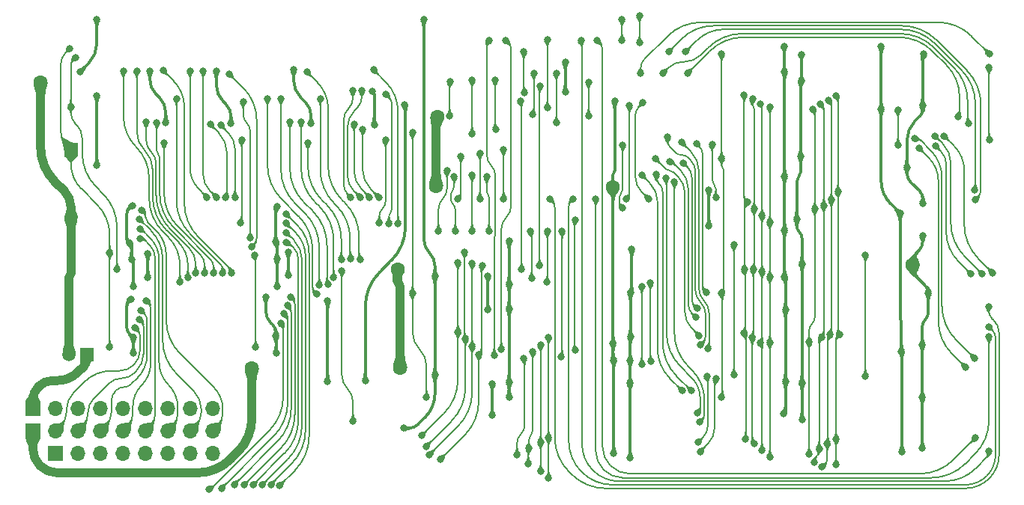
<source format=gbl>
%TF.GenerationSoftware,KiCad,Pcbnew,8.0.5*%
%TF.CreationDate,2024-11-29T21:34:20+02:00*%
%TF.ProjectId,W65C816 Opcode Display,57363543-3831-4362-904f-70636f646520,V1*%
%TF.SameCoordinates,PX2b4c984PY5781bbc*%
%TF.FileFunction,Copper,L2,Bot*%
%TF.FilePolarity,Positive*%
%FSLAX46Y46*%
G04 Gerber Fmt 4.6, Leading zero omitted, Abs format (unit mm)*
G04 Created by KiCad (PCBNEW 8.0.5) date 2024-11-29 21:34:20*
%MOMM*%
%LPD*%
G01*
G04 APERTURE LIST*
%TA.AperFunction,ComponentPad*%
%ADD10R,1.509000X1.509000*%
%TD*%
%TA.AperFunction,ComponentPad*%
%ADD11C,1.509000*%
%TD*%
%TA.AperFunction,ComponentPad*%
%ADD12R,1.500000X1.500000*%
%TD*%
%TA.AperFunction,ComponentPad*%
%ADD13C,1.500000*%
%TD*%
%TA.AperFunction,ComponentPad*%
%ADD14R,1.700000X1.700000*%
%TD*%
%TA.AperFunction,ComponentPad*%
%ADD15O,1.700000X1.700000*%
%TD*%
%TA.AperFunction,ViaPad*%
%ADD16C,0.800000*%
%TD*%
%TA.AperFunction,ViaPad*%
%ADD17C,1.600000*%
%TD*%
%TA.AperFunction,Conductor*%
%ADD18C,1.000000*%
%TD*%
%TA.AperFunction,Conductor*%
%ADD19C,0.380000*%
%TD*%
%TA.AperFunction,Conductor*%
%ADD20C,0.300000*%
%TD*%
%TA.AperFunction,Conductor*%
%ADD21C,0.200000*%
%TD*%
G04 APERTURE END LIST*
D10*
%TO.P,S2,1,COM*%
%TO.N,/~{LED Enable}*%
X4318000Y34416999D03*
D11*
%TO.P,S2,2,NO*%
%TO.N,GND*%
X4318000Y26796999D03*
%TD*%
D12*
%TO.P,C1,1*%
%TO.N,12V*%
X6096000Y11176000D03*
D13*
%TO.P,C1,2*%
%TO.N,GND*%
X4096000Y11176000D03*
%TD*%
D14*
%TO.P,J2,1,Pin_1*%
%TO.N,12V*%
X0Y5080000D03*
D15*
%TO.P,J2,2,Pin_2*%
%TO.N,OP7*%
X2540000Y5080000D03*
%TO.P,J2,3,Pin_3*%
%TO.N,OP6*%
X5079999Y5080000D03*
%TO.P,J2,4,Pin_4*%
%TO.N,OP5*%
X7620000Y5080000D03*
%TO.P,J2,5,Pin_5*%
%TO.N,OP4*%
X10160000Y5080000D03*
%TO.P,J2,6,Pin_6*%
%TO.N,OP3*%
X12700000Y5080000D03*
%TO.P,J2,7,Pin_7*%
%TO.N,OP2*%
X15240000Y5080000D03*
%TO.P,J2,8,Pin_8*%
%TO.N,OP1*%
X17780001Y5080000D03*
%TO.P,J2,9,Pin_9*%
%TO.N,OP0*%
X20320000Y5080000D03*
%TD*%
D14*
%TO.P,J3,1,Pin_1*%
%TO.N,IC7*%
X2540000Y0D03*
D15*
%TO.P,J3,2,Pin_2*%
%TO.N,IC6*%
X5080000Y0D03*
%TO.P,J3,3,Pin_3*%
%TO.N,IC5*%
X7619999Y0D03*
%TO.P,J3,4,Pin_4*%
%TO.N,IC4*%
X10160000Y0D03*
%TO.P,J3,5,Pin_5*%
%TO.N,IC3*%
X12700000Y0D03*
%TO.P,J3,6,Pin_6*%
%TO.N,IC2*%
X15240000Y0D03*
%TO.P,J3,7,Pin_7*%
%TO.N,IC1*%
X17780000Y0D03*
%TO.P,J3,8,Pin_8*%
%TO.N,IC0*%
X20320001Y0D03*
%TD*%
D14*
%TO.P,J1,1,Pin_1*%
%TO.N,GND*%
X0Y2540000D03*
D15*
%TO.P,J1,2,Pin_2*%
%TO.N,IC15*%
X2540000Y2540000D03*
%TO.P,J1,3,Pin_3*%
%TO.N,IC14*%
X5079999Y2540000D03*
%TO.P,J1,4,Pin_4*%
%TO.N,IC13*%
X7620000Y2540000D03*
%TO.P,J1,5,Pin_5*%
%TO.N,IC12*%
X10160000Y2540000D03*
%TO.P,J1,6,Pin_6*%
%TO.N,IC11*%
X12700000Y2540000D03*
%TO.P,J1,7,Pin_7*%
%TO.N,IC10*%
X15240000Y2540000D03*
%TO.P,J1,8,Pin_8*%
%TO.N,IC9*%
X17780001Y2540000D03*
%TO.P,J1,9,Pin_9*%
%TO.N,IC8*%
X20320000Y2540000D03*
%TD*%
D16*
%TO.N,/Middle Opcode/LED \u03A9 J-Seg*%
X108077905Y252153D03*
%TO.N,/Right Opcode/LED \u03A9 N-Seg*%
X94107000Y8763000D03*
X94107016Y22479000D03*
X79248000Y8890000D03*
X79248000Y23622000D03*
%TO.N,/Right Opcode/LED \u03A9 P-Seg*%
X66675000Y27813006D03*
X66675000Y34925000D03*
%TO.N,/Middle Opcode/LED \u03A9 E-Seg*%
X58420000Y28829000D03*
X108063999Y16650001D03*
%TO.N,/Middle Opcode/LED \u03A9 D-Seg*%
X61087000Y28829000D03*
X108077000Y14351000D03*
%TO.N,/Middle Opcode/LED \u03A9 K-Seg*%
X106553000Y1778000D03*
%TO.N,/Middle Opcode/LED \u03A9 C-Seg*%
X63627000Y28829000D03*
X108065275Y13188446D03*
%TO.N,/5V*%
X76409093Y29845000D03*
X76415910Y25750605D03*
%TO.N,/Right Opcode/LED \u03A9 C-Seg*%
X77199093Y28956000D03*
X76777508Y34982500D03*
X97790000Y38908000D03*
X97790000Y34925000D03*
%TO.N,/Right Opcode/LED \u03A9 D-Seg*%
X68961000Y39689000D03*
X69596000Y28829000D03*
%TO.N,/Right Opcode/LED \u03A9 E-Seg*%
X108126625Y35523795D03*
X108077000Y43688000D03*
X67437000Y39370000D03*
X67056004Y28829000D03*
%TO.N,/Left Opcode/LED \u03A9 F-Seg*%
X55118000Y39878000D03*
%TO.N,/Middle Opcode/LED \u03A9 A-Seg*%
X59182000Y43053000D03*
X59182000Y37403000D03*
X100167121Y34572894D03*
X105410000Y9779000D03*
%TO.N,/Middle Opcode/LED \u03A9 B-Seg*%
X62827829Y42037000D03*
X62827829Y38227000D03*
X99695000Y35639387D03*
X106426000Y10795000D03*
%TO.N,/Middle Opcode/LED \u03A9 F-Seg*%
X55499000Y45441000D03*
X55603374Y40809084D03*
X102997000Y35941000D03*
X108482202Y20463125D03*
%TO.N,/Middle Opcode/LED \u03A9 G-Seg*%
X56642000Y43053000D03*
X56515000Y38354000D03*
X106045000Y20320000D03*
X102020337Y34841001D03*
%TO.N,/Middle Opcode/LED \u03A9 H-Seg*%
X58166001Y46863001D03*
X58166001Y39104000D03*
X101981000Y35941000D03*
X107315008Y20320000D03*
%TO.N,GND*%
X86360000Y26543000D03*
%TO.N,/3.3V*%
X84962801Y25273000D03*
%TO.N,/5V*%
X95885000Y46037002D03*
%TO.N,/Right Opcode/LED \u03A9 J-Seg*%
X71882008Y45466008D03*
X106517499Y28742320D03*
%TO.N,/Right Opcode/LED \u03A9 K-Seg*%
X73786990Y45466000D03*
X106451189Y29856557D03*
%TO.N,/Right Opcode/LED \u03A9 F-Seg*%
X66586564Y46735229D03*
X66586564Y49149000D03*
%TO.N,/Right Opcode/LED \u03A9 G-Seg*%
X108099561Y45253690D03*
X68707006Y43040996D03*
%TO.N,/Right Opcode/LED \u03A9 H-Seg*%
X68585000Y46477000D03*
X68580000Y49572000D03*
%TO.N,/Right Opcode/LED \u03A9 B-Seg*%
X74037518Y43056508D03*
X104578150Y38145198D03*
%TO.N,/Right Opcode/LED \u03A9 A-Seg*%
X71247000Y43053000D03*
X105791000Y37392759D03*
%TO.N,/Middle Opcode/LED \u03A9 L-Seg*%
X61327829Y26454320D03*
X61329000Y11684000D03*
%TO.N,/Middle Opcode/LED \u03A9 M-Seg*%
X59829000Y25152759D03*
X59702000Y10926998D03*
%TO.N,/5V*%
X65659000Y10553000D03*
%TO.N,GND*%
X67563990Y13208008D03*
%TO.N,/Middle Opcode/LED \u03A9 N-Seg*%
X58166000Y25131803D03*
X58117472Y19370844D03*
X68827905Y18937170D03*
%TO.N,/Middle Opcode/LED \u03A9 P-Seg*%
X56388000Y19812000D03*
X56261000Y25146000D03*
X69799482Y19335344D03*
X69862000Y10402000D03*
%TO.N,/Middle Opcode/LED \u03A9 N-Seg*%
X68865385Y10071450D03*
%TO.N,GND*%
X100534000Y12319000D03*
%TO.N,/Middle Opcode/LED \u03A9 K-Seg*%
X63800728Y46731000D03*
%TO.N,/Middle Opcode/LED \u03A9 J-Seg*%
X61955254Y46743348D03*
%TO.N,/Left Opcode/LED \u03A9 H-Seg*%
X57277000Y21235000D03*
X57352464Y41559956D03*
%TO.N,/Left Opcode/LED \u03A9 F-Seg*%
X55245008Y20828000D03*
%TO.N,/Left Opcode/LED \u03A9 G-Seg*%
X47117000Y38227000D03*
X47169332Y42089330D03*
X75005678Y35087390D03*
X76156000Y18250002D03*
%TO.N,/Left Opcode/LED \u03A9 A-Seg*%
X49657000Y42279000D03*
X73378465Y35201682D03*
X49657000Y36195000D03*
X76332429Y11871785D03*
%TO.N,/3.3V*%
X84962999Y43180000D03*
X84962801Y31369000D03*
X5334002Y43179996D03*
X44196000Y49149000D03*
X7239000Y49149000D03*
%TO.N,/Left Opcode/LED \u03A9 D-Seg*%
X72009000Y33032000D03*
X74963575Y15411044D03*
%TO.N,/Left Opcode/LED \u03A9 C-Seg*%
X75311000Y13335000D03*
X70358000Y33413000D03*
X53213000Y28841000D03*
X53190195Y34405000D03*
%TO.N,/Left Opcode/LED \u03A9 D-Seg*%
X50546000Y34004234D03*
X50546002Y28841000D03*
%TO.N,/Left Opcode/LED \u03A9 P-Seg*%
X70485000Y31559000D03*
X45847000Y25181803D03*
X74445450Y7090507D03*
X46821865Y32002862D03*
%TO.N,/Left Opcode/LED \u03A9 N-Seg*%
X47752000Y25181803D03*
X68835159Y31521000D03*
X73406000Y7112000D03*
X47637000Y31341000D03*
%TO.N,/Left Opcode/LED \u03A9 M-Seg*%
X49657000Y25181803D03*
X71557051Y31146446D03*
X49657000Y31496000D03*
X75158000Y4572000D03*
%TO.N,/Left Opcode/LED \u03A9 L-Seg*%
X51562000Y25181803D03*
X72517000Y30721000D03*
X51313000Y31305000D03*
X75342252Y3533992D03*
%TO.N,/Left Opcode/LED \u03A9 K-Seg*%
X53467000Y46731000D03*
X52959000Y11811000D03*
X76200000Y8763000D03*
X75184002Y1270000D03*
%TO.N,/Left Opcode/LED \u03A9 J-Seg*%
X52159805Y11131366D03*
X51562000Y46731000D03*
X77200581Y8444657D03*
X75438000Y216000D03*
%TO.N,GND*%
X27613500Y22032500D03*
D17*
X889000Y42037000D03*
D16*
X101218997Y18160997D03*
X53848000Y8079000D03*
X67563990Y18184900D03*
X27613500Y18857500D03*
X27495698Y11351879D03*
X67514000Y10534000D03*
X27613500Y27978500D03*
X53848002Y6401000D03*
X100711011Y45211995D03*
D17*
X41529000Y9652000D03*
D16*
X11239938Y28067589D03*
X53848000Y19177000D03*
X67514000Y-458000D03*
X27452500Y23939862D03*
X86945000Y3810004D03*
D17*
X24765008Y9652000D03*
D16*
X100584000Y39362000D03*
X11357500Y18857500D03*
D17*
X41275000Y20828000D03*
D16*
X98806000Y32385000D03*
X10928667Y23839880D03*
X86945000Y8001000D03*
X67690999Y23114009D03*
X100583996Y28321000D03*
X86945000Y21463008D03*
X11369500Y13155606D03*
X86868002Y45186000D03*
X100534000Y6350000D03*
X53848000Y24031803D03*
X86799000Y33655000D03*
X26343495Y17707487D03*
X100534000Y635000D03*
X86868000Y42164000D03*
X11087031Y17464743D03*
X11156036Y21953083D03*
X27472418Y13335000D03*
X53848000Y16383000D03*
X100584000Y24638000D03*
X11357500Y11364500D03*
%TO.N,/~{LED Enable}*%
X8690500Y22733000D03*
X25041564Y22457003D03*
X4191000Y45847000D03*
X25182471Y12010499D03*
X8690500Y12030506D03*
%TO.N,/Cathode*%
X60198000Y44291002D03*
X38608000Y37211000D03*
X38408500Y41021002D03*
X15040500Y37477000D03*
X29487500Y43434000D03*
X22406500Y37338000D03*
X13231500Y43307000D03*
X60198000Y40894000D03*
X31446343Y37338000D03*
X20731511Y43296489D03*
%TO.N,/LED Enable*%
X4826004Y44831000D03*
X9525000Y20828000D03*
X34925000Y20701000D03*
X36195000Y3683000D03*
X4306000Y39243000D03*
%TO.N,/3.3V*%
X41910004Y2872000D03*
X45466000Y8890000D03*
X51943000Y4318000D03*
X85089994Y8166000D03*
X84899504Y4508504D03*
X51943000Y7874002D03*
X45466000Y20066000D03*
X85089994Y16256000D03*
X84962801Y19977000D03*
X51447000Y20090313D03*
X51447000Y16248700D03*
X84918000Y46101000D03*
D17*
%TO.N,/5V*%
X45593004Y30226000D03*
D16*
X13008498Y22653841D03*
D17*
X45720007Y38099993D03*
D16*
X7239000Y40513000D03*
X65658994Y-12D03*
D17*
X65525000Y30192577D03*
D16*
X13008500Y19904500D03*
X98171000Y11557000D03*
X28883500Y22825500D03*
X28883490Y20189510D03*
X65786000Y39878000D03*
X95885000Y38977000D03*
X33274000Y8128000D03*
X7238996Y32615500D03*
X65595493Y12433493D03*
X33321733Y17268983D03*
X98044004Y27177996D03*
X98234500Y190500D03*
%TO.N,/Low Count Display/Right \u03A9 Digit 0 B segment*%
X40259000Y26034998D03*
X39931173Y40640000D03*
%TO.N,/Low Count Display/Right \u03A9 Digit 0 D segment*%
X37284226Y36692508D03*
X39109000Y29013500D03*
%TO.N,/Low Count Display/Right \u03A9 Digit 0 C segment*%
X39871000Y35490500D03*
X39166896Y26067616D03*
%TO.N,/Low Count Display/Left \u03A9 Digit 0 D segment*%
X30333998Y37522500D03*
X34013540Y19944378D03*
%TO.N,/Low Count Display/Left \u03A9 Digit 0 G segment*%
X32097000Y18037881D03*
X26523996Y40189500D03*
%TO.N,/Low Count Display/Left \u03A9 Digit 0 F segment*%
X32376500Y19050000D03*
X28048000Y40189498D03*
%TO.N,/Low Count Display/Left \u03A9 Digit 0 E segment*%
X29064000Y37522504D03*
X33376503Y19173542D03*
%TO.N,/Low Count Display/Left \u03A9 Digit 0 C segment*%
X31096000Y35144500D03*
X34866911Y21981382D03*
%TO.N,/Low Count Display/Right \u03A9 Digit 0 E segment*%
X36303000Y37268492D03*
X38058997Y29013500D03*
%TO.N,/Low Count Display/Left \u03A9 Digit 0 A segment*%
X30969000Y43194500D03*
X36987299Y21923447D03*
%TO.N,/Low Count Display/Left \u03A9 Digit 0 B segment*%
X35945655Y22055668D03*
X32493000Y40189500D03*
%TO.N,/Low Count Display/Right \u03A9 Digit 0 G segment*%
X35958991Y29013500D03*
X36176000Y41078500D03*
%TO.N,/Low Count Display/Right \u03A9 Digit 0 F segment*%
X37192000Y41078500D03*
X37008994Y29013500D03*
%TO.N,/High Count Display/Right \u03A9 Digit 0 G segment*%
X19702991Y29013500D03*
X17780000Y43306984D03*
%TO.N,/High Count Display/Left \u03A9 Digit 0 F segment*%
X11749000Y43307000D03*
X17526000Y19939000D03*
%TO.N,/High Count Display/Left \u03A9 Digit 0 E segment*%
X18415000Y20447000D03*
X12808000Y37522504D03*
%TO.N,/High Count Display/Left \u03A9 Digit 0 A segment*%
X14713000Y43364492D03*
X22489001Y20459000D03*
%TO.N,/High Count Display/Left \u03A9 Digit 0 G segment*%
X16637000Y19431000D03*
X10249000Y43307000D03*
%TO.N,/High Count Display/Right \u03A9 Digit 0 A segment*%
X24705514Y23398850D03*
X22206000Y42983500D03*
%TO.N,/High Count Display/Right \u03A9 Digit 0 C segment*%
X23615000Y35490500D03*
X23476000Y26092506D03*
%TO.N,/High Count Display/Left \u03A9 Digit 0 C segment*%
X20447000Y20459000D03*
X14840000Y35144500D03*
%TO.N,/High Count Display/Right \u03A9 Digit 0 E segment*%
X20047008Y37268500D03*
X21802997Y29013500D03*
%TO.N,/High Count Display/Right \u03A9 Digit 0 B segment*%
X23771168Y39829000D03*
X24577501Y24390625D03*
%TO.N,/High Count Display/Right \u03A9 Digit 0 D segment*%
X22853000Y29013500D03*
X21263500Y37176504D03*
%TO.N,/High Count Display/Left \u03A9 Digit 0 B segment*%
X21463000Y20459000D03*
X16237000Y40189500D03*
%TO.N,/High Count Display/Left \u03A9 Digit 0 D segment*%
X19431000Y20447000D03*
X14009272Y37477000D03*
%TO.N,/High Count Display/Right \u03A9 Digit 0 F segment*%
X19249000Y43306994D03*
X20752994Y29013500D03*
%TO.N,OP1*%
X89916000Y39978000D03*
X89801000Y1141896D03*
X89199387Y-1536000D03*
X90258885Y28682223D03*
X57404000Y1270000D03*
X90135045Y13473519D03*
X57403998Y12295000D03*
X57404000Y-2044000D03*
%TO.N,OP3*%
X87745000Y12618000D03*
X88392000Y27686000D03*
X55499000Y10795000D03*
X87744996Y-55865D03*
X54737000Y-127000D03*
X88178589Y38977000D03*
%TO.N,OP5*%
X49657000Y12122505D03*
X82423000Y20574000D03*
X82212694Y12534355D03*
X82222120Y39534770D03*
X44851001Y-116121D03*
X49657001Y21537068D03*
X82423004Y381000D03*
X82423000Y26924000D03*
%TO.N,OP7*%
X48051057Y13769473D03*
X80772002Y28448002D03*
X80419954Y20828000D03*
X80409276Y13608341D03*
X80568422Y1639000D03*
X80412257Y40591947D03*
X48051057Y21590000D03*
X43942000Y2013811D03*
%TO.N,OP6*%
X81434652Y20821332D03*
X81534000Y27686000D03*
X81349869Y40119307D03*
X44450000Y799959D03*
X48801057Y22802446D03*
X81516222Y1131000D03*
X48907000Y12971688D03*
X81327678Y13099379D03*
%TO.N,OP4*%
X50407000Y11176000D03*
X83312000Y-381000D03*
X83312000Y19977000D03*
X83312000Y12573000D03*
X83312000Y39243000D03*
X46101000Y-634992D03*
X50798058Y21287000D03*
X83312000Y26162000D03*
%TO.N,OP2*%
X88888000Y565981D03*
X89142000Y13160258D03*
X89408000Y28067000D03*
X56515000Y11545000D03*
X89027000Y39518009D03*
X56058938Y583065D03*
X88297754Y-997890D03*
X56007000Y-1143000D03*
%TO.N,OP0*%
X90801757Y-1273243D03*
X90805000Y40513000D03*
X58293000Y1778000D03*
X58293000Y-2794000D03*
X91008885Y29635634D03*
X91185046Y13471599D03*
X90793094Y1660877D03*
X58293000Y13177000D03*
%TO.N,IC2*%
X28629500Y25012494D03*
X25908226Y-3556159D03*
%TO.N,IC1*%
X28629500Y26062497D03*
X26908228Y-3554905D03*
%TO.N,IC0*%
X27905828Y-3624175D03*
X28629500Y27112500D03*
%TO.N,IC3*%
X24908224Y-3555980D03*
X28629500Y23889992D03*
%TO.N,IC11*%
X12119500Y24349500D03*
%TO.N,IC10*%
X12093242Y25436420D03*
%TO.N,IC9*%
X12042434Y26534949D03*
%TO.N,IC8*%
X12308933Y27550569D03*
%TO.N,IC4*%
X23876000Y-3556000D03*
X29148436Y17726869D03*
%TO.N,IC7*%
X28067000Y14732000D03*
X19939000Y-4064000D03*
%TO.N,IC6*%
X21336000Y-3937000D03*
X28361849Y15808875D03*
%TO.N,IC5*%
X22774164Y-3514826D03*
X28770374Y16747290D03*
%TO.N,IC15*%
X11570636Y14234756D03*
%TO.N,IC13*%
X12231377Y16206377D03*
%TO.N,IC12*%
X12838186Y17290080D03*
%TO.N,IC14*%
X12040161Y15173932D03*
%TO.N,/LED Enable_{3V}*%
X42926000Y18161000D03*
X77847866Y6353134D03*
X77851000Y45212000D03*
X44511002Y6350000D03*
X77851000Y33401000D03*
X77851000Y18161000D03*
X42926000Y36322000D03*
%TO.N,GND*%
X67500209Y7952000D03*
D17*
X99441000Y21336000D03*
D16*
%TO.N,/Left Opcode/LED \u03A9 E-Seg*%
X48006000Y28841000D03*
%TO.N,/Left Opcode/LED \u03A9 B-Seg*%
X52260500Y42279000D03*
%TO.N,/Left Opcode/LED \u03A9 E-Seg*%
X48386998Y33655000D03*
%TO.N,/Left Opcode/LED \u03A9 B-Seg*%
X52324000Y36703000D03*
%TO.N,/Left Opcode/LED \u03A9 E-Seg*%
X75099716Y16452183D03*
%TO.N,/Left Opcode/LED \u03A9 B-Seg*%
X75438000Y12319000D03*
X71755000Y35814000D03*
%TO.N,/Left Opcode/LED \u03A9 E-Seg*%
X73533000Y32893000D03*
%TO.N,/Low Count Display/Right \u03A9 Digit 0 A segment*%
X38505000Y43434008D03*
%TO.N,/Cathode*%
X37592000Y8254988D03*
X42037000Y39458000D03*
%TO.N,/Low Count Display/Right \u03A9 Digit 0 A segment*%
X41283500Y26035000D03*
%TD*%
D18*
%TO.N,/5V*%
X45656505Y38036492D02*
G75*
G03*
X45593010Y37883186I153295J-153292D01*
G01*
D19*
X65595493Y10661414D02*
G75*
G03*
X65627241Y10584749I108407J-14D01*
G01*
X65786000Y32061555D02*
G75*
G02*
X65655487Y31746513I-445600J45D01*
G01*
X98107502Y15049502D02*
G75*
G02*
X98171002Y14896205I-153302J-153302D01*
G01*
X28883480Y20189520D02*
X28883482Y20189521D01*
X28883484Y20189523D01*
X28883486Y20189524D01*
X28883488Y20189525D01*
X28883490Y20189526D01*
X28883493Y20189527D01*
X28883495Y20189528D01*
X28883498Y20189528D01*
X28883500Y20189528D01*
X65560246Y30157331D02*
G75*
G02*
X65595504Y30072238I-85146J-85131D01*
G01*
X98202750Y11525250D02*
G75*
G02*
X98234499Y11448599I-76650J-76650D01*
G01*
X65655500Y31746500D02*
G75*
G03*
X65524952Y31431446I315000J-315100D01*
G01*
X33321733Y8209486D02*
G75*
G02*
X33297869Y8151864I-81533J14D01*
G01*
X76409093Y25762243D02*
G75*
G03*
X76412486Y25753999I11607J-43D01*
G01*
X98044004Y15202800D02*
G75*
G03*
X98107502Y15049502I216796J0D01*
G01*
X95885000Y30863647D02*
G75*
G03*
X96964469Y28257465I3685700J-47D01*
G01*
%TO.N,/3.3V*%
X85026397Y19913404D02*
G75*
G02*
X85089982Y19759868I-153497J-153504D01*
G01*
X44831000Y22733000D02*
G75*
G02*
X45465989Y21199975I-1533000J-1533000D01*
G01*
X43562687Y3303688D02*
G75*
G02*
X42520502Y2872007I-1042187J1042212D01*
G01*
X44196000Y24266026D02*
G75*
G03*
X44830992Y22732992I2168000J-26D01*
G01*
X45466000Y6858095D02*
G75*
G02*
X44298498Y4039502I-3986100J5D01*
G01*
X84962999Y31369339D02*
G75*
G02*
X84962913Y31369086I-299J-39D01*
G01*
X85089996Y4833695D02*
G75*
G02*
X84994748Y4603752I-325196J5D01*
G01*
X7239000Y46432032D02*
G75*
G02*
X6286509Y44132487I-3252000J-32D01*
G01*
D20*
X84940499Y46078501D02*
G75*
G02*
X84962992Y46024182I-54299J-54301D01*
G01*
D19*
%TO.N,/Cathode*%
X14300689Y40309311D02*
G75*
G02*
X15040527Y38523250I-1786089J-1786111D01*
G01*
X20731511Y41793886D02*
G75*
G03*
X21569012Y39772002I2859389J14D01*
G01*
X38508250Y40921252D02*
G75*
G02*
X38608015Y40680435I-240850J-240852D01*
G01*
X30818465Y39741785D02*
G75*
G02*
X31446300Y38225954I-1515865J-1515785D01*
G01*
X42076931Y39418069D02*
G75*
G02*
X42116830Y39321666I-96431J-96369D01*
G01*
X21842052Y39498948D02*
G75*
G02*
X22406520Y38136250I-1362752J-1362748D01*
G01*
X13231500Y42342750D02*
G75*
G03*
X13913353Y40696699I2327900J50D01*
G01*
X42116863Y25677452D02*
G75*
G02*
X40523067Y21829698I-5441553J8D01*
G01*
X39185792Y20492418D02*
G75*
G03*
X37592012Y16644662I3847708J-3847718D01*
G01*
X29487500Y42253375D02*
G75*
G03*
X30322336Y40237932I2850300J25D01*
G01*
D18*
%TO.N,GND*%
X0Y590380D02*
G75*
G03*
X813443Y-1373439I2777300J20D01*
G01*
D19*
X11369500Y11384986D02*
G75*
G02*
X11363496Y11370504I-20500J14D01*
G01*
X67538995Y13183013D02*
G75*
G03*
X67514010Y13122670I60305J-60313D01*
G01*
D18*
X41402000Y19177000D02*
G75*
G02*
X41528998Y18870395I-306600J-306600D01*
G01*
D19*
X27484058Y13323360D02*
G75*
G02*
X27495681Y13295259I-28058J-28060D01*
G01*
X100647505Y45148490D02*
G75*
G03*
X100584012Y44995174I153295J-153290D01*
G01*
X98806000Y31750000D02*
G75*
G03*
X99255017Y30665993I1533000J0D01*
G01*
D18*
X4318000Y20444978D02*
G75*
G02*
X4206993Y20177007I-379000J22D01*
G01*
D19*
X99694999Y37592001D02*
G75*
G03*
X98806013Y35445765I2146201J-2146201D01*
G01*
X99755308Y22539310D02*
G75*
G03*
X99440993Y21780500I758792J-758810D01*
G01*
X10595500Y24408632D02*
G75*
G03*
X10762078Y24006459I568700J-32D01*
G01*
X67691008Y18401734D02*
G75*
G02*
X67627510Y18248398I-216808J-34D01*
G01*
X101218997Y15978364D02*
G75*
G02*
X100876487Y15151510I-1169397J36D01*
G01*
X10850847Y17228560D02*
G75*
G03*
X10614677Y16658363I570153J-570160D01*
G01*
X10614664Y14353202D02*
G75*
G03*
X10965422Y13506365I1197636J-2D01*
G01*
X27533000Y27898000D02*
G75*
G03*
X27452518Y27703656I194300J-194300D01*
G01*
X86579500Y31334500D02*
G75*
G03*
X86360008Y30804581I529900J-529900D01*
G01*
X100224784Y29696216D02*
G75*
G02*
X100584006Y28829002I-867184J-867216D01*
G01*
D18*
X24765008Y4020342D02*
G75*
G02*
X23171213Y172587I-5441558J8D01*
G01*
D19*
X27172398Y14483602D02*
G75*
G02*
X27472415Y13759291I-724298J-724302D01*
G01*
X99441000Y20891500D02*
G75*
G03*
X99755312Y20132696I1073100J0D01*
G01*
D18*
X41275000Y19483606D02*
G75*
G03*
X41401998Y19176998I433600J-6D01*
G01*
D19*
X27533000Y23859362D02*
G75*
G02*
X27613526Y23665018I-194300J-194362D01*
G01*
X100584000Y24003000D02*
G75*
G02*
X100134982Y22918993I-1533000J0D01*
G01*
X10917719Y27745370D02*
G75*
G03*
X10595518Y26967465I777881J-777870D01*
G01*
X86360000Y25763658D02*
G75*
G03*
X86652512Y25057512I998700J42D01*
G01*
X11042351Y23726196D02*
G75*
G02*
X11156064Y23451737I-274451J-274496D01*
G01*
D18*
X3554677Y29719323D02*
G75*
G02*
X4317983Y27876500I-1842877J-1842823D01*
G01*
D19*
X11256768Y21852351D02*
G75*
G02*
X11357479Y21609163I-243168J-243151D01*
G01*
X101039389Y18848611D02*
G75*
G02*
X101219003Y18415000I-433589J-433611D01*
G01*
X86799000Y31864420D02*
G75*
G02*
X86579506Y31334494I-749400J-20D01*
G01*
X11297354Y13174451D02*
G75*
G03*
X11342849Y13155557I45546J45449D01*
G01*
X86833500Y42129500D02*
G75*
G03*
X86798996Y42046210I83300J-83300D01*
G01*
X86652500Y25057500D02*
G75*
G02*
X86945018Y24351343I-706200J-706200D01*
G01*
X67507104Y7945105D02*
G75*
G02*
X67513982Y7928458I-16604J-16605D01*
G01*
D18*
X22405540Y-593089D02*
G75*
G02*
X18557784Y-2186861I-3847740J3847789D01*
G01*
X813441Y-1373441D02*
G75*
G03*
X2777261Y-2186903I1963859J1963841D01*
G01*
X4207000Y20177000D02*
G75*
G03*
X4095991Y19909023I268000J-268000D01*
G01*
D19*
X67514000Y7975543D02*
G75*
G02*
X67507138Y7958862I-23600J-43D01*
G01*
D18*
X889000Y34638964D02*
G75*
G03*
X2482790Y30791206I5441550J-4D01*
G01*
D19*
X100876498Y15151499D02*
G75*
G03*
X100533986Y14324634I826902J-826899D01*
G01*
X100584000Y38921500D02*
G75*
G02*
X100272528Y38169511I-1063500J0D01*
G01*
X26343495Y16110775D02*
G75*
G03*
X26907966Y14748054I1927205J25D01*
G01*
D18*
%TO.N,12V*%
X5118936Y9232064D02*
G75*
G02*
X2760098Y8255002I-2358836J2358836D01*
G01*
X2261916Y8255000D02*
G75*
G03*
X662495Y7592505I-16J-2261900D01*
G01*
X654073Y7584074D02*
G75*
G03*
X-15Y6005000I1579027J-1579074D01*
G01*
X6096000Y10692563D02*
G75*
G02*
X5754136Y9867307I-1167100J37D01*
G01*
D21*
%TO.N,/LED Enable_{3V}*%
X77900790Y18111210D02*
G75*
G02*
X77950588Y17991005I-120190J-120210D01*
G01*
X42926000Y13693766D02*
G75*
G03*
X43718511Y11780509I2705800J34D01*
G01*
X77966000Y32373000D02*
G75*
G02*
X78080986Y32095366I-277600J-277600D01*
G01*
X43718501Y11780499D02*
G75*
G02*
X44511015Y9867233I-1913301J-1913299D01*
G01*
X77950581Y6528480D02*
G75*
G02*
X77899221Y6404494I-175381J20D01*
G01*
X77851000Y32650635D02*
G75*
G03*
X77965990Y32372990I392600J-35D01*
G01*
X78081000Y18553635D02*
G75*
G02*
X77966010Y18275990I-392600J-35D01*
G01*
%TO.N,/Left Opcode/LED \u03A9 M-Seg*%
X71592527Y31110970D02*
G75*
G02*
X71628025Y31025322I-85627J-85670D01*
G01*
X75438000Y5049990D02*
G75*
G02*
X75297997Y4712003I-478000J10D01*
G01*
X71628004Y13683960D02*
G75*
G03*
X73221807Y9836215I5441596J40D01*
G01*
X74459364Y8598636D02*
G75*
G02*
X75437992Y6236000I-2362664J-2362636D01*
G01*
%TO.N,/Left Opcode/LED \u03A9 P-Seg*%
X70835499Y30510501D02*
G75*
G02*
X71186008Y29664322I-846199J-846201D01*
G01*
X46821865Y29985199D02*
G75*
G02*
X46334425Y28808440I-1664165J1D01*
G01*
X70485000Y31210000D02*
G75*
G03*
X70731772Y30614212I842600J0D01*
G01*
X71185998Y12603923D02*
G75*
G03*
X72779789Y8756166I5441502J-23D01*
G01*
X46334432Y28808433D02*
G75*
G03*
X45847023Y27631667I1176768J-1176733D01*
G01*
%TO.N,/Left Opcode/LED \u03A9 L-Seg*%
X75908000Y4499785D02*
G75*
G02*
X75625120Y3816872I-965800J15D01*
G01*
X74515261Y9431739D02*
G75*
G02*
X75907981Y6069370I-3362361J-3362339D01*
G01*
X51313000Y29635070D02*
G75*
G03*
X51437509Y29334509I425100J30D01*
G01*
X72517000Y13683964D02*
G75*
G03*
X74110800Y9836216I5441600J36D01*
G01*
X51437500Y29334500D02*
G75*
G02*
X51562013Y29033931I-300600J-300600D01*
G01*
%TO.N,/Left Opcode/LED \u03A9 H-Seg*%
X57314732Y41522224D02*
G75*
G03*
X57276971Y41431131I91068J-91124D01*
G01*
%TO.N,/Left Opcode/LED \u03A9 D-Seg*%
X73171500Y32111500D02*
G75*
G02*
X74092007Y29889217I-2222300J-2222300D01*
G01*
X72336559Y32946441D02*
G75*
G03*
X72130000Y33032006I-206559J-206541D01*
G01*
X74092000Y16898916D02*
G75*
G03*
X74527773Y15846818I1487900J-16D01*
G01*
%TO.N,/Left Opcode/LED \u03A9 C-Seg*%
X72438362Y31828638D02*
G75*
G03*
X72015000Y32004007I-423362J-423338D01*
G01*
X53201597Y34393598D02*
G75*
G02*
X53212987Y34366070I-27497J-27498D01*
G01*
X73692000Y16098806D02*
G75*
G03*
X74501498Y14144498I2763800J-6D01*
G01*
X71591637Y32179363D02*
G75*
G03*
X72015000Y32003993I423363J423337D01*
G01*
X72977500Y31289500D02*
G75*
G02*
X73692018Y29564545I-1725000J-1725000D01*
G01*
%TO.N,/Left Opcode/LED \u03A9 N-Seg*%
X47256000Y28798725D02*
G75*
G03*
X47503993Y28199993I846700J-25D01*
G01*
X69723579Y30632580D02*
G75*
G02*
X70612018Y28487743I-2144879J-2144880D01*
G01*
X70612000Y11881657D02*
G75*
G03*
X72009013Y8509013I4769700J43D01*
G01*
X47637000Y30241408D02*
G75*
G02*
X47446502Y29781498I-650400J-8D01*
G01*
X47446500Y29781500D02*
G75*
G03*
X47256003Y29321593I459900J-459900D01*
G01*
X47504000Y28200000D02*
G75*
G02*
X47751990Y27601276I-598700J-598700D01*
G01*
%TO.N,/Left Opcode/LED \u03A9 G-Seg*%
X47143166Y42063164D02*
G75*
G03*
X47116994Y41999994I63134J-63164D01*
G01*
X75692000Y19042100D02*
G75*
G03*
X75924000Y18482002I792100J0D01*
G01*
X75348839Y34744229D02*
G75*
G02*
X75691983Y33915766I-828439J-828429D01*
G01*
%TO.N,/Left Opcode/LED \u03A9 B-Seg*%
X74892000Y18507310D02*
G75*
G03*
X75472987Y17104638I1983700J-10D01*
G01*
X72583691Y34096309D02*
G75*
G03*
X73342500Y33781995I758809J758791D01*
G01*
X74101308Y33467692D02*
G75*
G03*
X73342500Y33782005I-758808J-758792D01*
G01*
X52260500Y36811402D02*
G75*
G03*
X52292250Y36734750I108400J-2D01*
G01*
X71755000Y35369500D02*
G75*
G03*
X72069312Y34610696I1073100J0D01*
G01*
X74339500Y33229500D02*
G75*
G02*
X74892019Y31895648I-1333900J-1333900D01*
G01*
X75473000Y17104651D02*
G75*
G02*
X76053983Y15701993I-1402700J-1402651D01*
G01*
X76054000Y13370578D02*
G75*
G02*
X75745993Y12627007I-1051600J22D01*
G01*
%TO.N,/Left Opcode/LED \u03A9 J-Seg*%
X52286000Y24771573D02*
G75*
G02*
X52222883Y24619261I-215400J27D01*
G01*
X51803000Y32614000D02*
G75*
G02*
X52286014Y31447935I-1166100J-1166100D01*
G01*
X52222902Y24619242D02*
G75*
G03*
X52159787Y24466911I152298J-152342D01*
G01*
X51320000Y33780066D02*
G75*
G03*
X51803010Y32614010I1649100J34D01*
G01*
X77084582Y3026892D02*
G75*
G02*
X76261285Y1039297I-2810882J8D01*
G01*
X77142581Y8386658D02*
G75*
G03*
X77084556Y8246635I140019J-140058D01*
G01*
X51441000Y46610000D02*
G75*
G03*
X51320008Y46317881I292100J-292100D01*
G01*
%TO.N,/Left Opcode/LED \u03A9 F-Seg*%
X55181504Y39814496D02*
G75*
G02*
X55244999Y39661184I-153304J-153296D01*
G01*
%TO.N,/Left Opcode/LED \u03A9 A-Seg*%
X76454000Y12079320D02*
G75*
G02*
X76393217Y11932568I-207500J-20D01*
G01*
X75292000Y18672996D02*
G75*
G03*
X75872994Y17270331I1983700J4D01*
G01*
X75873000Y17270337D02*
G75*
G02*
X76453973Y15867679I-1402700J-1402637D01*
G01*
X74335232Y34244915D02*
G75*
G02*
X75291984Y31935074I-2309832J-2309815D01*
G01*
%TO.N,/Left Opcode/LED \u03A9 K-Seg*%
X54067886Y28054987D02*
G75*
G02*
X53513436Y26716450I-1892986J13D01*
G01*
X53513443Y26716443D02*
G75*
G03*
X52959004Y25377900I1338557J-1338543D01*
G01*
X53767443Y46430557D02*
G75*
G02*
X54067900Y45705224I-725343J-725357D01*
G01*
X76308000Y3188785D02*
G75*
G02*
X75745996Y1832004I-1918800J15D01*
G01*
X76254000Y8709000D02*
G75*
G02*
X76308013Y8578633I-130400J-130400D01*
G01*
%TO.N,/Left Opcode/LED \u03A9 E-Seg*%
X74012500Y32413500D02*
G75*
G02*
X74491994Y31255885I-1157600J-1157600D01*
G01*
X48386998Y29491405D02*
G75*
G02*
X48196500Y29031498I-650398J-5D01*
G01*
X74492000Y17489620D02*
G75*
G03*
X74795856Y16756039I1037400J-20D01*
G01*
%TO.N,/Right Opcode/LED \u03A9 D-Seg*%
X68523079Y39251080D02*
G75*
G03*
X68085122Y38193846I1057221J-1057280D01*
G01*
X68085159Y31408167D02*
G75*
G03*
X68840601Y29584443I2579141J33D01*
G01*
%TO.N,/Right Opcode/LED \u03A9 H-Seg*%
X68582500Y49569500D02*
G75*
G02*
X68584985Y49563465I-6000J-6000D01*
G01*
%TO.N,/Right Opcode/LED \u03A9 J-Seg*%
X102115849Y46812208D02*
G75*
G03*
X98268093Y48405981I-3847749J-3847808D01*
G01*
X76900888Y48406000D02*
G75*
G03*
X73352006Y46936002I12J-5018900D01*
G01*
X105568206Y43359851D02*
G75*
G02*
X107161981Y39512095I-3847806J-3847751D01*
G01*
X107161999Y29842551D02*
G75*
G02*
X106839718Y29064601I-1100199J49D01*
G01*
%TO.N,/Right Opcode/LED \u03A9 C-Seg*%
X76777508Y30993008D02*
G75*
G03*
X76988296Y30484106I719692J-8D01*
G01*
X76988300Y30484110D02*
G75*
G02*
X77199100Y29975212I-508900J-508910D01*
G01*
%TO.N,/Right Opcode/LED \u03A9 E-Seg*%
X108077000Y35608511D02*
G75*
G03*
X108101810Y35548606I84700J-11D01*
G01*
X67437000Y29479401D02*
G75*
G02*
X67246502Y29019498I-650400J-1D01*
G01*
%TO.N,/Right Opcode/LED \u03A9 N-Seg*%
X94107008Y22478992D02*
X94107007Y22478991D01*
X94107006Y22478991D01*
X94107006Y22478990D01*
X94107005Y22478990D01*
X94107004Y22478989D01*
X94107003Y22478989D01*
X94107002Y22478989D01*
X94107001Y22478989D01*
X94107000Y22478989D01*
%TO.N,/Right Opcode/LED \u03A9 B-Seg*%
X104747649Y38434551D02*
G75*
G02*
X104662874Y38229973I-289349J49D01*
G01*
X101707792Y45523208D02*
G75*
G03*
X97860036Y47117011I-3847792J-3847808D01*
G01*
X103273807Y43957193D02*
G75*
G02*
X104747655Y40399024I-3558207J-3558193D01*
G01*
X80351973Y47117000D02*
G75*
G03*
X76504241Y45523184I27J-5441500D01*
G01*
%TO.N,/Right Opcode/LED \u03A9 G-Seg*%
X75570963Y48806000D02*
G75*
G03*
X71723215Y47212199I37J-5441600D01*
G01*
X69115363Y44604364D02*
G75*
G03*
X68706997Y43618501I985837J-985864D01*
G01*
X106141043Y47212208D02*
G75*
G03*
X102293287Y48805976I-3847743J-3847808D01*
G01*
%TO.N,/Right Opcode/LED \u03A9 P-Seg*%
X66675000Y29905069D02*
G75*
G02*
X66484483Y29445178I-650400J31D01*
G01*
X66484500Y29445161D02*
G75*
G03*
X66294031Y28985254I459900J-459861D01*
G01*
X66294000Y28463414D02*
G75*
G03*
X66484495Y28003501I650400J-14D01*
G01*
%TO.N,/Right Opcode/LED \u03A9 K-Seg*%
X104947207Y43415164D02*
G75*
G02*
X106540990Y39567408I-3847807J-3847764D01*
G01*
X101950163Y46412208D02*
G75*
G03*
X98102407Y48005990I-3847763J-3847808D01*
G01*
X106541000Y30009874D02*
G75*
G02*
X106496078Y29901479I-153300J26D01*
G01*
X78123041Y48006000D02*
G75*
G03*
X75056980Y46736010I-41J-4336000D01*
G01*
%TO.N,/Right Opcode/LED \u03A9 A-Seg*%
X80186287Y47517000D02*
G75*
G03*
X76338527Y45923211I13J-5441600D01*
G01*
X105664000Y37609562D02*
G75*
G03*
X105727520Y37456279I216800J38D01*
G01*
X101873478Y45923208D02*
G75*
G03*
X98025722Y47517001I-3847778J-3847808D01*
G01*
X75523680Y45108357D02*
G75*
G02*
X73627662Y44323035I-1895980J1896043D01*
G01*
X73415025Y44323000D02*
G75*
G03*
X71881992Y43688008I-25J-2168000D01*
G01*
X104070207Y43726479D02*
G75*
G02*
X105664001Y39878723I-3847807J-3847779D01*
G01*
%TO.N,/Middle Opcode/LED \u03A9 M-Seg*%
X59829000Y11143801D02*
G75*
G02*
X59765500Y10990498I-216800J-1D01*
G01*
%TO.N,/Middle Opcode/LED \u03A9 D-Seg*%
X107823000Y-2540000D02*
G75*
G02*
X105416029Y-3537012I-2407000J2407000D01*
G01*
X60579000Y1417024D02*
G75*
G03*
X62029993Y-2086007I4954000J-24D01*
G01*
X60833000Y28575000D02*
G75*
G03*
X60579004Y27961790I613200J-613200D01*
G01*
X108448500Y13979500D02*
G75*
G02*
X108820008Y13082620I-896900J-896900D01*
G01*
X108820000Y-133029D02*
G75*
G02*
X107822991Y-2539991I-3404000J29D01*
G01*
X62030000Y-2086000D02*
G75*
G03*
X65533023Y-3536990I3503000J3503000D01*
G01*
%TO.N,/Middle Opcode/LED \u03A9 B-Seg*%
X101461645Y34339032D02*
G75*
G02*
X102761995Y31199698I-3139345J-3139332D01*
G01*
X100326148Y35474529D02*
G75*
G03*
X99928145Y35639411I-398048J-398029D01*
G01*
X102762000Y16712964D02*
G75*
G03*
X104355800Y12865216I5441600J36D01*
G01*
%TO.N,/Middle Opcode/LED \u03A9 P-Seg*%
X56324500Y25082500D02*
G75*
G02*
X56387999Y24929198I-153300J-153300D01*
G01*
X69799482Y10508725D02*
G75*
G03*
X69830730Y10433248I106718J-25D01*
G01*
%TO.N,/Middle Opcode/LED \u03A9 H-Seg*%
X103759000Y26129972D02*
G75*
G03*
X105352796Y22282220I5441600J28D01*
G01*
X102870000Y35052000D02*
G75*
G02*
X103758985Y32905765I-2146200J-2146200D01*
G01*
%TO.N,/Middle Opcode/LED \u03A9 N-Seg*%
X68827905Y10135433D02*
G75*
G03*
X68846626Y10090171I63995J-33D01*
G01*
X58166000Y19453687D02*
G75*
G02*
X58141741Y19395103I-82900J13D01*
G01*
%TO.N,/Middle Opcode/LED \u03A9 F-Seg*%
X105283000Y25916291D02*
G75*
G03*
X106876786Y22068529I5441600J9D01*
G01*
X55499000Y40987262D02*
G75*
G03*
X55551202Y40861286I178200J38D01*
G01*
X104140000Y34798000D02*
G75*
G02*
X105282952Y32038554I-2759500J-2759400D01*
G01*
%TO.N,/Middle Opcode/LED \u03A9 J-Seg*%
X108077905Y30591D02*
G75*
G02*
X107921234Y-347636I-534905J9D01*
G01*
X62077829Y1068750D02*
G75*
G03*
X63309635Y-1905193I4205771J-50D01*
G01*
X63309664Y-1905164D02*
G75*
G03*
X66283578Y-3137030I2973936J2973864D01*
G01*
X106604890Y-1663985D02*
G75*
G02*
X103048718Y-3137009I-3556190J3556185D01*
G01*
X62016541Y46682061D02*
G75*
G02*
X62077834Y46534100I-147941J-147961D01*
G01*
%TO.N,/Middle Opcode/LED \u03A9 C-Seg*%
X108077000Y3777964D02*
G75*
G02*
X106483199Y-69785I-5441600J36D01*
G01*
X105409792Y-1143207D02*
G75*
G02*
X101562036Y-2737010I-3847792J3847807D01*
G01*
X64524000Y-1840000D02*
G75*
G03*
X66689549Y-2736950I2165500J2165600D01*
G01*
X108071137Y13182584D02*
G75*
G02*
X108077026Y13168431I-14137J-14184D01*
G01*
X63627000Y325550D02*
G75*
G03*
X64523985Y-1840015I3062500J-50D01*
G01*
%TO.N,/Middle Opcode/LED \u03A9 E-Seg*%
X58711000Y28538000D02*
G75*
G02*
X59001985Y27835464I-702500J-702500D01*
G01*
X109220000Y-133030D02*
G75*
G02*
X108105834Y-2822834I-3804000J30D01*
G01*
X108063999Y16142001D02*
G75*
G03*
X108423213Y15274795I1226401J-1D01*
G01*
X108105843Y-2822843D02*
G75*
G02*
X105416030Y-3937012I-2689843J2689843D01*
G01*
X60890207Y-2343207D02*
G75*
G03*
X64737963Y-3937011I3847793J3847807D01*
G01*
X59002000Y1798964D02*
G75*
G03*
X60595800Y-2048784I5441600J36D01*
G01*
X108641999Y15056001D02*
G75*
G02*
X109219994Y13660584I-1395399J-1395401D01*
G01*
%TO.N,/Middle Opcode/LED \u03A9 L-Seg*%
X61270914Y26397406D02*
G75*
G03*
X61213993Y26260002I137386J-137406D01*
G01*
X61214000Y11880318D02*
G75*
G03*
X61271495Y11741495I196300J-18D01*
G01*
%TO.N,/Middle Opcode/LED \u03A9 A-Seg*%
X102362000Y14982262D02*
G75*
G03*
X103886011Y11303011I5203300J38D01*
G01*
X101264560Y33475455D02*
G75*
G02*
X102361999Y30826002I-2649460J-2649455D01*
G01*
%TO.N,/Middle Opcode/LED \u03A9 K-Seg*%
X104082792Y-692207D02*
G75*
G02*
X100235036Y-2286010I-3847792J3847807D01*
G01*
X64377000Y834592D02*
G75*
G03*
X65291003Y-1371997I3120600J8D01*
G01*
X65291000Y-1372000D02*
G75*
G03*
X67497591Y-2286004I2206600J2206600D01*
G01*
X64088864Y46442864D02*
G75*
G02*
X64377017Y45747243I-695664J-695664D01*
G01*
%TO.N,/Middle Opcode/LED \u03A9 G-Seg*%
X56650287Y41283605D02*
G75*
G02*
X56658579Y41263597I-19987J-20005D01*
G01*
X56658575Y38599098D02*
G75*
G02*
X56586782Y38425793I-245075J2D01*
G01*
X56642000Y41303613D02*
G75*
G03*
X56650280Y41283598I28300J-13D01*
G01*
X103235539Y25116050D02*
G75*
G03*
X104640242Y21724704I4796061J-50D01*
G01*
X102627938Y34233400D02*
G75*
G02*
X103235566Y32766522I-1466838J-1466900D01*
G01*
%TO.N,IC14*%
X6889851Y6216200D02*
G75*
G03*
X6230023Y4623173I1593049J-1593000D01*
G01*
X12279828Y14934265D02*
G75*
G02*
X12519459Y14355658I-578628J-578565D01*
G01*
X12519495Y11300965D02*
G75*
G02*
X11701736Y9326759I-2791995J35D01*
G01*
X6229999Y4503173D02*
G75*
G02*
X5654991Y3115008I-1963199J27D01*
G01*
X11485517Y9110518D02*
G75*
G02*
X10033326Y8508980I-1452217J1452182D01*
G01*
X10033326Y8509000D02*
G75*
G03*
X8581124Y7907494I-26J-2053700D01*
G01*
%TO.N,IC12*%
X12314747Y7742748D02*
G75*
G03*
X11310012Y5317073I2425653J-2425648D01*
G01*
X11310000Y4503173D02*
G75*
G02*
X10734992Y3115008I-1963200J27D01*
G01*
X13319495Y10168423D02*
G75*
G02*
X12314753Y7742742I-3430395J-23D01*
G01*
X13078840Y17049426D02*
G75*
G02*
X13319505Y16468435I-581040J-581026D01*
G01*
%TO.N,IC13*%
X12919495Y11171175D02*
G75*
G02*
X11847739Y8583756I-3659195J25D01*
G01*
X10287000Y7512000D02*
G75*
G03*
X9452235Y7166214I0J-1180500D01*
G01*
X11121775Y7857776D02*
G75*
G02*
X10287000Y7512015I-834775J834824D01*
G01*
X12575436Y15862318D02*
G75*
G02*
X12919484Y15031687I-830636J-830618D01*
G01*
X9344000Y7058000D02*
G75*
G03*
X8890022Y5961948I1096000J-1096000D01*
G01*
X8890000Y4708026D02*
G75*
G02*
X8255008Y3174992I-2168000J-26D01*
G01*
%TO.N,IC15*%
X8919000Y9363500D02*
G75*
G03*
X5775358Y8061368I0J-4445800D01*
G01*
X11845065Y13960327D02*
G75*
G02*
X12119482Y13297796I-662565J-662527D01*
G01*
X11439997Y10042998D02*
G75*
G02*
X9799545Y9363483I-1640497J1640502D01*
G01*
X12119495Y11683450D02*
G75*
G02*
X11439982Y10043013I-2319995J50D01*
G01*
X3810000Y4708026D02*
G75*
G02*
X3175008Y3174992I-2168000J-26D01*
G01*
X4618223Y6904224D02*
G75*
G03*
X3809986Y4953000I1951177J-1951224D01*
G01*
%TO.N,IC5*%
X28993687Y16523977D02*
G75*
G02*
X29217048Y15984852I-539087J-539177D01*
G01*
X29217000Y5181974D02*
G75*
G02*
X27623205Y1334220I-5441600J26D01*
G01*
%TO.N,IC6*%
X28817000Y5797964D02*
G75*
G02*
X27223200Y1950215I-5441600J36D01*
G01*
X28589424Y15581300D02*
G75*
G02*
X28816986Y15031884I-549424J-549400D01*
G01*
%TO.N,IC7*%
X28309000Y6432964D02*
G75*
G02*
X26715200Y2585215I-5441600J36D01*
G01*
X20110901Y-4019098D02*
G75*
G02*
X20002500Y-4064000I-108401J108398D01*
G01*
X28188000Y14611000D02*
G75*
G02*
X28308992Y14318881I-292100J-292100D01*
G01*
%TO.N,IC4*%
X29617000Y4438964D02*
G75*
G02*
X28023200Y591215I-5441600J36D01*
G01*
X29382718Y17492587D02*
G75*
G02*
X29616983Y16926981I-565618J-565587D01*
G01*
%TO.N,IC8*%
X12528570Y27330932D02*
G75*
G02*
X12748188Y26800682I-530270J-530232D01*
G01*
X21470000Y4503173D02*
G75*
G02*
X20894992Y3115008I-1963200J27D01*
G01*
X13913353Y25284647D02*
G75*
G02*
X15078512Y22471735I-2812953J-2812947D01*
G01*
X15078500Y15115464D02*
G75*
G03*
X16672290Y11267706I5441550J-4D01*
G01*
X20487121Y7452879D02*
G75*
G02*
X21469987Y5080000I-2372921J-2372879D01*
G01*
X12748207Y26780544D02*
G75*
G03*
X12982063Y26215897I798493J-44D01*
G01*
%TO.N,IC9*%
X18196875Y7076125D02*
G75*
G02*
X19050014Y5016500I-2059575J-2059625D01*
G01*
X14678500Y12848464D02*
G75*
G03*
X16272290Y9000706I5441550J-4D01*
G01*
X19050000Y4708024D02*
G75*
G02*
X18415008Y3174992I-2168000J-24D01*
G01*
X13360467Y25216916D02*
G75*
G02*
X14678486Y22034903I-3182067J-3182016D01*
G01*
%TO.N,IC10*%
X14278500Y10328556D02*
G75*
G03*
X15334263Y7779763I3604600J44D01*
G01*
X16390000Y4503173D02*
G75*
G02*
X15814992Y3115008I-1963200J27D01*
G01*
X15334250Y7779750D02*
G75*
G02*
X16390018Y5230945I-2548850J-2548850D01*
G01*
X13249370Y24407291D02*
G75*
G02*
X14278527Y21922753I-2484570J-2484591D01*
G01*
X12265141Y25391520D02*
G75*
G03*
X12156741Y25436444I-108441J-108420D01*
G01*
%TO.N,IC11*%
X13175250Y23674750D02*
G75*
G02*
X13849983Y22045760I-1628950J-1628950D01*
G01*
X12635203Y24214797D02*
G75*
G03*
X12310000Y24349502I-325203J-325197D01*
G01*
X13850000Y4503173D02*
G75*
G02*
X13274992Y3115008I-1963200J27D01*
G01*
%TO.N,IC3*%
X30016754Y3822720D02*
G75*
G02*
X28422972Y-25047I-5441554J-20D01*
G01*
X24913953Y-3534044D02*
G75*
G03*
X24908211Y-3547877I13847J-13856D01*
G01*
X28968117Y23801544D02*
G75*
G03*
X28754584Y23889978I-213517J-213544D01*
G01*
X29448211Y23321450D02*
G75*
G02*
X30016722Y21948867I-1372611J-1372550D01*
G01*
%TO.N,IC0*%
X29928000Y25814000D02*
G75*
G02*
X31226518Y22679144I-3134900J-3134900D01*
G01*
X31226500Y1950461D02*
G75*
G02*
X29632698Y-1897286I-5441600J39D01*
G01*
%TO.N,IC1*%
X26927087Y-3482701D02*
G75*
G03*
X26908245Y-3528233I45513J-45499D01*
G01*
X30826500Y2670675D02*
G75*
G02*
X29232705Y-1177079I-5441600J25D01*
G01*
X29728000Y24963997D02*
G75*
G02*
X30826492Y22311984I-2652000J-2651997D01*
G01*
%TO.N,IC2*%
X30426500Y3216079D02*
G75*
G02*
X28832707Y-631677I-5441600J21D01*
G01*
X29528000Y24113994D02*
G75*
G02*
X30426508Y21944824I-2169200J-2169194D01*
G01*
%TO.N,OP0*%
X91021332Y29623187D02*
G75*
G02*
X91033811Y29593138I-30032J-30087D01*
G01*
X90906942Y40411058D02*
G75*
G02*
X91008909Y40164947I-246142J-246158D01*
G01*
X90989070Y13275623D02*
G75*
G03*
X90793098Y12802496I473130J-473123D01*
G01*
X91033779Y13729828D02*
G75*
G03*
X91109400Y13547221I258221J-28D01*
G01*
X90793094Y-1258454D02*
G75*
G03*
X90797398Y-1268937I14806J-46D01*
G01*
%TO.N,OP2*%
X88437635Y-462364D02*
G75*
G03*
X88297719Y-800068I337665J-337736D01*
G01*
X89408000Y13614349D02*
G75*
G02*
X89274976Y13293282I-454100J51D01*
G01*
X56286969Y2057969D02*
G75*
G03*
X56058975Y1507454I550531J-550469D01*
G01*
X89015000Y13033258D02*
G75*
G03*
X88888032Y12726653I306600J-306558D01*
G01*
X89217500Y39327509D02*
G75*
G02*
X89408003Y38867602I-459900J-459909D01*
G01*
X56515000Y2608485D02*
G75*
G02*
X56286972Y2057966I-778600J15D01*
G01*
X88888000Y276991D02*
G75*
G02*
X88683651Y-216346I-697700J9D01*
G01*
X56032969Y557096D02*
G75*
G03*
X56007010Y494402I62731J-62696D01*
G01*
%TO.N,OP4*%
X50697000Y11671061D02*
G75*
G02*
X50551989Y11321011I-495100J39D01*
G01*
X50407000Y5924972D02*
G75*
G02*
X48813204Y2077219I-5441600J28D01*
G01*
X50747529Y21236471D02*
G75*
G03*
X50697007Y21114484I121971J-121971D01*
G01*
%TO.N,OP6*%
X81441934Y39254295D02*
G75*
G02*
X81534029Y39032029I-222234J-222295D01*
G01*
X48907000Y7510923D02*
G75*
G02*
X47313229Y3663145I-5441600J-23D01*
G01*
X81349869Y39476561D02*
G75*
G03*
X81441954Y39254315I314331J39D01*
G01*
X81434652Y13281996D02*
G75*
G02*
X81381170Y13152861I-182652J4D01*
G01*
X81327678Y1452865D02*
G75*
G03*
X81421976Y1225298I321822J35D01*
G01*
X48801057Y13152545D02*
G75*
G03*
X48854009Y13024641I180843J-45D01*
G01*
X81534000Y20990930D02*
G75*
G02*
X81484341Y20870991I-169600J-30D01*
G01*
%TO.N,OP7*%
X80592627Y1680321D02*
G75*
G02*
X80580536Y1651091I-41327J-21D01*
G01*
X80459132Y20894882D02*
G75*
G02*
X80439544Y20847588I-66932J18D01*
G01*
X80466914Y20781040D02*
G75*
G02*
X80513839Y20667669I-113414J-113340D01*
G01*
X80615567Y28291567D02*
G75*
G03*
X80459122Y27913900I377633J-377667D01*
G01*
X80412257Y29062126D02*
G75*
G03*
X80592112Y28627858I614143J-26D01*
G01*
X80513874Y13786901D02*
G75*
G02*
X80461578Y13660637I-178574J-1D01*
G01*
X80500951Y13516666D02*
G75*
G02*
X80592648Y13295342I-221351J-221366D01*
G01*
X48051057Y8376832D02*
G75*
G02*
X46457282Y4529058I-5441557J-32D01*
G01*
%TO.N,OP5*%
X82423000Y12893370D02*
G75*
G02*
X82317829Y12639526I-359000J30D01*
G01*
X82322560Y39434330D02*
G75*
G02*
X82423040Y39191847I-242460J-242530D01*
G01*
X82317849Y12429200D02*
G75*
G02*
X82423033Y12175334I-253849J-253900D01*
G01*
X49657000Y6943842D02*
G75*
G02*
X48063205Y3096088I-5441560J8D01*
G01*
%TO.N,OP3*%
X88392000Y15443499D02*
G75*
G02*
X88068499Y14662501I-1104500J1D01*
G01*
X55601457Y3253721D02*
G75*
G02*
X55169246Y2210211I-1475757J-21D01*
G01*
X88285294Y38870295D02*
G75*
G02*
X88391994Y38612685I-257594J-257595D01*
G01*
X88068500Y14662500D02*
G75*
G03*
X87744999Y13881502I781000J-781000D01*
G01*
X55550228Y10743772D02*
G75*
G02*
X55601468Y10620095I-123628J-123672D01*
G01*
X55169228Y2210229D02*
G75*
G03*
X54736967Y1166737I1043472J-1043529D01*
G01*
%TO.N,OP1*%
X89801000Y-508982D02*
G75*
G02*
X89500199Y-1235199I-1027000J-18D01*
G01*
X90087442Y39806558D02*
G75*
G02*
X90258843Y39392659I-413942J-413858D01*
G01*
X90005276Y13343750D02*
G75*
G03*
X89875545Y13030460I313324J-313250D01*
G01*
X89875507Y1269088D02*
G75*
G02*
X89838250Y1179153I-127207J12D01*
G01*
X90258885Y13684928D02*
G75*
G02*
X90196974Y13535430I-211385J-28D01*
G01*
%TO.N,/High Count Display/Right \u03A9 Digit 0 F segment*%
X19249000Y31580979D02*
G75*
G03*
X20001003Y29765503I2567500J21D01*
G01*
%TO.N,/High Count Display/Left \u03A9 Digit 0 D segment*%
X14009272Y34302448D02*
G75*
G03*
X14178709Y33893288I578628J-48D01*
G01*
X18858177Y22640009D02*
G75*
G02*
X19431006Y21257093I-1382877J-1382909D01*
G01*
X14178739Y33893318D02*
G75*
G02*
X14348195Y33484189I-409139J-409118D01*
G01*
X14348206Y29403944D02*
G75*
G03*
X15941995Y25556185I5441554J-4D01*
G01*
%TO.N,/High Count Display/Left \u03A9 Digit 0 B segment*%
X21208729Y21432457D02*
G75*
G02*
X21463005Y20818593I-613829J-613857D01*
G01*
X16237000Y28658150D02*
G75*
G03*
X17830792Y24810394I5441550J0D01*
G01*
%TO.N,/High Count Display/Right \u03A9 Digit 0 D segment*%
X22865000Y29033986D02*
G75*
G02*
X22858996Y29019504I-20500J14D01*
G01*
X22064250Y36375754D02*
G75*
G02*
X22864990Y34442573I-1933150J-1933154D01*
G01*
%TO.N,/High Count Display/Right \u03A9 Digit 0 B segment*%
X23771168Y38413996D02*
G75*
G03*
X24174329Y37440661I1376532J4D01*
G01*
X24174334Y37440666D02*
G75*
G02*
X24577525Y36467336I-973334J-973366D01*
G01*
%TO.N,/High Count Display/Right \u03A9 Digit 0 E segment*%
X21952000Y29267865D02*
G75*
G02*
X21877488Y29088012I-254400J35D01*
G01*
X20999504Y36316004D02*
G75*
G02*
X21951990Y34016476I-2299504J-2299504D01*
G01*
%TO.N,/High Count Display/Left \u03A9 Digit 0 C segment*%
X14840000Y29489464D02*
G75*
G03*
X16433790Y25641706I5441550J-4D01*
G01*
X20033519Y22041981D02*
G75*
G02*
X20447039Y21043750I-998219J-998281D01*
G01*
%TO.N,/High Count Display/Right \u03A9 Digit 0 C segment*%
X23609000Y35484500D02*
G75*
G03*
X23602994Y35470015I14500J-14500D01*
G01*
X23603000Y26309309D02*
G75*
G02*
X23539504Y26156002I-216800J-9D01*
G01*
%TO.N,/High Count Display/Right \u03A9 Digit 0 A segment*%
X25315500Y24440162D02*
G75*
G02*
X25010485Y23703865I-1041300J38D01*
G01*
X23760750Y41428750D02*
G75*
G02*
X25315521Y37675252I-3753550J-3753550D01*
G01*
%TO.N,/High Count Display/Left \u03A9 Digit 0 G segment*%
X13148207Y28906885D02*
G75*
G03*
X14741998Y25059128I5441593J15D01*
G01*
X11698603Y34676397D02*
G75*
G02*
X13148252Y31176745I-3499603J-3499697D01*
G01*
X15317139Y24483989D02*
G75*
G02*
X16636970Y21297564I-3186439J-3186389D01*
G01*
X10249000Y38176049D02*
G75*
G03*
X11698605Y34676399I4949250J1D01*
G01*
%TO.N,/High Count Display/Left \u03A9 Digit 0 A segment*%
X17126000Y28346456D02*
G75*
G03*
X18719794Y24498702I5441550J4D01*
G01*
X22393367Y20825125D02*
G75*
G02*
X22489036Y20594246I-230867J-230925D01*
G01*
X15919500Y42157992D02*
G75*
G02*
X17126016Y39245244I-2912800J-2912792D01*
G01*
%TO.N,/High Count Display/Left \u03A9 Digit 0 E segment*%
X17682967Y23249533D02*
G75*
G02*
X18415040Y21482250I-1767267J-1767333D01*
G01*
X13948207Y29238257D02*
G75*
G03*
X15542000Y25390502I5441553J3D01*
G01*
X13378103Y34128268D02*
G75*
G02*
X13948203Y32751916I-1376403J-1376368D01*
G01*
X12808000Y35504620D02*
G75*
G03*
X13378105Y34128270I1946400J-20D01*
G01*
%TO.N,/High Count Display/Left \u03A9 Digit 0 F segment*%
X16500053Y23866761D02*
G75*
G02*
X17526005Y21389907I-2476853J-2476861D01*
G01*
X11749000Y36463918D02*
G75*
G03*
X12648602Y34292082I3071400J-18D01*
G01*
X13548207Y29072571D02*
G75*
G03*
X15142005Y25224821I5441593J29D01*
G01*
X12648603Y34292083D02*
G75*
G02*
X13548250Y32120248I-2171803J-2171883D01*
G01*
%TO.N,/High Count Display/Right \u03A9 Digit 0 G segment*%
X17780000Y32296251D02*
G75*
G03*
X18741480Y29974981I3282700J-51D01*
G01*
%TO.N,/Low Count Display/Right \u03A9 Digit 0 F segment*%
X36372498Y38823500D02*
G75*
G03*
X35552977Y36845049I1978502J-1978500D01*
G01*
X37192000Y40360750D02*
G75*
G02*
X36684449Y39135500I-1732800J50D01*
G01*
X35552998Y31499041D02*
G75*
G03*
X36280984Y29741486I2485502J-41D01*
G01*
%TO.N,/Low Count Display/Right \u03A9 Digit 0 G segment*%
X35664499Y39004499D02*
G75*
G03*
X35152988Y37769627I1234901J-1234899D01*
G01*
X35152998Y30389417D02*
G75*
G03*
X35555989Y29416492I1375902J-17D01*
G01*
X36176000Y40239372D02*
G75*
G02*
X35664490Y39004508I-1746400J28D01*
G01*
%TO.N,/Low Count Display/Left \u03A9 Digit 0 B segment*%
X35868500Y22187380D02*
G75*
G03*
X35907090Y22094259I131700J20D01*
G01*
X34321464Y28055536D02*
G75*
G02*
X35868476Y24320662I-3734864J-3734836D01*
G01*
X32493000Y32137964D02*
G75*
G03*
X34086800Y28290216I5441600J36D01*
G01*
%TO.N,/Low Count Display/Left \u03A9 Digit 0 A segment*%
X35290707Y28356293D02*
G75*
G02*
X36884511Y24508537I-3847807J-3847793D01*
G01*
X32175500Y41988000D02*
G75*
G02*
X33382021Y39075252I-2912800J-2912800D01*
G01*
X36884500Y22098936D02*
G75*
G03*
X36935879Y21974827I175500J-36D01*
G01*
X33382000Y32518964D02*
G75*
G03*
X34975800Y28671216I5441600J36D01*
G01*
%TO.N,/Low Count Display/Right \u03A9 Digit 0 E segment*%
X36303000Y32011175D02*
G75*
G03*
X37181006Y29891507I2997700J25D01*
G01*
%TO.N,/Low Count Display/Left \u03A9 Digit 0 C segment*%
X33273118Y28087882D02*
G75*
G02*
X34866940Y24240126I-3847718J-3847782D01*
G01*
X31096000Y32518964D02*
G75*
G03*
X32689800Y28671216I5441600J36D01*
G01*
%TO.N,/Low Count Display/Left \u03A9 Digit 0 E segment*%
X29064000Y32264964D02*
G75*
G03*
X30657800Y28417216I5441600J36D01*
G01*
X33255000Y19380961D02*
G75*
G03*
X33315775Y19234318I207400J39D01*
G01*
X31661207Y27413793D02*
G75*
G02*
X33255011Y23566037I-3847807J-3847793D01*
G01*
%TO.N,/Low Count Display/Left \u03A9 Digit 0 F segment*%
X30782707Y27175979D02*
G75*
G02*
X32376501Y23328223I-3847807J-3847779D01*
G01*
X28048000Y32164650D02*
G75*
G03*
X29641792Y28316894I5441550J0D01*
G01*
%TO.N,/Low Count Display/Left \u03A9 Digit 0 G segment*%
X26523996Y32645968D02*
G75*
G03*
X28117814Y28798238I5441504J32D01*
G01*
X31626500Y18841075D02*
G75*
G03*
X31861761Y18273142I803200J25D01*
G01*
X30032707Y26883293D02*
G75*
G02*
X31626511Y23035537I-3847807J-3847793D01*
G01*
%TO.N,/Low Count Display/Left \u03A9 Digit 0 D segment*%
X30333998Y32264966D02*
G75*
G03*
X31927817Y28417237I5441502J34D01*
G01*
X32419747Y27925253D02*
G75*
G02*
X34013540Y24077497I-3847747J-3847753D01*
G01*
%TO.N,/Low Count Display/Right \u03A9 Digit 0 C segment*%
X39518948Y27707948D02*
G75*
G03*
X39166889Y26858020I849952J-849948D01*
G01*
X39871000Y28557877D02*
G75*
G02*
X39518940Y27707956I-1202000J23D01*
G01*
%TO.N,/Low Count Display/Right \u03A9 Digit 0 A segment*%
X39894250Y42044758D02*
G75*
G02*
X41283507Y38690812I-3353950J-3353958D01*
G01*
%TO.N,/Low Count Display/Right \u03A9 Digit 0 D segment*%
X37284226Y32128585D02*
G75*
G03*
X38196623Y29925897I3115074J15D01*
G01*
%TO.N,/Low Count Display/Right \u03A9 Digit 0 B segment*%
X40266586Y40304587D02*
G75*
G02*
X40602011Y39494827I-809786J-809787D01*
G01*
X40602000Y27674538D02*
G75*
G02*
X40430511Y27260489I-585500J-38D01*
G01*
X40430500Y27260500D02*
G75*
G03*
X40259016Y26846463I414000J-414000D01*
G01*
%TO.N,/LED Enable*%
X4306000Y38550500D02*
G75*
G03*
X4795680Y37368338I1671800J0D01*
G01*
X4947000Y37217000D02*
G75*
G02*
X5587995Y35669490I-1547500J-1547500D01*
G01*
X7931207Y29406793D02*
G75*
G02*
X9525011Y25559037I-3847807J-3847793D01*
G01*
X4566002Y44570998D02*
G75*
G03*
X4306001Y43943298I627698J-627698D01*
G01*
X34925000Y8899026D02*
G75*
G03*
X35559992Y7365992I2168000J-26D01*
G01*
X35560000Y7366000D02*
G75*
G02*
X36194989Y5832975I-1533000J-1533000D01*
G01*
X5588000Y34003964D02*
G75*
G03*
X7181790Y30156206I5441550J-4D01*
G01*
%TO.N,/~{LED Enable}*%
X25112017Y22386550D02*
G75*
G02*
X25182434Y22216460I-170117J-170050D01*
G01*
X3175000Y36368223D02*
G75*
G03*
X3746494Y34988493I1951200J-23D01*
G01*
X7272927Y28160073D02*
G75*
G02*
X8690534Y24737750I-3422327J-3422373D01*
G01*
X3683000Y45339000D02*
G75*
G03*
X3175008Y44112580I1226400J-1226400D01*
G01*
X4318000Y32766000D02*
G75*
G03*
X5485425Y29947561I3985900J0D01*
G01*
D19*
%TO.N,GND*%
X86945000Y21463008D02*
X86945000Y24351343D01*
X86360000Y25763658D02*
X86360000Y26543000D01*
X98806000Y35445765D02*
X98806000Y32385000D01*
X99694999Y37592001D02*
X100272519Y38169520D01*
X100584000Y39362000D02*
X100584000Y38921500D01*
X99255012Y30665988D02*
X100224784Y29696216D01*
X100583996Y28321000D02*
X100583996Y28829002D01*
X98806000Y31750000D02*
X98806000Y32385000D01*
X99441000Y21780500D02*
X99441000Y21336000D01*
X99755308Y22539310D02*
X100134987Y22918988D01*
X100584000Y24003000D02*
X100584000Y24638000D01*
X101218997Y18415000D02*
X101218997Y18160997D01*
X99755308Y20132692D02*
X101039389Y18848611D01*
X99441000Y21336000D02*
X99441000Y20891500D01*
D21*
%TO.N,/Middle Opcode/LED \u03A9 E-Seg*%
X109220000Y-133030D02*
X109220000Y13660584D01*
X108423209Y15274791D02*
X108641999Y15056001D01*
X105416030Y-3937000D02*
X64737963Y-3937000D01*
X108063999Y16142001D02*
X108063999Y16650001D01*
X59002000Y27835464D02*
X59002000Y1798964D01*
X58711000Y28538000D02*
X58420000Y28829000D01*
X60890207Y-2343207D02*
X60595792Y-2048792D01*
%TO.N,/Middle Opcode/LED \u03A9 D-Seg*%
X108820000Y13082620D02*
X108820000Y-133029D01*
X105416029Y-3537000D02*
X65533023Y-3537000D01*
X108077000Y14351000D02*
X108448500Y13979500D01*
X60579000Y1417024D02*
X60579000Y27961790D01*
X60833000Y28575000D02*
X61087000Y28829000D01*
%TO.N,/Middle Opcode/LED \u03A9 J-Seg*%
X66283578Y-3137000D02*
X103048718Y-3137000D01*
X62077829Y1068750D02*
X62077829Y46534100D01*
X107921236Y-347638D02*
X106604890Y-1663985D01*
X108077905Y30591D02*
X108077905Y252153D01*
X61955254Y46743348D02*
X62016541Y46682061D01*
%TO.N,/Middle Opcode/LED \u03A9 C-Seg*%
X108071137Y13182584D02*
X108065275Y13188446D01*
X108077000Y3777964D02*
X108077000Y13168431D01*
X106483206Y-69792D02*
X105409792Y-1143207D01*
X101562036Y-2737000D02*
X66689549Y-2737000D01*
X63627000Y28829000D02*
X63627000Y325550D01*
%TO.N,/Left Opcode/LED \u03A9 D-Seg*%
X73171500Y32111500D02*
X72336559Y32946441D01*
X74092000Y29889217D02*
X74092000Y16898916D01*
X72130000Y33032000D02*
X72009000Y33032000D01*
X74963575Y15411044D02*
X74527787Y15846832D01*
%TO.N,/Left Opcode/LED \u03A9 E-Seg*%
X74012500Y32413500D02*
X73533000Y32893000D01*
X75099716Y16452183D02*
X74795858Y16756041D01*
X74492000Y31255885D02*
X74492000Y17489620D01*
%TO.N,/Low Count Display/Right \u03A9 Digit 0 B segment*%
X40259000Y26034998D02*
X40259000Y26846463D01*
X40602000Y39494827D02*
X40602000Y27674538D01*
%TO.N,/Low Count Display/Right \u03A9 Digit 0 C segment*%
X39166896Y26858020D02*
X39166896Y26067616D01*
X39871000Y35490500D02*
X39871000Y28557877D01*
%TO.N,/Low Count Display/Right \u03A9 Digit 0 B segment*%
X40266586Y40304587D02*
X39931173Y40640000D01*
D19*
%TO.N,/Cathode*%
X37592000Y8254988D02*
X37592000Y16644662D01*
X42037000Y39458000D02*
X42076931Y39418069D01*
X42116863Y39321666D02*
X42116863Y25677452D01*
X40523069Y21829696D02*
X39185792Y20492418D01*
D21*
%TO.N,/Left Opcode/LED \u03A9 M-Seg*%
X71592527Y31110970D02*
X71557051Y31146446D01*
X71628004Y31025322D02*
X71628004Y13683960D01*
X73221796Y9836204D02*
X74459364Y8598636D01*
X75438000Y5049990D02*
X75438000Y6236000D01*
X75158000Y4572000D02*
X75298000Y4712000D01*
%TO.N,/Left Opcode/LED \u03A9 K-Seg*%
X54067886Y28054987D02*
X54067886Y45705224D01*
X52959000Y25377900D02*
X52959000Y11811000D01*
X53767443Y46430557D02*
X53467000Y46731000D01*
%TO.N,IC11*%
X13275000Y3115000D02*
X12700000Y2540000D01*
X13850000Y22045760D02*
X13850000Y4503173D01*
X13175250Y23674750D02*
X12635203Y24214797D01*
X12310000Y24349500D02*
X12119500Y24349500D01*
%TO.N,IC12*%
X10735000Y3115000D02*
X10160000Y2540000D01*
X11310000Y5317073D02*
X11310000Y4503173D01*
X13319495Y10168423D02*
X13319495Y16468435D01*
X12838186Y17290080D02*
X13078840Y17049426D01*
%TO.N,IC13*%
X12919495Y11171175D02*
X12919495Y15031687D01*
X9452224Y7166225D02*
X9344000Y7058000D01*
X11847747Y8583748D02*
X11121775Y7857776D01*
X12231377Y16206377D02*
X12575436Y15862318D01*
X8890000Y5961948D02*
X8890000Y4708026D01*
X8255000Y3175000D02*
X7620000Y2540000D01*
%TO.N,IC14*%
X6229999Y4623173D02*
X6229999Y4503173D01*
X11701747Y9326748D02*
X11485517Y9110518D01*
X12519495Y14355658D02*
X12519495Y11300965D01*
X6889851Y6216200D02*
X8581135Y7907483D01*
X5654999Y3115000D02*
X5079999Y2540000D01*
X12279828Y14934265D02*
X12040161Y15173932D01*
%TO.N,IC15*%
X3175000Y3175000D02*
X2540000Y2540000D01*
X5775362Y8061364D02*
X4618223Y6904224D01*
X3810000Y4708026D02*
X3810000Y4953000D01*
X12119495Y13297796D02*
X12119495Y11683450D01*
X11845065Y13960327D02*
X11570636Y14234756D01*
X8919000Y9363500D02*
X9799545Y9363500D01*
%TO.N,OP0*%
X90801757Y-1273243D02*
X90797425Y-1268911D01*
X90793094Y1660877D02*
X90793094Y-1258454D01*
%TO.N,OP1*%
X90135045Y13473519D02*
X90005276Y13343750D01*
X89801000Y-508982D02*
X89801000Y1141896D01*
X89500193Y-1235193D02*
X89199387Y-1536000D01*
X89875507Y13030460D02*
X89875507Y1269088D01*
X89801000Y1141896D02*
X89838253Y1179150D01*
%TO.N,/Left Opcode/LED \u03A9 L-Seg*%
X72517000Y30721000D02*
X72517000Y13683964D01*
X74515261Y9431739D02*
X74110792Y9836208D01*
X75908000Y4499785D02*
X75908000Y6069370D01*
X75625126Y3816866D02*
X75342252Y3533992D01*
%TO.N,OP1*%
X57404000Y1270000D02*
X57403998Y1270002D01*
%TO.N,OP2*%
X56515000Y11545000D02*
X56515000Y2608485D01*
X56058938Y1507454D02*
X56058938Y583065D01*
%TO.N,OP1*%
X57403998Y1270002D02*
X57403998Y12295000D01*
%TO.N,OP3*%
X55550228Y10743772D02*
X55499000Y10795000D01*
X54737000Y-127000D02*
X54737000Y1166737D01*
X55601457Y3253721D02*
X55601457Y10620095D01*
%TO.N,IC8*%
X21470000Y4503173D02*
X21470000Y5080000D01*
X15078500Y22471735D02*
X15078500Y15115464D01*
X16672292Y11267708D02*
X20487121Y7452879D01*
X13913353Y25284647D02*
X12982083Y26215917D01*
X12748207Y26800682D02*
X12748207Y26780544D01*
X20895000Y3115000D02*
X20320000Y2540000D01*
X12528570Y27330932D02*
X12308933Y27550569D01*
%TO.N,IC9*%
X18415000Y3175000D02*
X17780001Y2540000D01*
X19050000Y5016500D02*
X19050000Y4708024D01*
X14678500Y12848464D02*
X14678500Y22034903D01*
X12042434Y26534949D02*
X13360467Y25216916D01*
X18196875Y7076125D02*
X16272292Y9000708D01*
%TO.N,IC10*%
X14278500Y10328556D02*
X14278500Y21922753D01*
X13249370Y24407291D02*
X12265141Y25391520D01*
X15815000Y3115000D02*
X15240000Y2540000D01*
X12093242Y25436420D02*
X12156741Y25436420D01*
X16390000Y4503173D02*
X16390000Y5230945D01*
%TO.N,OP7*%
X43942000Y2013811D02*
X46457264Y4529076D01*
X48051057Y13769473D02*
X48051057Y8376832D01*
%TO.N,/Right Opcode/LED \u03A9 E-Seg*%
X108126625Y35523795D02*
X108101812Y35548608D01*
X108077000Y43688000D02*
X108077000Y35608511D01*
%TO.N,/Middle Opcode/LED \u03A9 F-Seg*%
X102997000Y35941000D02*
X104140000Y34798000D01*
X106876792Y22068535D02*
X108482202Y20463125D01*
X105283000Y25916291D02*
X105283000Y32038554D01*
%TO.N,/Middle Opcode/LED \u03A9 B-Seg*%
X99928145Y35639387D02*
X99695000Y35639387D01*
X106426000Y10795000D02*
X104355792Y12865208D01*
%TO.N,/Middle Opcode/LED \u03A9 A-Seg*%
X105410000Y9779000D02*
X103886000Y11303000D01*
%TO.N,/Middle Opcode/LED \u03A9 B-Seg*%
X101461645Y34339032D02*
X100326148Y35474529D01*
X102762000Y31199698D02*
X102762000Y16712964D01*
%TO.N,/Middle Opcode/LED \u03A9 A-Seg*%
X101264560Y33475455D02*
X100167121Y34572894D01*
X102362000Y14982262D02*
X102362000Y30826002D01*
%TO.N,/Middle Opcode/LED \u03A9 G-Seg*%
X104640269Y21724731D02*
X106045000Y20320000D01*
X102020337Y34841001D02*
X102627938Y34233400D01*
%TO.N,/Middle Opcode/LED \u03A9 H-Seg*%
X102870000Y35052000D02*
X101981000Y35941000D01*
X103759000Y26129972D02*
X103759000Y32905765D01*
X105352792Y22282216D02*
X107315008Y20320000D01*
%TO.N,/Middle Opcode/LED \u03A9 G-Seg*%
X103235539Y25116050D02*
X103235539Y32766522D01*
%TO.N,/Right Opcode/LED \u03A9 K-Seg*%
X106496094Y29901463D02*
X106451189Y29856557D01*
X104947207Y43415164D02*
X101950163Y46412208D01*
X98102407Y48006000D02*
X78123041Y48006000D01*
X73786990Y45466000D02*
X75056990Y46736000D01*
X106541000Y39567408D02*
X106541000Y30009874D01*
%TO.N,/Right Opcode/LED \u03A9 A-Seg*%
X105664000Y37609562D02*
X105664000Y39878723D01*
X101873478Y45923208D02*
X104070207Y43726479D01*
X80186287Y47517000D02*
X98025722Y47517000D01*
X73627662Y44323000D02*
X73415025Y44323000D01*
X71882000Y43688000D02*
X71247000Y43053000D01*
X105727500Y37456259D02*
X105791000Y37392759D01*
X76338530Y45923208D02*
X75523680Y45108357D01*
%TO.N,/Right Opcode/LED \u03A9 B-Seg*%
X104578150Y38145198D02*
X104662899Y38229948D01*
X104747649Y38434551D02*
X104747649Y40399024D01*
X97860036Y47117000D02*
X80351973Y47117000D01*
X74037518Y43056508D02*
X76504217Y45523208D01*
X101707792Y45523208D02*
X103273807Y43957193D01*
%TO.N,/Right Opcode/LED \u03A9 J-Seg*%
X98268093Y48406000D02*
X76900888Y48406000D01*
X73352004Y46936004D02*
X71882008Y45466008D01*
X107161999Y39512095D02*
X107161999Y29842551D01*
X106839749Y29064570D02*
X106517499Y28742320D01*
X102115849Y46812208D02*
X105568206Y43359851D01*
%TO.N,/Middle Opcode/LED \u03A9 K-Seg*%
X106553000Y1778000D02*
X104082792Y-692207D01*
X100235036Y-2286000D02*
X67497591Y-2286000D01*
X63800728Y46731000D02*
X64088864Y46442864D01*
X64377000Y834592D02*
X64377000Y45747243D01*
%TO.N,/Left Opcode/LED \u03A9 B-Seg*%
X71755000Y35814000D02*
X71755000Y35369500D01*
X72583691Y34096309D02*
X72069308Y34610692D01*
X74892000Y18507310D02*
X74892000Y31895648D01*
X76054000Y15701993D02*
X76054000Y13370578D01*
X75746000Y12627000D02*
X75438000Y12319000D01*
X74101308Y33467692D02*
X74339500Y33229500D01*
%TO.N,/Right Opcode/LED \u03A9 C-Seg*%
X76777508Y34982500D02*
X76777508Y30993008D01*
X77199093Y28956000D02*
X77199093Y29975212D01*
%TO.N,/Left Opcode/LED \u03A9 C-Seg*%
X71591637Y32179363D02*
X70358000Y33413000D01*
X73692000Y16098806D02*
X73692000Y29564545D01*
X72438362Y31828638D02*
X72977500Y31289500D01*
X74501500Y14144500D02*
X75311000Y13335000D01*
%TO.N,/Left Opcode/LED \u03A9 P-Seg*%
X70485000Y31210000D02*
X70485000Y31559000D01*
X71185998Y29664322D02*
X71185998Y12603923D01*
X70835499Y30510501D02*
X70731780Y30614220D01*
X72779790Y8756167D02*
X74445450Y7090507D01*
%TO.N,/Left Opcode/LED \u03A9 G-Seg*%
X76156000Y18250002D02*
X75924000Y18482002D01*
X75005678Y35087390D02*
X75348839Y34744229D01*
X75692000Y19042100D02*
X75692000Y33915766D01*
D20*
%TO.N,/3.3V*%
X84962999Y43180000D02*
X84962999Y46024182D01*
X84918000Y46101000D02*
X84940499Y46078501D01*
D21*
%TO.N,/Left Opcode/LED \u03A9 P-Seg*%
X45847000Y27631667D02*
X45847000Y25181803D01*
X46821865Y29985199D02*
X46821865Y32002862D01*
D19*
%TO.N,GND*%
X86945000Y21463008D02*
X86945000Y8001000D01*
D21*
%TO.N,/Right Opcode/LED \u03A9 N-Seg*%
X94107000Y22478973D02*
X94107000Y8763000D01*
X94107008Y22478992D02*
X94107016Y22479000D01*
%TO.N,OP7*%
X80409276Y13608341D02*
X80500951Y13516666D01*
X80580524Y1651103D02*
X80568422Y1639000D01*
X80592627Y1680321D02*
X80592627Y13295342D01*
X80409276Y13608341D02*
X80461575Y13660640D01*
X80466914Y20781040D02*
X80419954Y20828000D01*
%TO.N,OP6*%
X81327678Y13099379D02*
X81327678Y1452865D01*
X81434652Y13281996D02*
X81434652Y20821332D01*
%TO.N,OP5*%
X82212694Y12534355D02*
X82317849Y12429200D01*
X82212694Y12534355D02*
X82317847Y12639508D01*
X82423000Y12893370D02*
X82423000Y20574000D01*
%TO.N,OP6*%
X81327678Y13099379D02*
X81381165Y13152866D01*
%TO.N,OP5*%
X82423004Y381000D02*
X82423004Y12175334D01*
%TO.N,OP4*%
X83312000Y-381000D02*
X83312000Y12573000D01*
%TO.N,OP6*%
X81516222Y1131000D02*
X81421950Y1225272D01*
%TO.N,OP7*%
X80513874Y20667669D02*
X80513874Y13786901D01*
%TO.N,OP4*%
X83312000Y19977000D02*
X83312000Y12573000D01*
%TO.N,OP3*%
X87745000Y13881502D02*
X87745000Y12618000D01*
X88392000Y15443499D02*
X88392000Y27686000D01*
X87744996Y-55865D02*
X87744996Y12617996D01*
X87744996Y12617996D02*
X87745000Y12618000D01*
%TO.N,/Right Opcode/LED \u03A9 N-Seg*%
X79248000Y23622000D02*
X79248000Y8890000D01*
%TO.N,/Left Opcode/LED \u03A9 A-Seg*%
X73378465Y35201682D02*
X74335232Y34244915D01*
X75292000Y18672996D02*
X75292000Y31935074D01*
X76454000Y12079320D02*
X76454000Y15867679D01*
X76393214Y11932571D02*
X76332429Y11871785D01*
%TO.N,OP4*%
X83312000Y26162000D02*
X83312000Y39243000D01*
%TO.N,/Middle Opcode/LED \u03A9 N-Seg*%
X68865385Y10071450D02*
X68846645Y10090190D01*
X68827905Y10135433D02*
X68827905Y18937170D01*
%TO.N,/Left Opcode/LED \u03A9 N-Seg*%
X72009000Y8509000D02*
X73406000Y7112000D01*
X70612000Y28487743D02*
X70612000Y11881657D01*
%TO.N,/Middle Opcode/LED \u03A9 P-Seg*%
X69799482Y19335344D02*
X69799482Y10508725D01*
%TO.N,/Left Opcode/LED \u03A9 N-Seg*%
X69723579Y30632580D02*
X68835159Y31521000D01*
%TO.N,/Middle Opcode/LED \u03A9 P-Seg*%
X69862000Y10402000D02*
X69830741Y10433259D01*
%TO.N,OP7*%
X80459132Y20894882D02*
X80459132Y27913900D01*
X80615567Y28291567D02*
X80772002Y28448002D01*
X80439543Y20847589D02*
X80419954Y20828000D01*
%TO.N,OP6*%
X81484326Y20871006D02*
X81434652Y20821332D01*
X81534000Y27686000D02*
X81534000Y20990930D01*
D19*
%TO.N,GND*%
X67627499Y18248409D02*
X67563990Y18184900D01*
X67691008Y23114000D02*
X67690999Y23114009D01*
X67691008Y18401734D02*
X67691008Y23114000D01*
X67563990Y13208008D02*
X67563990Y18184900D01*
X67538995Y13183013D02*
X67563990Y13208008D01*
X67514000Y13122670D02*
X67514000Y10534000D01*
X67514000Y10534000D02*
X67514000Y7975543D01*
X67500209Y7952000D02*
X67507104Y7958896D01*
%TO.N,/5V*%
X76409093Y29845000D02*
X76409093Y25762243D01*
X76415910Y25750605D02*
X76412501Y25754014D01*
D21*
%TO.N,OP5*%
X82423000Y20574000D02*
X82423000Y26924000D01*
%TO.N,/Right Opcode/LED \u03A9 P-Seg*%
X66675000Y27813006D02*
X66484500Y28003506D01*
X66675000Y29905069D02*
X66675000Y34925000D01*
X66294000Y28985254D02*
X66294000Y28463414D01*
%TO.N,/Right Opcode/LED \u03A9 E-Seg*%
X67056004Y28829000D02*
X67246502Y29019498D01*
X67437000Y29479401D02*
X67437000Y39370000D01*
D19*
%TO.N,/5V*%
X65525000Y30192577D02*
X65525000Y31431446D01*
X65786000Y32061555D02*
X65786000Y39878000D01*
X65560246Y30157331D02*
X65525000Y30192577D01*
X65595493Y30072238D02*
X65595493Y12433493D01*
D21*
%TO.N,/Right Opcode/LED \u03A9 D-Seg*%
X68523079Y39251080D02*
X68961000Y39689000D01*
X68085159Y38193846D02*
X68085159Y31408167D01*
X68840579Y29584421D02*
X69596000Y28829000D01*
D19*
%TO.N,GND*%
X86799000Y33655000D02*
X86799000Y42046210D01*
X86868000Y42164000D02*
X86833500Y42129500D01*
X86799000Y33655000D02*
X86799000Y31864420D01*
X86360000Y30804581D02*
X86360000Y26543000D01*
D21*
%TO.N,/Middle Opcode/LED \u03A9 M-Seg*%
X59829000Y25152759D02*
X59829000Y11143801D01*
X59765500Y10990498D02*
X59702000Y10926998D01*
%TO.N,/Middle Opcode/LED \u03A9 L-Seg*%
X61214000Y26260002D02*
X61214000Y11880318D01*
X61270914Y26397406D02*
X61327829Y26454320D01*
X61329000Y11684000D02*
X61271500Y11741500D01*
%TO.N,/Middle Opcode/LED \u03A9 N-Seg*%
X58141736Y19395108D02*
X58117472Y19370844D01*
X58166000Y19453687D02*
X58166000Y25131803D01*
%TO.N,/Left Opcode/LED \u03A9 C-Seg*%
X53201597Y34393598D02*
X53190195Y34405000D01*
X53213000Y28841000D02*
X53213000Y34366070D01*
%TO.N,/Middle Opcode/LED \u03A9 B-Seg*%
X62827829Y38227000D02*
X62827829Y42037000D01*
%TO.N,OP2*%
X88297754Y-800068D02*
X88297754Y-997890D01*
X88437635Y-462364D02*
X88683652Y-216347D01*
X88888000Y565981D02*
X88888000Y276991D01*
%TO.N,/LED Enable_{3V}*%
X77851000Y18161000D02*
X77966000Y18276000D01*
X78081000Y32095366D02*
X78081000Y18553635D01*
X77851000Y33401000D02*
X77851000Y32650635D01*
X77851000Y33401000D02*
X77851000Y45212000D01*
%TO.N,/Right Opcode/LED \u03A9 C-Seg*%
X97790000Y34925000D02*
X97790000Y38908000D01*
%TO.N,OP3*%
X88285294Y38870295D02*
X88178589Y38977000D01*
X88392000Y38612685D02*
X88392000Y27686000D01*
%TO.N,OP7*%
X80412257Y29062126D02*
X80412257Y40591947D01*
X80592129Y28627875D02*
X80772002Y28448002D01*
%TO.N,OP6*%
X81349869Y40119307D02*
X81349869Y39476561D01*
%TO.N,OP5*%
X82322560Y39434330D02*
X82222120Y39534770D01*
%TO.N,OP6*%
X81534000Y39032029D02*
X81534000Y27686000D01*
%TO.N,OP5*%
X82423000Y39191847D02*
X82423000Y26924000D01*
D19*
%TO.N,/Cathode*%
X38608000Y37211000D02*
X38608000Y40680435D01*
X38508250Y40921252D02*
X38408500Y41021002D01*
D21*
%TO.N,/Low Count Display/Right \u03A9 Digit 0 D segment*%
X37284226Y36692508D02*
X37284226Y32128585D01*
X39109000Y29013500D02*
X38196613Y29925887D01*
%TO.N,/Left Opcode/LED \u03A9 L-Seg*%
X51562000Y25181803D02*
X51562000Y29033931D01*
X51313000Y29635070D02*
X51313000Y31305000D01*
D19*
%TO.N,/3.3V*%
X45466000Y21199975D02*
X45466000Y20066000D01*
X44196000Y24266026D02*
X44196000Y49149000D01*
X45466000Y20066000D02*
X45466000Y8890000D01*
D18*
%TO.N,GND*%
X41275000Y19483606D02*
X41275000Y20828000D01*
X41529000Y18870395D02*
X41529000Y9652000D01*
D21*
%TO.N,/Middle Opcode/LED \u03A9 F-Seg*%
X55603374Y40809084D02*
X55551187Y40861271D01*
X55499000Y45441000D02*
X55499000Y40987262D01*
%TO.N,/Left Opcode/LED \u03A9 F-Seg*%
X55181504Y39814496D02*
X55118000Y39878000D01*
X55245008Y39661184D02*
X55245008Y20828000D01*
%TO.N,/Left Opcode/LED \u03A9 H-Seg*%
X57352464Y41559956D02*
X57314732Y41522224D01*
%TO.N,/Middle Opcode/LED \u03A9 G-Seg*%
X56642000Y43053000D02*
X56642000Y41303613D01*
X56515000Y38354000D02*
X56586787Y38425788D01*
%TO.N,/Left Opcode/LED \u03A9 H-Seg*%
X57277000Y41431131D02*
X57277000Y21235000D01*
%TO.N,/Middle Opcode/LED \u03A9 G-Seg*%
X56658575Y41263597D02*
X56658575Y38599098D01*
%TO.N,/Left Opcode/LED \u03A9 A-Seg*%
X49657000Y36195000D02*
X49657000Y42279000D01*
%TO.N,/Middle Opcode/LED \u03A9 A-Seg*%
X59182000Y43053000D02*
X59182000Y37403000D01*
%TO.N,/Middle Opcode/LED \u03A9 H-Seg*%
X58166001Y39104000D02*
X58166001Y46863001D01*
D19*
%TO.N,GND*%
X101218997Y15978364D02*
X101218997Y18160997D01*
X100534000Y12319000D02*
X100534000Y14324634D01*
D21*
%TO.N,OP2*%
X89015000Y13033258D02*
X89142000Y13160258D01*
X88888000Y12726653D02*
X88888000Y565981D01*
X89408000Y28067000D02*
X89408000Y13614349D01*
X89275000Y13293258D02*
X89142000Y13160258D01*
%TO.N,OP0*%
X91008885Y40164947D02*
X91008885Y29635634D01*
X90805000Y40513000D02*
X90906942Y40411058D01*
%TO.N,OP1*%
X90258885Y28682223D02*
X90258885Y39392659D01*
X90087442Y39806558D02*
X89916000Y39978000D01*
%TO.N,OP0*%
X91021332Y29623187D02*
X91008885Y29635634D01*
X91185046Y13471599D02*
X91109412Y13547233D01*
X91033779Y29593138D02*
X91033779Y13729828D01*
%TO.N,OP2*%
X89408000Y28067000D02*
X89408000Y38867602D01*
X89027000Y39518009D02*
X89217500Y39327509D01*
%TO.N,OP0*%
X90793094Y1660877D02*
X90793094Y12802496D01*
X91185046Y13471599D02*
X90989070Y13275623D01*
%TO.N,OP1*%
X90135045Y13473519D02*
X90196965Y13535439D01*
X90258885Y28682223D02*
X90258885Y13684928D01*
D19*
%TO.N,/3.3V*%
X84962801Y31369000D02*
X84962900Y31369099D01*
X84962999Y43180000D02*
X84962999Y31369339D01*
X84962801Y31369000D02*
X84962801Y25273000D01*
X84962801Y19977000D02*
X84962801Y25273000D01*
%TO.N,GND*%
X100584000Y44995174D02*
X100584000Y39362000D01*
X100711011Y45211995D02*
X100647505Y45148490D01*
%TO.N,/5V*%
X98171000Y11557000D02*
X98171000Y14896205D01*
X98044004Y27177996D02*
X98044004Y15202800D01*
D21*
%TO.N,/Right Opcode/LED \u03A9 G-Seg*%
X75570963Y48806000D02*
X102293287Y48806000D01*
X108099561Y45253690D02*
X106141043Y47212208D01*
X71723206Y47212208D02*
X69115363Y44604364D01*
X68707006Y43040996D02*
X68707006Y43618501D01*
%TO.N,/Right Opcode/LED \u03A9 F-Seg*%
X66586564Y49149000D02*
X66586564Y46735229D01*
%TO.N,/Right Opcode/LED \u03A9 H-Seg*%
X68580000Y49572000D02*
X68582500Y49569500D01*
X68585000Y46477000D02*
X68585000Y49563465D01*
%TO.N,/Left Opcode/LED \u03A9 J-Seg*%
X51562000Y46731000D02*
X51441000Y46610000D01*
X52286000Y24771573D02*
X52286000Y31447935D01*
X52159805Y11131366D02*
X52159805Y24466911D01*
X51320000Y33780066D02*
X51320000Y46317881D01*
D20*
%TO.N,GND*%
X86868000Y45185998D02*
X86868002Y45186000D01*
X86868000Y45185998D02*
X86868000Y42164000D01*
D19*
X67500209Y7952000D02*
X67507104Y7945105D01*
X67514000Y-458000D02*
X67514000Y7928458D01*
%TO.N,/5V*%
X65658994Y-12D02*
X65659000Y-6D01*
X65659000Y10553000D02*
X65627246Y10584754D01*
X65659000Y10553000D02*
X65659000Y-6D01*
X65595493Y10661414D02*
X65595493Y12433493D01*
D21*
%TO.N,/LED Enable_{3V}*%
X77847866Y6353134D02*
X77899223Y6404492D01*
%TO.N,/Left Opcode/LED \u03A9 J-Seg*%
X77142581Y8386658D02*
X77200581Y8444657D01*
X77084582Y3026892D02*
X77084582Y8246635D01*
X76261291Y1039291D02*
X75438000Y216000D01*
%TO.N,/LED Enable_{3V}*%
X77950581Y17991005D02*
X77950581Y6528480D01*
%TO.N,/Left Opcode/LED \u03A9 K-Seg*%
X76308000Y3188785D02*
X76308000Y8578633D01*
X76200000Y8763000D02*
X76254000Y8709000D01*
%TO.N,/LED Enable_{3V}*%
X77900790Y18111210D02*
X77851000Y18161000D01*
%TO.N,/Left Opcode/LED \u03A9 K-Seg*%
X75184002Y1270000D02*
X75746001Y1831999D01*
%TO.N,/Middle Opcode/LED \u03A9 P-Seg*%
X56388000Y24929198D02*
X56388000Y19812000D01*
X56261000Y25146000D02*
X56324500Y25082500D01*
D19*
%TO.N,GND*%
X100534000Y6350000D02*
X100534000Y635000D01*
X100534000Y6350000D02*
X100534000Y12319000D01*
D21*
%TO.N,OP2*%
X56007000Y-1143000D02*
X56007000Y494402D01*
X56058938Y583065D02*
X56032969Y557096D01*
%TO.N,OP1*%
X57404000Y1270000D02*
X57404000Y-2044000D01*
%TO.N,OP0*%
X58293000Y-2794000D02*
X58293000Y1778000D01*
%TO.N,/Left Opcode/LED \u03A9 G-Seg*%
X47143166Y42063164D02*
X47169332Y42089330D01*
X47117000Y41999994D02*
X47117000Y38227000D01*
%TO.N,/LED Enable*%
X4566002Y44570998D02*
X4826004Y44831000D01*
X4306000Y43943298D02*
X4306000Y39243000D01*
D19*
%TO.N,/3.3V*%
X5334002Y43179996D02*
X6286501Y44132495D01*
X7239000Y49149000D02*
X7239000Y46432032D01*
D21*
%TO.N,/~{LED Enable}*%
X3175000Y36368223D02*
X3175000Y44112580D01*
X4191000Y45847000D02*
X3683000Y45339000D01*
%TO.N,/Left Opcode/LED \u03A9 D-Seg*%
X50546002Y28841000D02*
X50546002Y34004232D01*
X50546000Y34004234D02*
X50546002Y34004232D01*
%TO.N,/Left Opcode/LED \u03A9 N-Seg*%
X47637000Y30241408D02*
X47637000Y31341000D01*
X47256000Y28798725D02*
X47256000Y29321593D01*
X47752000Y25181803D02*
X47752000Y27601276D01*
%TO.N,/Left Opcode/LED \u03A9 M-Seg*%
X49657000Y31496000D02*
X49657000Y25181803D01*
D20*
%TO.N,/3.3V*%
X51447000Y20090313D02*
X51447000Y16248700D01*
D21*
%TO.N,OP4*%
X50798058Y21287000D02*
X50747529Y21236471D01*
X50697000Y11671061D02*
X50697000Y21114484D01*
X50552000Y11321000D02*
X50407000Y11176000D01*
D18*
%TO.N,GND*%
X24765008Y4020342D02*
X24765008Y9652000D01*
D19*
X27533000Y27898000D02*
X27613500Y27978500D01*
X10762083Y24006464D02*
X10928667Y23839880D01*
X11156036Y21953083D02*
X11156036Y23451737D01*
X86945000Y3810004D02*
X86945000Y8001000D01*
X27495698Y13295259D02*
X27495698Y11351879D01*
X10850847Y17228560D02*
X11087031Y17464743D01*
X10614664Y16658363D02*
X10614664Y14353202D01*
X11369500Y11384986D02*
X11369500Y13155606D01*
X27452500Y23939862D02*
X27533000Y23859362D01*
X27613500Y22032500D02*
X27613500Y23665018D01*
X27613500Y22032500D02*
X27613500Y18857500D01*
D18*
X23171214Y172586D02*
X22405540Y-593089D01*
D19*
X10595500Y24408632D02*
X10595500Y26967465D01*
X27452500Y23939862D02*
X27452500Y27703656D01*
D18*
X889000Y42037000D02*
X889000Y34638964D01*
D19*
X53848000Y6401002D02*
X53848000Y8079000D01*
X10928667Y23839880D02*
X11042351Y23726196D01*
X27484058Y13323360D02*
X27472418Y13335000D01*
X11156036Y21953083D02*
X11256768Y21852351D01*
X11363500Y11370500D02*
X11357500Y11364500D01*
X10965431Y13506374D02*
X11297354Y13174451D01*
X53848000Y16383000D02*
X53848000Y19177000D01*
D18*
X3554677Y29719323D02*
X2482792Y30791208D01*
D19*
X53848000Y16383000D02*
X53848000Y8079000D01*
X53848002Y6401000D02*
X53848000Y6401002D01*
X11357500Y18857500D02*
X11357500Y21609163D01*
X26343495Y17707487D02*
X26343495Y16110775D01*
X27172398Y14483602D02*
X26907956Y14748044D01*
D18*
X18557784Y-2186882D02*
X2777261Y-2186882D01*
X4318000Y26796999D02*
X4318000Y27876500D01*
D19*
X27472418Y13759291D02*
X27472418Y13335000D01*
X10917719Y27745370D02*
X11239938Y28067589D01*
D18*
X0Y590380D02*
X0Y2540000D01*
X4318000Y26796999D02*
X4318000Y20444978D01*
D19*
X11342849Y13155606D02*
X11369500Y13155606D01*
X53848000Y24031803D02*
X53848000Y19177000D01*
D18*
X4096000Y19909023D02*
X4096000Y11176000D01*
D21*
%TO.N,/~{LED Enable}*%
X4318000Y34416999D02*
X4318000Y32766000D01*
X25112017Y22386550D02*
X25041564Y22457003D01*
X8690500Y22733000D02*
X8690500Y12030506D01*
X8690500Y22733000D02*
X8690500Y24737750D01*
X25182471Y12010499D02*
X25182471Y22216460D01*
X7272927Y28160073D02*
X5485432Y29947568D01*
D19*
%TO.N,/Cathode*%
X13231500Y43307000D02*
X13231500Y42342750D01*
X60198000Y44291002D02*
X60198000Y40894000D01*
X31446343Y38225954D02*
X31446343Y37338000D01*
X29487500Y42253375D02*
X29487500Y43434000D01*
X14300689Y40309311D02*
X13913327Y40696673D01*
X30818465Y39741785D02*
X30322327Y40237923D01*
X15040500Y37477000D02*
X15040500Y38523250D01*
X21569005Y39771995D02*
X21842052Y39498948D01*
X22406500Y37338000D02*
X22406500Y38136250D01*
X20731511Y43296489D02*
X20731511Y41793886D01*
D21*
%TO.N,/LED Enable*%
X5588000Y35669490D02*
X5588000Y34003964D01*
X4795671Y37368329D02*
X4947000Y37217000D01*
X36195000Y3683000D02*
X36195000Y5832975D01*
X4306000Y38550500D02*
X4306000Y39243000D01*
X9525000Y20828000D02*
X9525000Y25559037D01*
X34925000Y20701000D02*
X34925000Y8899026D01*
X7931207Y29406793D02*
X7181792Y30156208D01*
D19*
%TO.N,/3.3V*%
X85089996Y8165998D02*
X85089994Y8166000D01*
X85026397Y19913404D02*
X84962801Y19977000D01*
D20*
X51943000Y4318000D02*
X51943000Y7874002D01*
D19*
X41910004Y2872000D02*
X42520502Y2872000D01*
X43562687Y3303688D02*
X44298500Y4039500D01*
X85089996Y8165998D02*
X85089996Y4833695D01*
X84899504Y4508504D02*
X84994750Y4603750D01*
X85089994Y19759868D02*
X85089994Y16256000D01*
X45466000Y6858095D02*
X45466000Y8890000D01*
X85089994Y16256000D02*
X85089994Y8166000D01*
D18*
%TO.N,/5V*%
X45593004Y37883186D02*
X45593004Y30226000D01*
D19*
X7239000Y32615504D02*
X7238996Y32615500D01*
D18*
X45720007Y38099993D02*
X45656505Y38036492D01*
D19*
X13008500Y22653839D02*
X13008498Y22653841D01*
X13008500Y22653839D02*
X13008500Y19904500D01*
X7239000Y40513000D02*
X7239000Y32615504D01*
X33321733Y17268983D02*
X33321733Y8209486D01*
X98171000Y11557000D02*
X98202750Y11525250D01*
X98234500Y190500D02*
X98234500Y11448599D01*
X33297866Y8151867D02*
X33274000Y8128000D01*
X28883500Y22825500D02*
X28883500Y20189528D01*
D18*
%TO.N,12V*%
X0Y6005000D02*
X0Y5080000D01*
X6096000Y10692563D02*
X6096000Y11176000D01*
X662499Y7592501D02*
X654073Y7584074D01*
X5118936Y9232064D02*
X5754158Y9867285D01*
X2760098Y8255000D02*
X2261916Y8255000D01*
D21*
%TO.N,/Low Count Display/Left \u03A9 Digit 0 D segment*%
X34013540Y19944378D02*
X34013540Y24077497D01*
X31927790Y28417210D02*
X32419747Y27925253D01*
X30333998Y32264966D02*
X30333998Y37522500D01*
%TO.N,/Low Count Display/Left \u03A9 Digit 0 G segment*%
X26523996Y40189500D02*
X26523996Y32645968D01*
X28117788Y28798212D02*
X30032707Y26883293D01*
X31626500Y18841075D02*
X31626500Y23035537D01*
X32097000Y18037881D02*
X31861750Y18273131D01*
%TO.N,/Low Count Display/Left \u03A9 Digit 0 F segment*%
X28048000Y32164650D02*
X28048000Y40189498D01*
X32376500Y23328223D02*
X32376500Y19050000D01*
X30782707Y27175979D02*
X29641792Y28316894D01*
%TO.N,/Low Count Display/Left \u03A9 Digit 0 E segment*%
X29064000Y32264964D02*
X29064000Y37522504D01*
X33315751Y19234294D02*
X33376503Y19173542D01*
X33255000Y19380961D02*
X33255000Y23566037D01*
X30657792Y28417208D02*
X31661207Y27413793D01*
%TO.N,/Low Count Display/Left \u03A9 Digit 0 C segment*%
X31096000Y35144500D02*
X31096000Y32518964D01*
X34866911Y24240126D02*
X34866911Y21981382D01*
X33273118Y28087882D02*
X32689792Y28671208D01*
%TO.N,/Low Count Display/Right \u03A9 Digit 0 E segment*%
X38058997Y29013500D02*
X37180998Y29891499D01*
X36303000Y37268492D02*
X36303000Y32011175D01*
%TO.N,/Low Count Display/Left \u03A9 Digit 0 A segment*%
X36987299Y21923447D02*
X36935899Y21974847D01*
X36884500Y24508537D02*
X36884500Y22098936D01*
X33382000Y39075252D02*
X33382000Y32518964D01*
X35290707Y28356293D02*
X34975792Y28671208D01*
X30969000Y43194500D02*
X32175500Y41988000D01*
%TO.N,/Low Count Display/Left \u03A9 Digit 0 B segment*%
X32493000Y32137964D02*
X32493000Y40189500D01*
X35945655Y22055668D02*
X35907077Y22094246D01*
X35868500Y22187380D02*
X35868500Y24320662D01*
X34321464Y28055536D02*
X34086792Y28290208D01*
%TO.N,/Low Count Display/Right \u03A9 Digit 0 G segment*%
X35152998Y37769627D02*
X35152998Y30389417D01*
X36176000Y41078500D02*
X36176000Y40239372D01*
X35555994Y29416497D02*
X35958991Y29013500D01*
%TO.N,/Low Count Display/Right \u03A9 Digit 0 F segment*%
X36372498Y38823500D02*
X36684474Y39135475D01*
X35552998Y36845049D02*
X35552998Y31499041D01*
X37008994Y29013500D02*
X36280996Y29741498D01*
X37192000Y41078500D02*
X37192000Y40360750D01*
%TO.N,/High Count Display/Right \u03A9 Digit 0 G segment*%
X19702991Y29013500D02*
X18741495Y29974996D01*
X17780000Y32296251D02*
X17780000Y43306984D01*
%TO.N,/High Count Display/Left \u03A9 Digit 0 F segment*%
X17526000Y21389907D02*
X17526000Y19939000D01*
X16500053Y23866761D02*
X15141999Y25224815D01*
X11749000Y36463918D02*
X11749000Y43307000D01*
X13548207Y29072571D02*
X13548207Y32120248D01*
%TO.N,/High Count Display/Left \u03A9 Digit 0 E segment*%
X13948207Y29238257D02*
X13948207Y32751916D01*
X17682967Y23249533D02*
X15541999Y25390501D01*
X12808000Y37522504D02*
X12808000Y35504620D01*
X18415000Y21482250D02*
X18415000Y20447000D01*
%TO.N,/High Count Display/Left \u03A9 Digit 0 A segment*%
X22489001Y20594246D02*
X22489001Y20459000D01*
X18719792Y24498700D02*
X22393367Y20825125D01*
X17126000Y28346456D02*
X17126000Y39245244D01*
X15919500Y42157992D02*
X14713000Y43364492D01*
%TO.N,/High Count Display/Left \u03A9 Digit 0 G segment*%
X10249000Y38176049D02*
X10249000Y43307000D01*
X14741999Y25059129D02*
X15317139Y24483989D01*
X16637000Y21297564D02*
X16637000Y19431000D01*
X13148207Y28906885D02*
X13148207Y31176745D01*
%TO.N,/High Count Display/Right \u03A9 Digit 0 A segment*%
X25315500Y24440162D02*
X25315500Y37675252D01*
X25010507Y23703843D02*
X24705514Y23398850D01*
X22206000Y42983500D02*
X23760750Y41428750D01*
%TO.N,/High Count Display/Right \u03A9 Digit 0 C segment*%
X23615000Y35490500D02*
X23609000Y35484500D01*
X23476000Y26092506D02*
X23539500Y26156006D01*
X23603000Y35470015D02*
X23603000Y26309309D01*
%TO.N,/High Count Display/Left \u03A9 Digit 0 C segment*%
X14840000Y29489464D02*
X14840000Y35144500D01*
X16433792Y25641708D02*
X20033519Y22041981D01*
X20447000Y20459000D02*
X20447000Y21043750D01*
%TO.N,/High Count Display/Right \u03A9 Digit 0 E segment*%
X21952000Y29267865D02*
X21952000Y34016476D01*
X21802997Y29013500D02*
X21877498Y29088002D01*
X20047008Y37268500D02*
X20999504Y36316004D01*
%TO.N,/High Count Display/Right \u03A9 Digit 0 B segment*%
X24577501Y36467336D02*
X24577501Y24390625D01*
X23771168Y38413996D02*
X23771168Y39829000D01*
%TO.N,/High Count Display/Right \u03A9 Digit 0 D segment*%
X22865000Y29033986D02*
X22865000Y34442573D01*
X22064250Y36375754D02*
X21263500Y37176504D01*
X22859000Y29019500D02*
X22853000Y29013500D01*
%TO.N,/High Count Display/Left \u03A9 Digit 0 B segment*%
X16237000Y28658150D02*
X16237000Y40189500D01*
X21463000Y20818593D02*
X21463000Y20459000D01*
X21208729Y21432457D02*
X17830792Y24810394D01*
%TO.N,/High Count Display/Left \u03A9 Digit 0 D segment*%
X18858177Y22640009D02*
X15941998Y25556188D01*
X19431000Y21257093D02*
X19431000Y20447000D01*
X14009272Y34302448D02*
X14009272Y37477000D01*
X14348206Y33484189D02*
X14348206Y29403944D01*
%TO.N,/High Count Display/Right \u03A9 Digit 0 F segment*%
X20000997Y29765497D02*
X20752994Y29013500D01*
X19249000Y31580979D02*
X19249000Y43306994D01*
%TO.N,OP5*%
X44851001Y-116121D02*
X48063207Y3096086D01*
X49657000Y21537067D02*
X49657001Y21537068D01*
X49657000Y21537067D02*
X49657000Y12122505D01*
X49657000Y12122505D02*
X49657000Y6943842D01*
%TO.N,OP7*%
X48051057Y13769473D02*
X48051057Y21590000D01*
%TO.N,OP6*%
X48907000Y7510923D02*
X48907000Y12971688D01*
X48907000Y12971688D02*
X48854028Y13024660D01*
X47313207Y3663167D02*
X44450000Y799959D01*
X48801057Y22802446D02*
X48801057Y13152545D01*
%TO.N,OP4*%
X46101000Y-634992D02*
X48813207Y2077216D01*
X83312000Y26162000D02*
X83312000Y19977000D01*
X50407000Y5924972D02*
X50407000Y11176000D01*
%TO.N,OP0*%
X58293000Y1778000D02*
X58293000Y13177000D01*
%TO.N,IC2*%
X28832707Y-631677D02*
X25908226Y-3556159D01*
X28629500Y25012494D02*
X29528000Y24113994D01*
X30426500Y3216079D02*
X30426500Y21944824D01*
%TO.N,IC1*%
X29728000Y24963997D02*
X28629500Y26062497D01*
X30826500Y2670675D02*
X30826500Y22311984D01*
X26908228Y-3528233D02*
X26908228Y-3554905D01*
X26927087Y-3482701D02*
X29232707Y-1177081D01*
%TO.N,IC0*%
X31226500Y22679144D02*
X31226500Y1950461D01*
X29632707Y-1897295D02*
X27905828Y-3624175D01*
X28629500Y27112500D02*
X29928000Y25814000D01*
%TO.N,IC3*%
X28968117Y23801544D02*
X29448211Y23321450D01*
X28754584Y23889992D02*
X28629500Y23889992D01*
X28422961Y-25036D02*
X24913953Y-3534044D01*
X24908224Y-3555980D02*
X24908224Y-3547877D01*
X30016754Y3822720D02*
X30016754Y21948867D01*
%TO.N,IC4*%
X29617000Y4438964D02*
X29617000Y16926981D01*
X28023207Y591208D02*
X23876000Y-3556000D01*
X29148436Y17726869D02*
X29382718Y17492587D01*
%TO.N,IC7*%
X28309000Y6432964D02*
X28309000Y14318881D01*
X28188000Y14611000D02*
X28067000Y14732000D01*
X20002500Y-4064000D02*
X19939000Y-4064000D01*
X26715207Y2585208D02*
X20110901Y-4019098D01*
%TO.N,IC6*%
X28361849Y15808875D02*
X28589424Y15581300D01*
X27223207Y1950208D02*
X21336000Y-3937000D01*
X28817000Y5797964D02*
X28817000Y15031884D01*
%TO.N,IC5*%
X29217000Y15984852D02*
X29217000Y5181974D01*
X28993687Y16523977D02*
X28770374Y16747290D01*
X27623207Y1334218D02*
X22774164Y-3514826D01*
%TO.N,/LED Enable_{3V}*%
X44511002Y6350000D02*
X44511002Y9867233D01*
X42926000Y36322000D02*
X42926000Y18161000D01*
X42926000Y13693766D02*
X42926000Y18161000D01*
D19*
%TO.N,/5V*%
X95885000Y30863647D02*
X95885000Y38977000D01*
X95885000Y46037002D02*
X95885000Y38977000D01*
X98044004Y27177996D02*
X96964502Y28257498D01*
D21*
%TO.N,/Left Opcode/LED \u03A9 E-Seg*%
X48196499Y29031499D02*
X48006000Y28841000D01*
%TO.N,/Left Opcode/LED \u03A9 B-Seg*%
X52260500Y36811402D02*
X52260500Y42279000D01*
%TO.N,/Left Opcode/LED \u03A9 E-Seg*%
X48386998Y29491405D02*
X48386998Y33655000D01*
%TO.N,/Left Opcode/LED \u03A9 B-Seg*%
X52292250Y36734750D02*
X52324000Y36703000D01*
%TO.N,/Low Count Display/Right \u03A9 Digit 0 A segment*%
X41283500Y38690812D02*
X41283500Y26035000D01*
X39894250Y42044758D02*
X38505000Y43434008D01*
%TD*%
%TA.AperFunction,Conductor*%
%TO.N,GND*%
G36*
X99849667Y22885825D02*
G01*
X100103369Y22632123D01*
X100106796Y22623850D01*
X100104883Y22617439D01*
X99947754Y22377554D01*
X99958224Y22160210D01*
X100062930Y21937898D01*
X100062982Y21937786D01*
X100182756Y21676345D01*
X100183654Y21673432D01*
X100238680Y21349648D01*
X100236687Y21340918D01*
X100229105Y21336153D01*
X100227155Y21335988D01*
X99445153Y21335298D01*
X99436877Y21338718D01*
X99436860Y21338735D01*
X98883521Y21893459D01*
X98880104Y21901737D01*
X98883483Y21909946D01*
X99116810Y22145921D01*
X99285886Y22321527D01*
X99430822Y22474257D01*
X99430845Y22474235D01*
X99430878Y22474316D01*
X99599898Y22649863D01*
X99833124Y22885733D01*
X99841375Y22889205D01*
X99849667Y22885825D01*
G37*
%TD.AperFunction*%
%TD*%
%TA.AperFunction,Conductor*%
%TO.N,GND*%
G36*
X10783996Y24523896D02*
G01*
X10787237Y24517702D01*
X10809863Y24392383D01*
X10809864Y24392380D01*
X10836568Y24362108D01*
X10875631Y24317823D01*
X10875632Y24317823D01*
X10875633Y24317822D01*
X10971808Y24270279D01*
X11023927Y24245979D01*
X11086324Y24216886D01*
X11088418Y24215627D01*
X11200793Y24130812D01*
X11205332Y24123092D01*
X11203084Y24114425D01*
X11202033Y24113214D01*
X10932108Y23842334D01*
X10923841Y23838893D01*
X10923791Y23838893D01*
X10539501Y23839853D01*
X10531236Y23843301D01*
X10527862Y23850683D01*
X10515857Y24011943D01*
X10485312Y24132145D01*
X10449035Y24234548D01*
X10448724Y24235571D01*
X10439904Y24270279D01*
X10418558Y24354281D01*
X10418233Y24356274D01*
X10406436Y24514754D01*
X10409240Y24523259D01*
X10417235Y24527291D01*
X10418104Y24527323D01*
X10775723Y24527323D01*
X10783996Y24523896D01*
G37*
%TD.AperFunction*%
%TD*%
%TA.AperFunction,Conductor*%
%TO.N,GND*%
G36*
X10728090Y17613452D02*
G01*
X11085048Y17466619D01*
X11088887Y17464055D01*
X11118648Y17434170D01*
X11248036Y17304244D01*
X11360110Y17191705D01*
X11363520Y17183425D01*
X11360076Y17175159D01*
X11358584Y17173902D01*
X11228313Y17081602D01*
X11225300Y17080067D01*
X11091815Y17034881D01*
X11091345Y17034733D01*
X10972674Y17000060D01*
X10972669Y17000057D01*
X10878999Y16931981D01*
X10878996Y16931977D01*
X10823017Y16795088D01*
X10816714Y16788728D01*
X10809906Y16788042D01*
X10458417Y16857945D01*
X10450971Y16862919D01*
X10449224Y16871702D01*
X10449281Y16871973D01*
X10462700Y16931981D01*
X10490084Y17054447D01*
X10490311Y17055307D01*
X10531400Y17189835D01*
X10531753Y17190825D01*
X10578179Y17304072D01*
X10578338Y17304437D01*
X10637736Y17434203D01*
X10712908Y17607293D01*
X10719347Y17613515D01*
X10728090Y17613452D01*
G37*
%TD.AperFunction*%
%TD*%
%TA.AperFunction,Conductor*%
%TO.N,GND*%
G36*
X100227156Y21336013D02*
G01*
X100235425Y21332579D01*
X100238845Y21324303D01*
X100238680Y21322353D01*
X100183654Y20998570D01*
X100182756Y20995657D01*
X100062982Y20734216D01*
X100062930Y20734104D01*
X99958226Y20511791D01*
X99947756Y20294448D01*
X100104885Y20054561D01*
X100106552Y20045762D01*
X100103371Y20039877D01*
X99849716Y19786222D01*
X99841443Y19782795D01*
X99833170Y19786222D01*
X99599899Y20022138D01*
X99430823Y20197744D01*
X99285887Y20350474D01*
X99285858Y20350505D01*
X99116822Y20526070D01*
X98911120Y20734104D01*
X98883483Y20762054D01*
X98880104Y20770345D01*
X98883521Y20778542D01*
X99100094Y20995657D01*
X99436861Y21333267D01*
X99445127Y21336703D01*
X100227156Y21336013D01*
G37*
%TD.AperFunction*%
%TD*%
%TA.AperFunction,Conductor*%
%TO.N,GND*%
G36*
X11317113Y23839909D02*
G01*
X11325378Y23836461D01*
X11328783Y23828327D01*
X11330472Y23660593D01*
X11334779Y23533392D01*
X11339918Y23423613D01*
X11339924Y23423462D01*
X11344224Y23296475D01*
X11344230Y23296197D01*
X11345917Y23128865D01*
X11342574Y23120558D01*
X11334336Y23117048D01*
X11334218Y23117047D01*
X10976493Y23117047D01*
X10968220Y23120474D01*
X10964866Y23127438D01*
X10951203Y23248818D01*
X10908731Y23334056D01*
X10841653Y23397408D01*
X10841652Y23397409D01*
X10753361Y23463254D01*
X10752664Y23463817D01*
X10655244Y23548818D01*
X10651263Y23556839D01*
X10654120Y23565326D01*
X10654636Y23565881D01*
X10925226Y23837428D01*
X10933491Y23840868D01*
X11317113Y23839909D01*
G37*
%TD.AperFunction*%
%TD*%
%TA.AperFunction,Conductor*%
%TO.N,GND*%
G36*
X101134706Y19021756D02*
G01*
X101134823Y19021637D01*
X101274334Y18878087D01*
X101274907Y18877454D01*
X101371851Y18761923D01*
X101372808Y18760605D01*
X101441875Y18650026D01*
X101442558Y18648767D01*
X101506708Y18511003D01*
X101506906Y18510553D01*
X101584065Y18324862D01*
X101584075Y18315908D01*
X101577763Y18309574D01*
X101221875Y18161196D01*
X101217352Y18160295D01*
X100832628Y18160973D01*
X100824361Y18164414D01*
X100820949Y18172694D01*
X100821087Y18174460D01*
X100843246Y18317178D01*
X100843985Y18319825D01*
X100893941Y18441057D01*
X100936077Y18544834D01*
X100935502Y18646193D01*
X100863237Y18753456D01*
X100861457Y18762230D01*
X100864666Y18768262D01*
X101118161Y19021757D01*
X101126433Y19025183D01*
X101134706Y19021756D01*
G37*
%TD.AperFunction*%
%TD*%
%TA.AperFunction,Conductor*%
%TO.N,12V*%
G36*
X5359137Y11283536D02*
G01*
X6091884Y11177406D01*
X6099581Y11172829D01*
X6099607Y11172793D01*
X6647849Y10432969D01*
X6650022Y10424282D01*
X6647847Y10419034D01*
X6528465Y10258058D01*
X6403943Y10075151D01*
X6279383Y9877187D01*
X6154850Y9664268D01*
X6037802Y9450044D01*
X6030828Y9444427D01*
X6021925Y9445387D01*
X6019262Y9447381D01*
X5326743Y10139900D01*
X5323316Y10148173D01*
X5323318Y10148361D01*
X5327763Y10341839D01*
X5332322Y10555239D01*
X5336882Y10783638D01*
X5341441Y11027038D01*
X5342241Y11072434D01*
X5342280Y11073170D01*
X5349101Y11151138D01*
X5351277Y11175995D01*
X5351277Y11176006D01*
X5349721Y11193784D01*
X5345330Y11243977D01*
X5345289Y11245145D01*
X5345765Y11272165D01*
X5349337Y11280374D01*
X5357670Y11283654D01*
X5359137Y11283536D01*
G37*
%TD.AperFunction*%
%TD*%
%TA.AperFunction,Conductor*%
%TO.N,/LED Enable_{3V}*%
G36*
X78178038Y18879542D02*
G01*
X78181455Y18871743D01*
X78188279Y18703440D01*
X78188279Y18703434D01*
X78205637Y18576624D01*
X78205639Y18576616D01*
X78226303Y18467659D01*
X78226400Y18467066D01*
X78243644Y18341085D01*
X78243742Y18339972D01*
X78250507Y18173144D01*
X78247419Y18164739D01*
X78239291Y18160980D01*
X78238846Y18160970D01*
X77855875Y18160013D01*
X77847594Y18163419D01*
X77847558Y18163454D01*
X77577424Y18434543D01*
X77574012Y18442823D01*
X77577453Y18451090D01*
X77578448Y18451974D01*
X77692144Y18541798D01*
X77693792Y18542885D01*
X77805533Y18603681D01*
X77897050Y18659581D01*
X77958521Y18742036D01*
X77967681Y18799466D01*
X77979428Y18873112D01*
X77984115Y18880742D01*
X77990982Y18882969D01*
X78169765Y18882969D01*
X78178038Y18879542D01*
G37*
%TD.AperFunction*%
%TD*%
%TA.AperFunction,Conductor*%
%TO.N,/Left Opcode/LED \u03A9 M-Seg*%
G36*
X75534712Y5271285D02*
G01*
X75538138Y5263152D01*
X75540079Y5100420D01*
X75545041Y4976714D01*
X75550953Y4870090D01*
X75550962Y4869911D01*
X75555914Y4746459D01*
X75555922Y4746130D01*
X75557859Y4583811D01*
X75554531Y4575497D01*
X75546300Y4571972D01*
X75546189Y4571971D01*
X75162875Y4571013D01*
X75154594Y4574419D01*
X75154558Y4574454D01*
X74884719Y4845248D01*
X74881307Y4853528D01*
X74884748Y4861795D01*
X74886032Y4862900D01*
X75007066Y4952565D01*
X75009349Y4953886D01*
X75133523Y5008096D01*
X75238709Y5055569D01*
X75311074Y5132274D01*
X75336199Y5265186D01*
X75341102Y5272678D01*
X75347695Y5274712D01*
X75526439Y5274712D01*
X75534712Y5271285D01*
G37*
%TD.AperFunction*%
%TD*%
%TA.AperFunction,Conductor*%
%TO.N,/Left Opcode/LED \u03A9 P-Seg*%
G36*
X70842551Y31410918D02*
G01*
X70848875Y31404577D01*
X70848862Y31395623D01*
X70848332Y31394516D01*
X70777937Y31265348D01*
X70777103Y31264034D01*
X70698920Y31157275D01*
X70642068Y31063383D01*
X70630450Y30962595D01*
X70683499Y30843542D01*
X70683736Y30834590D01*
X70679312Y30829052D01*
X70530795Y30729821D01*
X70522012Y30728074D01*
X70514670Y30732897D01*
X70408908Y30885952D01*
X70326995Y31000448D01*
X70326718Y31000854D01*
X70260679Y31101864D01*
X70260139Y31102778D01*
X70195001Y31225438D01*
X70194653Y31226157D01*
X70120258Y31395008D01*
X70120059Y31403959D01*
X70126249Y31410431D01*
X70126343Y31410472D01*
X70479949Y31557957D01*
X70488901Y31557978D01*
X70842551Y31410918D01*
G37*
%TD.AperFunction*%
%TD*%
%TA.AperFunction,Conductor*%
%TO.N,/Left Opcode/LED \u03A9 G-Seg*%
G36*
X75804735Y18909814D02*
G01*
X75809198Y18904174D01*
X75824456Y18863253D01*
X75854053Y18783874D01*
X75929915Y18718669D01*
X76031946Y18688883D01*
X76158123Y18665634D01*
X76159417Y18665319D01*
X76296772Y18623316D01*
X76303682Y18617619D01*
X76304540Y18608706D01*
X76304167Y18607665D01*
X76158053Y18253527D01*
X76151729Y18247186D01*
X76151688Y18247169D01*
X75797602Y18101518D01*
X75788647Y18101540D01*
X75782331Y18107887D01*
X75782212Y18108186D01*
X75717127Y18281176D01*
X75716778Y18282264D01*
X75680824Y18416569D01*
X75680578Y18417727D01*
X75661503Y18537837D01*
X75661472Y18538056D01*
X75643181Y18678820D01*
X75611493Y18863255D01*
X75613469Y18871987D01*
X75620739Y18876708D01*
X75795954Y18911561D01*
X75804735Y18909814D01*
G37*
%TD.AperFunction*%
%TD*%
%TA.AperFunction,Conductor*%
%TO.N,/Left Opcode/LED \u03A9 J-Seg*%
G36*
X51565405Y46728582D02*
G01*
X51565435Y46728553D01*
X51741080Y46552287D01*
X51835503Y46457530D01*
X51838915Y46449250D01*
X51835474Y46440983D01*
X51834398Y46440035D01*
X51718998Y46350285D01*
X51717184Y46349126D01*
X51602484Y46289883D01*
X51542499Y46255758D01*
X51507661Y46235939D01*
X51507660Y46235939D01*
X51507660Y46235938D01*
X51443556Y46154832D01*
X51421630Y46023350D01*
X51416889Y46015754D01*
X51410089Y46013575D01*
X51231310Y46013575D01*
X51223037Y46017002D01*
X51219617Y46024879D01*
X51213968Y46191828D01*
X51213968Y46191834D01*
X51199584Y46317933D01*
X51182449Y46426429D01*
X51182392Y46426854D01*
X51168081Y46552310D01*
X51168016Y46553194D01*
X51162408Y46718936D01*
X51165553Y46727320D01*
X51173705Y46731024D01*
X51174022Y46731031D01*
X51557124Y46731988D01*
X51565405Y46728582D01*
G37*
%TD.AperFunction*%
%TD*%
%TA.AperFunction,Conductor*%
%TO.N,/Left Opcode/LED \u03A9 E-Seg*%
G36*
X48482970Y29511737D02*
G01*
X48486397Y29503464D01*
X48486382Y29502878D01*
X48478608Y29347969D01*
X48478458Y29346596D01*
X48458546Y29229329D01*
X48458399Y29228605D01*
X48434512Y29127206D01*
X48414423Y29008893D01*
X48414422Y29008886D01*
X48406556Y28852087D01*
X48402719Y28843996D01*
X48394900Y28840973D01*
X48010875Y28840013D01*
X48002594Y28843419D01*
X48002558Y28843454D01*
X48002018Y28843996D01*
X47733224Y29113740D01*
X47729813Y29122019D01*
X47733254Y29130286D01*
X47735027Y29131736D01*
X47873450Y29223764D01*
X47876735Y29225275D01*
X48026250Y29267527D01*
X48026657Y29267633D01*
X48158410Y29299057D01*
X48251653Y29365987D01*
X48284865Y29506161D01*
X48290107Y29513422D01*
X48296250Y29515164D01*
X48474697Y29515164D01*
X48482970Y29511737D01*
G37*
%TD.AperFunction*%
%TD*%
%TA.AperFunction,Conductor*%
%TO.N,/Right Opcode/LED \u03A9 E-Seg*%
G36*
X67532972Y29499737D02*
G01*
X67536399Y29491464D01*
X67536384Y29490878D01*
X67528610Y29335969D01*
X67528460Y29334596D01*
X67508549Y29217329D01*
X67508402Y29216605D01*
X67484515Y29115206D01*
X67464427Y28996893D01*
X67464426Y28996886D01*
X67456560Y28840087D01*
X67452723Y28831996D01*
X67444904Y28828973D01*
X67060879Y28828013D01*
X67052598Y28831419D01*
X67052562Y28831454D01*
X67052022Y28831996D01*
X66783228Y29101740D01*
X66779817Y29110019D01*
X66783258Y29118286D01*
X66785031Y29119735D01*
X66923454Y29211763D01*
X66926739Y29213274D01*
X67076253Y29255527D01*
X67076660Y29255633D01*
X67208412Y29287057D01*
X67301655Y29353987D01*
X67334867Y29494161D01*
X67340109Y29501422D01*
X67346252Y29503164D01*
X67524699Y29503164D01*
X67532972Y29499737D01*
G37*
%TD.AperFunction*%
%TD*%
%TA.AperFunction,Conductor*%
%TO.N,/Right Opcode/LED \u03A9 P-Seg*%
G36*
X66393021Y28483741D02*
G01*
X66396133Y28478165D01*
X66429343Y28337992D01*
X66522586Y28271063D01*
X66522588Y28271062D01*
X66654329Y28239640D01*
X66654759Y28239528D01*
X66804259Y28197281D01*
X66807549Y28195768D01*
X66930583Y28113972D01*
X66945963Y28103747D01*
X66950955Y28096313D01*
X66949228Y28087526D01*
X66947773Y28085745D01*
X66678441Y27815460D01*
X66670174Y27812019D01*
X66670124Y27812019D01*
X66286099Y27812979D01*
X66277834Y27816427D01*
X66274443Y27824092D01*
X66266576Y27980897D01*
X66246488Y28099200D01*
X66246487Y28099203D01*
X66246486Y28099211D01*
X66222598Y28200610D01*
X66222451Y28201334D01*
X66202538Y28318603D01*
X66202389Y28319973D01*
X66194616Y28474882D01*
X66197624Y28483316D01*
X66205715Y28487153D01*
X66206301Y28487168D01*
X66384748Y28487168D01*
X66393021Y28483741D01*
G37*
%TD.AperFunction*%
%TD*%
%TA.AperFunction,Conductor*%
%TO.N,/Middle Opcode/LED \u03A9 D-Seg*%
G36*
X60728404Y28977567D02*
G01*
X61082688Y28831834D01*
X61089035Y28825518D01*
X61089053Y28825476D01*
X61235091Y28471523D01*
X61235078Y28462569D01*
X61228737Y28456245D01*
X61227524Y28455821D01*
X61084517Y28414483D01*
X61082894Y28414137D01*
X60949858Y28395466D01*
X60949856Y28395466D01*
X60841006Y28371084D01*
X60759743Y28309116D01*
X60712174Y28186719D01*
X60705983Y28180249D01*
X60698987Y28179482D01*
X60523818Y28214323D01*
X60516372Y28219298D01*
X60514602Y28227959D01*
X60548906Y28410280D01*
X60549680Y28414483D01*
X60574286Y28548204D01*
X60574403Y28548764D01*
X60601943Y28665953D01*
X60602196Y28666853D01*
X60645216Y28798874D01*
X60645445Y28799509D01*
X60713093Y28971032D01*
X60719315Y28977469D01*
X60728269Y28977621D01*
X60728404Y28977567D01*
G37*
%TD.AperFunction*%
%TD*%
%TA.AperFunction,Conductor*%
%TO.N,/Middle Opcode/LED \u03A9 B-Seg*%
G36*
X99986092Y35914274D02*
G01*
X100100839Y35803604D01*
X100191732Y35723135D01*
X100271780Y35655508D01*
X100271974Y35655340D01*
X100285349Y35643499D01*
X100362590Y35575117D01*
X100362948Y35574785D01*
X100477199Y35464594D01*
X100480775Y35456386D01*
X100477498Y35448052D01*
X100477350Y35447901D01*
X100351043Y35321594D01*
X100342770Y35318167D01*
X100336411Y35320047D01*
X100219445Y35395803D01*
X100110068Y35388171D01*
X99998287Y35332572D01*
X99998112Y35332487D01*
X99867298Y35270116D01*
X99864289Y35269154D01*
X99708701Y35241797D01*
X99699960Y35243739D01*
X99695152Y35251294D01*
X99694975Y35253299D01*
X99694947Y35269430D01*
X99694301Y35635221D01*
X99697711Y35643496D01*
X99969720Y35914149D01*
X99977999Y35917553D01*
X99986092Y35914274D01*
G37*
%TD.AperFunction*%
%TD*%
%TA.AperFunction,Conductor*%
%TO.N,/Middle Opcode/LED \u03A9 J-Seg*%
G36*
X108082014Y249441D02*
G01*
X108082051Y249404D01*
X108352582Y-22483D01*
X108355988Y-30764D01*
X108352628Y-38941D01*
X108240170Y-153226D01*
X108156321Y-241750D01*
X108084613Y-319039D01*
X108084530Y-319127D01*
X108000782Y-407544D01*
X108000628Y-407704D01*
X107888403Y-521756D01*
X107880157Y-525250D01*
X107871857Y-521890D01*
X107745452Y-395485D01*
X107742025Y-387212D01*
X107743952Y-380779D01*
X107819787Y-265589D01*
X107815633Y-157523D01*
X107813654Y-153214D01*
X107764859Y-46945D01*
X107764822Y-46862D01*
X107706700Y82366D01*
X107705830Y85234D01*
X107680181Y238547D01*
X107682196Y247273D01*
X107689790Y252018D01*
X107691691Y252178D01*
X108073737Y252852D01*
X108082014Y249441D01*
G37*
%TD.AperFunction*%
%TD*%
%TA.AperFunction,Conductor*%
%TO.N,IC14*%
G36*
X12407573Y15322420D02*
G01*
X12413889Y15316073D01*
X12413997Y15315802D01*
X12479951Y15143359D01*
X12480267Y15142413D01*
X12518661Y15008905D01*
X12518922Y15007797D01*
X12540924Y14888736D01*
X12540992Y14888328D01*
X12561736Y14748563D01*
X12594323Y14564864D01*
X12592394Y14556119D01*
X12585085Y14551345D01*
X12409885Y14516504D01*
X12401102Y14518251D01*
X12396660Y14523839D01*
X12350871Y14644855D01*
X12273133Y14708950D01*
X12273132Y14708951D01*
X12273128Y14708953D01*
X12168756Y14736880D01*
X12168729Y14736886D01*
X12040176Y14758565D01*
X12038761Y14758895D01*
X11899475Y14800666D01*
X11892535Y14806325D01*
X11891629Y14815234D01*
X11892016Y14816326D01*
X12038108Y15170410D01*
X12044430Y15176749D01*
X12398620Y15322442D01*
X12407573Y15322420D01*
G37*
%TD.AperFunction*%
%TD*%
%TA.AperFunction,Conductor*%
%TO.N,IC14*%
G36*
X6040641Y3895963D02*
G01*
X6206165Y3827400D01*
X6212497Y3821068D01*
X6212801Y3812931D01*
X6088977Y3436931D01*
X6088976Y3436925D01*
X6047315Y3147531D01*
X6034201Y2890975D01*
X6034097Y2889905D01*
X5992660Y2602051D01*
X5992192Y2600058D01*
X5869235Y2226680D01*
X5863392Y2219894D01*
X5854462Y2219227D01*
X5853657Y2219525D01*
X5084108Y2537223D01*
X5077769Y2543548D01*
X5077760Y2543570D01*
X5053593Y2602051D01*
X4759738Y3313151D01*
X4759745Y3322104D01*
X4766083Y3328431D01*
X4767359Y3328874D01*
X5109155Y3425555D01*
X5111105Y3425931D01*
X5406348Y3456987D01*
X5652550Y3495333D01*
X5857862Y3617414D01*
X6026197Y3891283D01*
X6033448Y3896534D01*
X6040641Y3895963D01*
G37*
%TD.AperFunction*%
%TD*%
%TA.AperFunction,Conductor*%
%TO.N,IC12*%
G36*
X11120642Y3895963D02*
G01*
X11286166Y3827400D01*
X11292498Y3821068D01*
X11292802Y3812931D01*
X11168978Y3436931D01*
X11168977Y3436925D01*
X11127316Y3147531D01*
X11114202Y2890975D01*
X11114098Y2889905D01*
X11072661Y2602051D01*
X11072193Y2600058D01*
X10949236Y2226680D01*
X10943393Y2219894D01*
X10934463Y2219227D01*
X10933658Y2219525D01*
X10164109Y2537223D01*
X10157770Y2543548D01*
X10157761Y2543570D01*
X10133594Y2602051D01*
X9839739Y3313151D01*
X9839746Y3322104D01*
X9846084Y3328431D01*
X9847360Y3328874D01*
X10189156Y3425555D01*
X10191106Y3425931D01*
X10486349Y3456987D01*
X10732551Y3495333D01*
X10937863Y3617414D01*
X11106198Y3891283D01*
X11113449Y3896534D01*
X11120642Y3895963D01*
G37*
%TD.AperFunction*%
%TD*%
%TA.AperFunction,Conductor*%
%TO.N,IC12*%
G36*
X13205607Y17438571D02*
G01*
X13211923Y17432224D01*
X13212028Y17431960D01*
X13278094Y17259587D01*
X13278405Y17258661D01*
X13317115Y17125259D01*
X13317377Y17124162D01*
X13339761Y17005233D01*
X13339832Y17004815D01*
X13360900Y16865190D01*
X13393620Y16681578D01*
X13391697Y16672832D01*
X13384384Y16668050D01*
X13209189Y16633196D01*
X13200406Y16634943D01*
X13195966Y16640523D01*
X13191274Y16652897D01*
X13150045Y16761633D01*
X13072058Y16825582D01*
X13072057Y16825583D01*
X12967357Y16853272D01*
X12967348Y16853274D01*
X12838480Y16874747D01*
X12837050Y16875079D01*
X12697511Y16916820D01*
X12690567Y16922474D01*
X12689655Y16931382D01*
X12690043Y16932477D01*
X12836133Y17286558D01*
X12842455Y17292897D01*
X13196652Y17438593D01*
X13205607Y17438571D01*
G37*
%TD.AperFunction*%
%TD*%
%TA.AperFunction,Conductor*%
%TO.N,IC15*%
G36*
X11937851Y14383163D02*
G01*
X11944168Y14376815D01*
X11944345Y14376356D01*
X11996951Y14231171D01*
X12004589Y14210091D01*
X12004950Y14208902D01*
X12037056Y14078511D01*
X12037197Y14077860D01*
X12058714Y13962522D01*
X12058715Y13962521D01*
X12080005Y13876053D01*
X12091048Y13831206D01*
X12091050Y13831199D01*
X12151850Y13663396D01*
X12151447Y13654450D01*
X12145327Y13648601D01*
X11980304Y13580248D01*
X11971350Y13580248D01*
X11965731Y13585144D01*
X11928566Y13648601D01*
X11895158Y13705643D01*
X11895156Y13705645D01*
X11860074Y13730694D01*
X11807562Y13768190D01*
X11807560Y13768191D01*
X11807558Y13768192D01*
X11807559Y13768192D01*
X11702508Y13794971D01*
X11702493Y13794974D01*
X11575102Y13816856D01*
X11573644Y13817204D01*
X11429832Y13861431D01*
X11422931Y13867138D01*
X11422088Y13876053D01*
X11422454Y13877072D01*
X11457672Y13962521D01*
X11568396Y14231173D01*
X11574716Y14237514D01*
X11574723Y14237518D01*
X11928899Y14383186D01*
X11937851Y14383163D01*
G37*
%TD.AperFunction*%
%TD*%
%TA.AperFunction,Conductor*%
%TO.N,IC5*%
G36*
X29137659Y16895725D02*
G01*
X29143975Y16889378D01*
X29144130Y16888980D01*
X29208225Y16715429D01*
X29208612Y16714169D01*
X29241836Y16578996D01*
X29242076Y16577714D01*
X29257850Y16456577D01*
X29257878Y16456340D01*
X29273400Y16314595D01*
X29304093Y16129275D01*
X29302064Y16120553D01*
X29294833Y16115888D01*
X29119612Y16081022D01*
X29110829Y16082768D01*
X29106344Y16088471D01*
X29062533Y16208011D01*
X28988782Y16274479D01*
X28988780Y16274480D01*
X28889411Y16306344D01*
X28765888Y16331352D01*
X28764719Y16331652D01*
X28629500Y16373925D01*
X28622626Y16379664D01*
X28621824Y16388583D01*
X28622166Y16389532D01*
X28768321Y16743768D01*
X28774643Y16750107D01*
X29128704Y16895747D01*
X29137659Y16895725D01*
G37*
%TD.AperFunction*%
%TD*%
%TA.AperFunction,Conductor*%
%TO.N,IC6*%
G36*
X28729166Y15957324D02*
G01*
X28735482Y15950977D01*
X28735625Y15950612D01*
X28800187Y15777363D01*
X28800558Y15776182D01*
X28835099Y15641438D01*
X28835346Y15640200D01*
X28852707Y15519606D01*
X28852744Y15519325D01*
X28869603Y15378045D01*
X28900762Y15193186D01*
X28898758Y15184458D01*
X28891507Y15179766D01*
X28716289Y15144918D01*
X28707507Y15146665D01*
X28703032Y15152337D01*
X28691161Y15184458D01*
X28658723Y15272232D01*
X28583954Y15338083D01*
X28583952Y15338084D01*
X28483305Y15368935D01*
X28483299Y15368937D01*
X28483297Y15368937D01*
X28436236Y15378045D01*
X28358494Y15393091D01*
X28357260Y15393400D01*
X28221024Y15435535D01*
X28214133Y15441254D01*
X28213303Y15450170D01*
X28213657Y15451156D01*
X28359796Y15805353D01*
X28366118Y15811692D01*
X28720213Y15957346D01*
X28729166Y15957324D01*
G37*
%TD.AperFunction*%
%TD*%
%TA.AperFunction,Conductor*%
%TO.N,IC7*%
G36*
X28454928Y14732031D02*
G01*
X28463192Y14728583D01*
X28466598Y14720302D01*
X28466591Y14719935D01*
X28460984Y14554217D01*
X28460916Y14553287D01*
X28446611Y14427891D01*
X28446543Y14427392D01*
X28429416Y14318937D01*
X28415032Y14192832D01*
X28415031Y14192828D01*
X28409383Y14025879D01*
X28405679Y14017727D01*
X28397690Y14014575D01*
X28218911Y14014575D01*
X28210638Y14018002D01*
X28207370Y14024350D01*
X28203864Y14045369D01*
X28185443Y14155831D01*
X28121337Y14236939D01*
X28026525Y14290876D01*
X28026513Y14290883D01*
X27911813Y14350126D01*
X27909999Y14351285D01*
X27794601Y14441035D01*
X27790174Y14448820D01*
X27792548Y14457454D01*
X27793488Y14458522D01*
X28063559Y14729548D01*
X28071824Y14732988D01*
X28454928Y14732031D01*
G37*
%TD.AperFunction*%
%TD*%
%TA.AperFunction,Conductor*%
%TO.N,IC4*%
G36*
X29515806Y17875340D02*
G01*
X29522122Y17868993D01*
X29522246Y17868680D01*
X29587578Y17695881D01*
X29587919Y17694831D01*
X29624595Y17560775D01*
X29624851Y17559609D01*
X29644791Y17439855D01*
X29644844Y17439503D01*
X29663858Y17299082D01*
X29695812Y17114858D01*
X29693849Y17106120D01*
X29686566Y17101383D01*
X29511358Y17066536D01*
X29502576Y17068283D01*
X29498120Y17073907D01*
X29452988Y17194419D01*
X29452987Y17194420D01*
X29376570Y17259295D01*
X29376568Y17259296D01*
X29342004Y17269133D01*
X29273841Y17288531D01*
X29273832Y17288533D01*
X29215143Y17299071D01*
X29146938Y17311318D01*
X29145610Y17311638D01*
X29092320Y17327840D01*
X29007689Y17353570D01*
X29000770Y17359255D01*
X28999898Y17368167D01*
X29000272Y17369217D01*
X29146383Y17723347D01*
X29152705Y17729686D01*
X29506853Y17875362D01*
X29515806Y17875340D01*
G37*
%TD.AperFunction*%
%TD*%
%TA.AperFunction,Conductor*%
%TO.N,IC8*%
G36*
X12676187Y27698992D02*
G01*
X12682503Y27692645D01*
X12682669Y27692218D01*
X12746349Y27518363D01*
X12746750Y27517028D01*
X12778769Y27381461D01*
X12779002Y27380139D01*
X12793315Y27258498D01*
X12793336Y27258301D01*
X12807625Y27116065D01*
X12807626Y27116058D01*
X12837856Y26930341D01*
X12835803Y26921624D01*
X12828590Y26916986D01*
X12653362Y26882135D01*
X12644580Y26883882D01*
X12640085Y26889611D01*
X12596749Y27008839D01*
X12523947Y27075885D01*
X12523945Y27075886D01*
X12523943Y27075887D01*
X12425767Y27108683D01*
X12425752Y27108687D01*
X12303413Y27134487D01*
X12302304Y27134778D01*
X12168013Y27177180D01*
X12161156Y27182939D01*
X12160379Y27191860D01*
X12160711Y27192776D01*
X12306880Y27547047D01*
X12313202Y27553386D01*
X12667234Y27699014D01*
X12676187Y27698992D01*
G37*
%TD.AperFunction*%
%TD*%
%TA.AperFunction,Conductor*%
%TO.N,IC8*%
G36*
X21280642Y3895963D02*
G01*
X21446166Y3827400D01*
X21452498Y3821068D01*
X21452802Y3812931D01*
X21328978Y3436931D01*
X21328977Y3436925D01*
X21287316Y3147531D01*
X21274202Y2890975D01*
X21274098Y2889905D01*
X21232661Y2602051D01*
X21232193Y2600058D01*
X21109236Y2226680D01*
X21103393Y2219894D01*
X21094463Y2219227D01*
X21093658Y2219525D01*
X20324109Y2537223D01*
X20317770Y2543548D01*
X20317761Y2543570D01*
X20293594Y2602051D01*
X19999739Y3313151D01*
X19999746Y3322104D01*
X20006084Y3328431D01*
X20007360Y3328874D01*
X20349156Y3425555D01*
X20351106Y3425931D01*
X20646349Y3456987D01*
X20892551Y3495333D01*
X21097863Y3617414D01*
X21266198Y3891283D01*
X21273449Y3896534D01*
X21280642Y3895963D01*
G37*
%TD.AperFunction*%
%TD*%
%TA.AperFunction,Conductor*%
%TO.N,IC10*%
G36*
X16200642Y3895963D02*
G01*
X16366166Y3827400D01*
X16372498Y3821068D01*
X16372802Y3812931D01*
X16248978Y3436931D01*
X16248977Y3436925D01*
X16207316Y3147531D01*
X16194202Y2890975D01*
X16194098Y2889905D01*
X16152661Y2602051D01*
X16152193Y2600058D01*
X16029236Y2226680D01*
X16023393Y2219894D01*
X16014463Y2219227D01*
X16013658Y2219525D01*
X15244109Y2537223D01*
X15237770Y2543548D01*
X15237761Y2543570D01*
X15213594Y2602051D01*
X14919739Y3313151D01*
X14919746Y3322104D01*
X14926084Y3328431D01*
X14927360Y3328874D01*
X15269156Y3425555D01*
X15271106Y3425931D01*
X15566349Y3456987D01*
X15812551Y3495333D01*
X16017863Y3617414D01*
X16186198Y3891283D01*
X16193449Y3896534D01*
X16200642Y3895963D01*
G37*
%TD.AperFunction*%
%TD*%
%TA.AperFunction,Conductor*%
%TO.N,IC11*%
G36*
X12410464Y24623919D02*
G01*
X12410592Y24623789D01*
X12523926Y24506266D01*
X12524266Y24505898D01*
X12606594Y24412872D01*
X12606771Y24412666D01*
X12676130Y24330523D01*
X12676154Y24330496D01*
X12758714Y24237207D01*
X12872497Y24119219D01*
X12875773Y24110885D01*
X12872348Y24102824D01*
X12745948Y23976424D01*
X12737675Y23972997D01*
X12731026Y23975070D01*
X12666436Y24019679D01*
X12620215Y24051602D01*
X12515554Y24057155D01*
X12515551Y24057155D01*
X12408386Y24019679D01*
X12283088Y23973062D01*
X12280657Y23972445D01*
X12132825Y23951398D01*
X12124152Y23953624D01*
X12119593Y23961332D01*
X12119476Y23962960D01*
X12118801Y24345334D01*
X12122211Y24353609D01*
X12393919Y24623962D01*
X12402199Y24627367D01*
X12410464Y24623919D01*
G37*
%TD.AperFunction*%
%TD*%
%TA.AperFunction,Conductor*%
%TO.N,IC11*%
G36*
X13660642Y3895963D02*
G01*
X13826166Y3827400D01*
X13832498Y3821068D01*
X13832802Y3812931D01*
X13708978Y3436931D01*
X13708977Y3436925D01*
X13667316Y3147531D01*
X13654202Y2890975D01*
X13654098Y2889905D01*
X13612661Y2602051D01*
X13612193Y2600058D01*
X13489236Y2226680D01*
X13483393Y2219894D01*
X13474463Y2219227D01*
X13473658Y2219525D01*
X12704109Y2537223D01*
X12697770Y2543548D01*
X12697761Y2543570D01*
X12673594Y2602051D01*
X12379739Y3313151D01*
X12379746Y3322104D01*
X12386084Y3328431D01*
X12387360Y3328874D01*
X12729156Y3425555D01*
X12731106Y3425931D01*
X13026349Y3456987D01*
X13272551Y3495333D01*
X13477863Y3617414D01*
X13646198Y3891283D01*
X13653449Y3896534D01*
X13660642Y3895963D01*
G37*
%TD.AperFunction*%
%TD*%
%TA.AperFunction,Conductor*%
%TO.N,OP0*%
G36*
X91192675Y40513031D02*
G01*
X91200940Y40509583D01*
X91204346Y40501302D01*
X91204329Y40500694D01*
X91195044Y40330370D01*
X91194866Y40328882D01*
X91171239Y40200973D01*
X91171067Y40200192D01*
X91142720Y40089653D01*
X91142714Y40089627D01*
X91118881Y39960602D01*
X91109488Y39788278D01*
X91105616Y39780204D01*
X91097805Y39777215D01*
X90919044Y39777215D01*
X90910771Y39780642D01*
X90907460Y39787274D01*
X90888879Y39918458D01*
X90888877Y39918462D01*
X90833402Y40004651D01*
X90749262Y40065513D01*
X90643911Y40130365D01*
X90642621Y40131285D01*
X90558666Y40200192D01*
X90532116Y40221983D01*
X90527896Y40229880D01*
X90530496Y40238449D01*
X90531243Y40239276D01*
X90801559Y40510548D01*
X90809824Y40513988D01*
X91192675Y40513031D01*
G37*
%TD.AperFunction*%
%TD*%
%TA.AperFunction,Conductor*%
%TO.N,OP0*%
G36*
X91188451Y13469181D02*
G01*
X91188487Y13469146D01*
X91457769Y13198912D01*
X91461181Y13190632D01*
X91457740Y13182365D01*
X91455910Y13180878D01*
X91315511Y13088535D01*
X91312119Y13087011D01*
X91159885Y13046098D01*
X91159363Y13045970D01*
X91096769Y13032195D01*
X91024792Y13016354D01*
X91024791Y13016353D01*
X90929329Y12950501D01*
X90929328Y12950501D01*
X90895256Y12809436D01*
X90889982Y12802199D01*
X90883883Y12800483D01*
X90705482Y12800483D01*
X90697209Y12803910D01*
X90693782Y12812183D01*
X90693801Y12812850D01*
X90702612Y12967040D01*
X90702807Y12968599D01*
X90712063Y13016354D01*
X90725382Y13085083D01*
X90725568Y13085887D01*
X90726281Y13088535D01*
X90752678Y13186595D01*
X90775482Y13304260D01*
X90784417Y13460596D01*
X90788310Y13468659D01*
X90796067Y13471627D01*
X91180170Y13472587D01*
X91188451Y13469181D01*
G37*
%TD.AperFunction*%
%TD*%
%TA.AperFunction,Conductor*%
%TO.N,OP2*%
G36*
X88534279Y-240644D02*
G01*
X88660671Y-367036D01*
X88664098Y-375309D01*
X88662063Y-381902D01*
X88585856Y-493614D01*
X88585854Y-493618D01*
X88582748Y-598993D01*
X88582749Y-598995D01*
X88582749Y-598996D01*
X88623487Y-706874D01*
X88623520Y-706960D01*
X88672920Y-833011D01*
X88673600Y-835558D01*
X88695760Y-984491D01*
X88693588Y-993178D01*
X88685909Y-997786D01*
X88684208Y-997913D01*
X88301922Y-998588D01*
X88293643Y-995176D01*
X88023241Y-723419D01*
X88019836Y-715139D01*
X88023284Y-706874D01*
X88023312Y-706846D01*
X88139566Y-593364D01*
X88139736Y-593202D01*
X88230641Y-509389D01*
X88310374Y-438127D01*
X88401360Y-354239D01*
X88517835Y-240543D01*
X88526147Y-237218D01*
X88534279Y-240644D01*
G37*
%TD.AperFunction*%
%TD*%
%TA.AperFunction,Conductor*%
%TO.N,OP2*%
G36*
X89504806Y13865036D02*
G01*
X89508231Y13856998D01*
X89511536Y13692693D01*
X89519967Y13568134D01*
X89530018Y13460739D01*
X89530042Y13460439D01*
X89538444Y13336302D01*
X89538469Y13335747D01*
X89541760Y13172164D01*
X89538500Y13163824D01*
X89530297Y13160231D01*
X89530091Y13160229D01*
X89146875Y13159271D01*
X89138594Y13162677D01*
X89138558Y13162712D01*
X88868637Y13433588D01*
X88865225Y13441868D01*
X88868666Y13450135D01*
X88869871Y13451181D01*
X88988803Y13540868D01*
X88990908Y13542131D01*
X89111597Y13598231D01*
X89212972Y13648132D01*
X89282308Y13726486D01*
X89295778Y13800925D01*
X89306260Y13858846D01*
X89311105Y13866377D01*
X89317773Y13868463D01*
X89496533Y13868463D01*
X89504806Y13865036D01*
G37*
%TD.AperFunction*%
%TD*%
%TA.AperFunction,Conductor*%
%TO.N,OP2*%
G36*
X89145405Y13157840D02*
G01*
X89145435Y13157811D01*
X89415433Y12886858D01*
X89418845Y12878579D01*
X89415404Y12870312D01*
X89414258Y12869311D01*
X89297119Y12779615D01*
X89295155Y12778398D01*
X89177473Y12720727D01*
X89177457Y12720719D01*
X89131350Y12696313D01*
X89079356Y12668790D01*
X89012628Y12589062D01*
X88989686Y12457159D01*
X88984892Y12449596D01*
X88978159Y12447464D01*
X88799388Y12447464D01*
X88791115Y12450891D01*
X88787692Y12458848D01*
X88784172Y12589059D01*
X88783216Y12624451D01*
X88771808Y12749796D01*
X88771807Y12749808D01*
X88766050Y12795521D01*
X88758213Y12857758D01*
X88758178Y12858079D01*
X88746815Y12982929D01*
X88746774Y12983613D01*
X88742323Y13148275D01*
X88745525Y13156635D01*
X88753703Y13160284D01*
X88753987Y13160288D01*
X89137124Y13161246D01*
X89145405Y13157840D01*
G37*
%TD.AperFunction*%
%TD*%
%TA.AperFunction,Conductor*%
%TO.N,OP2*%
G36*
X89415900Y39518037D02*
G01*
X89424165Y39514589D01*
X89427556Y39506923D01*
X89435423Y39350125D01*
X89435424Y39350118D01*
X89455513Y39231805D01*
X89479401Y39130406D01*
X89479548Y39129682D01*
X89499460Y39012415D01*
X89499610Y39011042D01*
X89507384Y38856131D01*
X89504376Y38847697D01*
X89496285Y38843860D01*
X89495699Y38843845D01*
X89317252Y38843845D01*
X89308979Y38847272D01*
X89305867Y38852848D01*
X89272655Y38993024D01*
X89245640Y39012415D01*
X89179411Y39059954D01*
X89179412Y39059954D01*
X89047687Y39091372D01*
X89047220Y39091494D01*
X88897741Y39133735D01*
X88894445Y39135251D01*
X88756035Y39227269D01*
X88751043Y39234703D01*
X88752770Y39243490D01*
X88754218Y39245264D01*
X89023559Y39515557D01*
X89031824Y39518997D01*
X89415900Y39518037D01*
G37*
%TD.AperFunction*%
%TD*%
%TA.AperFunction,Conductor*%
%TO.N,OP2*%
G36*
X88894227Y561139D02*
G01*
X89163120Y290900D01*
X89166526Y282619D01*
X89163609Y274919D01*
X89061441Y158817D01*
X89061439Y158814D01*
X88997561Y58992D01*
X88997557Y58984D01*
X88949440Y-32710D01*
X88949022Y-33442D01*
X88887011Y-133383D01*
X88886008Y-134763D01*
X88787617Y-251271D01*
X88779661Y-255381D01*
X88771129Y-252661D01*
X88770580Y-252167D01*
X88642252Y-129119D01*
X88638653Y-120920D01*
X88640581Y-114235D01*
X88705939Y-15073D01*
X88706208Y78576D01*
X88659439Y172103D01*
X88589350Y278576D01*
X88588787Y279529D01*
X88524430Y401565D01*
X88523602Y410482D01*
X88529321Y417372D01*
X88530280Y417823D01*
X88881445Y563693D01*
X88890400Y563701D01*
X88894227Y561139D01*
G37*
%TD.AperFunction*%
%TD*%
%TA.AperFunction,Conductor*%
%TO.N,OP4*%
G36*
X50793643Y11871624D02*
G01*
X50797070Y11863421D01*
X50798040Y11701690D01*
X50800521Y11578604D01*
X50803477Y11472494D01*
X50803478Y11472403D01*
X50803480Y11472403D01*
X50805958Y11349446D01*
X50805960Y11349280D01*
X50806929Y11187741D01*
X50803552Y11179448D01*
X50795299Y11175971D01*
X50795258Y11175971D01*
X50411875Y11175013D01*
X50403594Y11178419D01*
X50403558Y11178454D01*
X50133776Y11449190D01*
X50130364Y11457470D01*
X50133805Y11465737D01*
X50135154Y11466891D01*
X50257740Y11556600D01*
X50260131Y11557949D01*
X50331417Y11587720D01*
X50386779Y11610839D01*
X50402714Y11617600D01*
X50494700Y11656623D01*
X50569204Y11732200D01*
X50595158Y11865587D01*
X50600102Y11873052D01*
X50606643Y11875051D01*
X50785370Y11875051D01*
X50793643Y11871624D01*
G37*
%TD.AperFunction*%
%TD*%
%TA.AperFunction,Conductor*%
%TO.N,OP7*%
G36*
X80775407Y28445584D02*
G01*
X80775437Y28445555D01*
X81045109Y28174930D01*
X81048521Y28166650D01*
X81045080Y28158383D01*
X81043617Y28157147D01*
X80917159Y28066901D01*
X80914520Y28065489D01*
X80782161Y28015173D01*
X80782078Y28015141D01*
X80668105Y27972802D01*
X80588847Y27899303D01*
X80588847Y27899302D01*
X80561541Y27766637D01*
X80561055Y27764278D01*
X80556030Y27756866D01*
X80549595Y27754937D01*
X80370924Y27754937D01*
X80362651Y27758364D01*
X80359224Y27766637D01*
X80359224Y27766728D01*
X80359739Y27832975D01*
X80360469Y27926777D01*
X80360473Y27926962D01*
X80363662Y28048806D01*
X80363666Y28048923D01*
X80364265Y28065489D01*
X80367471Y28154134D01*
X80370663Y28276105D01*
X80371911Y28436424D01*
X80375403Y28444668D01*
X80383581Y28448031D01*
X80767126Y28448990D01*
X80775407Y28445584D01*
G37*
%TD.AperFunction*%
%TD*%
%TA.AperFunction,Conductor*%
%TO.N,OP7*%
G36*
X80511194Y29124843D02*
G01*
X80514329Y29119166D01*
X80545857Y28980635D01*
X80545858Y28980633D01*
X80634764Y28911585D01*
X80634766Y28911585D01*
X80634767Y28911584D01*
X80668648Y28902208D01*
X80760977Y28876657D01*
X80761278Y28876568D01*
X80905447Y28831721D01*
X80908540Y28830230D01*
X81043164Y28738780D01*
X81048082Y28731297D01*
X81046268Y28722528D01*
X81044878Y28720843D01*
X80775443Y28450456D01*
X80767176Y28447015D01*
X80767126Y28447015D01*
X80383251Y28447974D01*
X80374986Y28451422D01*
X80371588Y28459242D01*
X80365788Y28617086D01*
X80350971Y28736625D01*
X80333334Y28839375D01*
X80333254Y28839915D01*
X80318532Y28958684D01*
X80318451Y28959693D01*
X80312703Y29116140D01*
X80315824Y29124534D01*
X80323965Y29128262D01*
X80324395Y29128270D01*
X80502921Y29128270D01*
X80511194Y29124843D01*
G37*
%TD.AperFunction*%
%TD*%
%TA.AperFunction,Conductor*%
%TO.N,OP5*%
G36*
X82520156Y13262596D02*
G01*
X82523568Y13254921D01*
X82532327Y13083783D01*
X82554571Y12955406D01*
X82581034Y12845337D01*
X82581186Y12844599D01*
X82603243Y12717298D01*
X82603400Y12715899D01*
X82612066Y12546623D01*
X82609066Y12538186D01*
X82600979Y12534340D01*
X82600410Y12534325D01*
X82217569Y12533368D01*
X82209288Y12536774D01*
X82209252Y12536809D01*
X81938991Y12808026D01*
X81935579Y12816306D01*
X81939020Y12824573D01*
X81939891Y12825357D01*
X82051090Y12915712D01*
X82052460Y12916671D01*
X82159371Y12980397D01*
X82245366Y13039912D01*
X82302363Y13125038D01*
X82321535Y13256020D01*
X82326124Y13263707D01*
X82333112Y13266023D01*
X82511883Y13266023D01*
X82520156Y13262596D01*
G37*
%TD.AperFunction*%
%TD*%
%TA.AperFunction,Conductor*%
%TO.N,OP5*%
G36*
X82600410Y12534386D02*
G01*
X82608675Y12530938D01*
X82612081Y12522657D01*
X82612066Y12522088D01*
X82603401Y12352817D01*
X82603244Y12351418D01*
X82581188Y12224119D01*
X82581036Y12223381D01*
X82554573Y12113314D01*
X82532330Y11984939D01*
X82523572Y11813802D01*
X82519726Y11805715D01*
X82511887Y11802700D01*
X82333116Y11802700D01*
X82324843Y11806127D01*
X82321539Y11812705D01*
X82302367Y11943684D01*
X82245367Y12028807D01*
X82245366Y12028808D01*
X82159369Y12088321D01*
X82159357Y12088328D01*
X82052471Y12152037D01*
X82051083Y12153007D01*
X81964030Y12223740D01*
X81939900Y12243347D01*
X81935641Y12251222D01*
X81938199Y12259804D01*
X81938984Y12260678D01*
X82209253Y12531903D01*
X82217518Y12535343D01*
X82600410Y12534386D01*
G37*
%TD.AperFunction*%
%TD*%
%TA.AperFunction,Conductor*%
%TO.N,OP3*%
G36*
X88566324Y38977031D02*
G01*
X88574589Y38973583D01*
X88577995Y38965302D01*
X88577981Y38964752D01*
X88569616Y38795981D01*
X88569469Y38794625D01*
X88548169Y38667606D01*
X88548026Y38666890D01*
X88522477Y38557058D01*
X88501004Y38429006D01*
X88492551Y38258429D01*
X88488718Y38250335D01*
X88480865Y38247308D01*
X88302089Y38247308D01*
X88293816Y38250735D01*
X88290516Y38257287D01*
X88271060Y38388179D01*
X88213331Y38472790D01*
X88126446Y38531650D01*
X88067633Y38566165D01*
X88018793Y38594827D01*
X88017358Y38595820D01*
X87905839Y38685996D01*
X87901561Y38693863D01*
X87904098Y38702451D01*
X87904893Y38703337D01*
X88175148Y38974548D01*
X88183413Y38977988D01*
X88566324Y38977031D01*
G37*
%TD.AperFunction*%
%TD*%
%TA.AperFunction,Conductor*%
%TO.N,OP1*%
G36*
X90304632Y39978029D02*
G01*
X90312896Y39974581D01*
X90316298Y39966636D01*
X90320460Y39807930D01*
X90331095Y39687468D01*
X90340131Y39613490D01*
X90343765Y39583736D01*
X90343806Y39583347D01*
X90354392Y39463436D01*
X90354433Y39462714D01*
X90358570Y39305016D01*
X90355361Y39296656D01*
X90347181Y39293013D01*
X90346874Y39293009D01*
X90168291Y39293009D01*
X90160018Y39296436D01*
X90156864Y39302196D01*
X90156244Y39305016D01*
X90126674Y39439452D01*
X90041225Y39510140D01*
X90041224Y39510141D01*
X89919426Y39547784D01*
X89919166Y39547868D01*
X89812057Y39583736D01*
X89779266Y39594717D01*
X89776333Y39596185D01*
X89644675Y39687195D01*
X89639819Y39694717D01*
X89641705Y39703471D01*
X89643035Y39705071D01*
X89912559Y39975548D01*
X89920824Y39978988D01*
X90304632Y39978029D01*
G37*
%TD.AperFunction*%
%TD*%
%TA.AperFunction,Conductor*%
%TO.N,OP1*%
G36*
X90138450Y13471101D02*
G01*
X90138480Y13471072D01*
X90408445Y13200152D01*
X90411857Y13191873D01*
X90408416Y13183606D01*
X90407239Y13182580D01*
X90289274Y13092885D01*
X90287240Y13091644D01*
X90168167Y13034684D01*
X90168159Y13034681D01*
X90168155Y13034678D01*
X90068556Y12983676D01*
X90068552Y12983673D01*
X90000626Y12904569D01*
X90000625Y12904568D01*
X90000625Y12904567D01*
X89982876Y12804383D01*
X89977218Y12772446D01*
X89972400Y12764897D01*
X89965697Y12762787D01*
X89786932Y12762787D01*
X89778659Y12766214D01*
X89775235Y12774208D01*
X89773538Y12845307D01*
X89771298Y12939215D01*
X89761264Y13064221D01*
X89749301Y13171952D01*
X89749270Y13172295D01*
X89746667Y13204720D01*
X89746632Y13205412D01*
X89746079Y13232914D01*
X89743927Y13339880D01*
X89743761Y13344994D01*
X89743736Y13345549D01*
X89743475Y13350179D01*
X89743471Y13350245D01*
X89743471Y13350246D01*
X89740977Y13387077D01*
X89735969Y13461065D01*
X89738829Y13469547D01*
X89746852Y13473525D01*
X89747565Y13473551D01*
X90130169Y13474507D01*
X90138450Y13471101D01*
G37*
%TD.AperFunction*%
%TD*%
%TA.AperFunction,Conductor*%
%TO.N,/High Count Display/Left \u03A9 Digit 0 B segment*%
G36*
X21443095Y21288881D02*
G01*
X21547718Y21135701D01*
X21547730Y21135684D01*
X21547729Y21135684D01*
X21627214Y21020188D01*
X21627528Y21019707D01*
X21690799Y20917353D01*
X21691280Y20916497D01*
X21754122Y20792698D01*
X21754421Y20792061D01*
X21827825Y20622962D01*
X21827976Y20614008D01*
X21821752Y20607571D01*
X21821597Y20607505D01*
X21468052Y20460045D01*
X21459097Y20460023D01*
X21459044Y20460045D01*
X21105511Y20607057D01*
X21099187Y20613398D01*
X21099200Y20622352D01*
X21099759Y20623512D01*
X21171705Y20753912D01*
X21172600Y20755293D01*
X21253583Y20862605D01*
X21313415Y20956820D01*
X21327133Y21058116D01*
X21274225Y21178343D01*
X21274030Y21187295D01*
X21278434Y21192782D01*
X21426935Y21292010D01*
X21435716Y21293756D01*
X21443095Y21288881D01*
G37*
%TD.AperFunction*%
%TD*%
%TA.AperFunction,Conductor*%
%TO.N,/Low Count Display/Left \u03A9 Digit 0 G segment*%
G36*
X31741610Y18695941D02*
G01*
X31746064Y18690324D01*
X31791322Y18569721D01*
X31791323Y18569719D01*
X31867981Y18504989D01*
X31867987Y18504985D01*
X31971009Y18475989D01*
X31971016Y18475987D01*
X31971018Y18475987D01*
X31971024Y18475985D01*
X32098232Y18453399D01*
X32099554Y18453082D01*
X32237736Y18411175D01*
X32244658Y18405495D01*
X32245536Y18396583D01*
X32245156Y18395517D01*
X32099053Y18041406D01*
X32092729Y18035065D01*
X32092688Y18035048D01*
X31738576Y17889386D01*
X31729621Y17889408D01*
X31723305Y17895755D01*
X31723184Y17896061D01*
X31657734Y18068807D01*
X31657408Y18069804D01*
X31620416Y18203781D01*
X31620159Y18204936D01*
X31599842Y18324582D01*
X31599787Y18324944D01*
X31580456Y18465235D01*
X31548379Y18649351D01*
X31550335Y18658087D01*
X31557621Y18662832D01*
X31732829Y18697688D01*
X31741610Y18695941D01*
G37*
%TD.AperFunction*%
%TD*%
%TA.AperFunction,Conductor*%
%TO.N,/LED Enable*%
G36*
X4467781Y44979414D02*
G01*
X4821877Y44833778D01*
X4828225Y44827461D01*
X4828244Y44827415D01*
X4974215Y44473244D01*
X4974199Y44464290D01*
X4967856Y44457969D01*
X4966906Y44457624D01*
X4824867Y44412985D01*
X4823546Y44412653D01*
X4698418Y44388841D01*
X4595691Y44359758D01*
X4510049Y44295659D01*
X4440639Y44175555D01*
X4433532Y44170106D01*
X4426032Y44170600D01*
X4261004Y44238958D01*
X4254672Y44245290D01*
X4254457Y44253687D01*
X4314499Y44422555D01*
X4344331Y44555142D01*
X4362793Y44671772D01*
X4362934Y44672506D01*
X4392531Y44804045D01*
X4392922Y44805397D01*
X4402354Y44831923D01*
X4452337Y44972502D01*
X4458338Y44979148D01*
X4467281Y44979605D01*
X4467781Y44979414D01*
G37*
%TD.AperFunction*%
%TD*%
%TA.AperFunction,Conductor*%
%TO.N,/~{LED Enable}*%
G36*
X3348606Y35866067D02*
G01*
X3350108Y35865037D01*
X3615364Y35650787D01*
X3615367Y35650785D01*
X3615372Y35650781D01*
X3885266Y35472056D01*
X4155161Y35332600D01*
X4425055Y35232415D01*
X4680398Y35174784D01*
X4687713Y35169620D01*
X4689234Y35160795D01*
X4688292Y35158150D01*
X4320425Y34420382D01*
X4313666Y34414507D01*
X4313646Y34414501D01*
X3576053Y34169199D01*
X3567121Y34169840D01*
X3561259Y34176609D01*
X3560893Y34177985D01*
X3481258Y34573962D01*
X3399017Y34943630D01*
X3316776Y35274029D01*
X3234535Y35565157D01*
X3156126Y35805279D01*
X3156815Y35814205D01*
X3163616Y35820031D01*
X3164200Y35820205D01*
X3339730Y35867236D01*
X3348606Y35866067D01*
G37*
%TD.AperFunction*%
%TD*%
%TA.AperFunction,Conductor*%
%TO.N,GND*%
G36*
X87132010Y22259581D02*
G01*
X87135429Y22251753D01*
X87141340Y22096590D01*
X87161202Y21979596D01*
X87195853Y21881100D01*
X87195858Y21881087D01*
X87246483Y21770372D01*
X87246548Y21770229D01*
X87309732Y21627007D01*
X87309936Y21618055D01*
X87303749Y21611580D01*
X87303529Y21611486D01*
X86949502Y21463885D01*
X86940548Y21463864D01*
X86940498Y21463885D01*
X86586470Y21611486D01*
X86580152Y21617833D01*
X86580173Y21626787D01*
X86580236Y21626937D01*
X86643450Y21770229D01*
X86694145Y21881101D01*
X86728794Y21979592D01*
X86748658Y22096596D01*
X86754571Y22251755D01*
X86758311Y22259890D01*
X86766263Y22263008D01*
X87123737Y22263008D01*
X87132010Y22259581D01*
G37*
%TD.AperFunction*%
%TD*%
%TA.AperFunction,Conductor*%
%TO.N,GND*%
G36*
X86718445Y26394558D02*
G01*
X86724763Y26388212D01*
X86724742Y26379257D01*
X86724611Y26378955D01*
X86662730Y26241529D01*
X86662588Y26241224D01*
X86610927Y26134793D01*
X86609751Y26131724D01*
X86574695Y26040272D01*
X86573916Y26035984D01*
X86554267Y25927810D01*
X86550261Y25778594D01*
X86546613Y25770416D01*
X86538797Y25767210D01*
X86181316Y25760110D01*
X86172977Y25763372D01*
X86169403Y25771150D01*
X86160897Y25922108D01*
X86160896Y25922111D01*
X86160896Y25922119D01*
X86140113Y26035984D01*
X86105942Y26131736D01*
X86056636Y26239632D01*
X85995256Y26379008D01*
X85995059Y26387958D01*
X86001249Y26394429D01*
X86001378Y26394485D01*
X86355481Y26542124D01*
X86364430Y26542144D01*
X86718445Y26394558D01*
G37*
%TD.AperFunction*%
%TD*%
%TA.AperFunction,Conductor*%
%TO.N,GND*%
G36*
X98993010Y33181573D02*
G01*
X98996429Y33173745D01*
X99002340Y33018582D01*
X99022202Y32901588D01*
X99056853Y32803092D01*
X99056858Y32803079D01*
X99107483Y32692364D01*
X99107548Y32692221D01*
X99170732Y32548999D01*
X99170936Y32540047D01*
X99164749Y32533572D01*
X99164529Y32533478D01*
X98810502Y32385877D01*
X98801548Y32385856D01*
X98801498Y32385877D01*
X98447470Y32533478D01*
X98441152Y32539825D01*
X98441173Y32548779D01*
X98441236Y32548929D01*
X98504450Y32692221D01*
X98555145Y32803093D01*
X98589794Y32901584D01*
X98609658Y33018588D01*
X98615571Y33173747D01*
X98619311Y33181882D01*
X98627263Y33185000D01*
X98984737Y33185000D01*
X98993010Y33181573D01*
G37*
%TD.AperFunction*%
%TD*%
%TA.AperFunction,Conductor*%
%TO.N,GND*%
G36*
X100943014Y39213323D02*
G01*
X100949330Y39206976D01*
X100949414Y39198286D01*
X100889119Y39043205D01*
X100849481Y38923262D01*
X100818149Y38818721D01*
X100818051Y38818409D01*
X100778572Y38698940D01*
X100778368Y38698371D01*
X100718381Y38544073D01*
X100712189Y38537604D01*
X100703236Y38537408D01*
X100702999Y38537504D01*
X100372503Y38674394D01*
X100366171Y38680725D01*
X100365695Y38688290D01*
X100398129Y38806825D01*
X100386596Y38901760D01*
X100386593Y38901765D01*
X100386593Y38901767D01*
X100342636Y38985506D01*
X100342635Y38985509D01*
X100280834Y39079932D01*
X100280218Y39080990D01*
X100220245Y39197651D01*
X100219511Y39206575D01*
X100225302Y39213406D01*
X100226141Y39213795D01*
X100579882Y39361051D01*
X100588834Y39361066D01*
X100943014Y39213323D01*
G37*
%TD.AperFunction*%
%TD*%
%TA.AperFunction,Conductor*%
%TO.N,GND*%
G36*
X100730635Y29170169D02*
G01*
X100736450Y29163360D01*
X100736517Y29163147D01*
X100786001Y29000380D01*
X100786118Y28999968D01*
X100819213Y28874831D01*
X100847908Y28766617D01*
X100847910Y28766610D01*
X100887541Y28643693D01*
X100887562Y28643635D01*
X100949405Y28484717D01*
X100949212Y28475764D01*
X100943006Y28469676D01*
X100588805Y28321927D01*
X100579851Y28321904D01*
X100579803Y28321924D01*
X100225989Y28469266D01*
X100219669Y28475610D01*
X100219686Y28484565D01*
X100219998Y28485249D01*
X100283901Y28613824D01*
X100284374Y28614682D01*
X100301953Y28643635D01*
X100346568Y28717116D01*
X100389898Y28808179D01*
X100402221Y28913001D01*
X100373834Y29046828D01*
X100375469Y29055631D01*
X100381662Y29060382D01*
X100721707Y29170871D01*
X100730635Y29170169D01*
G37*
%TD.AperFunction*%
%TD*%
%TA.AperFunction,Conductor*%
%TO.N,GND*%
G36*
X99164080Y32236708D02*
G01*
X99170399Y32230362D01*
X99170380Y32221408D01*
X99170089Y32220765D01*
X99108443Y32094797D01*
X99107962Y32093913D01*
X99049064Y31995925D01*
X99049056Y31995912D01*
X99005571Y31909024D01*
X98985248Y31806002D01*
X98994837Y31669923D01*
X98992000Y31661430D01*
X98984996Y31657545D01*
X98631741Y31601596D01*
X98623034Y31603687D01*
X98618369Y31611235D01*
X98593473Y31761172D01*
X98569598Y31875161D01*
X98540741Y31971669D01*
X98540736Y31971680D01*
X98540735Y31971686D01*
X98499002Y32080595D01*
X98493320Y32094340D01*
X98440903Y32221150D01*
X98440910Y32230104D01*
X98447210Y32236416D01*
X98801343Y32384111D01*
X98810296Y32384132D01*
X99164080Y32236708D01*
G37*
%TD.AperFunction*%
%TD*%
%TA.AperFunction,Conductor*%
%TO.N,GND*%
G36*
X100942787Y24489417D02*
G01*
X100949103Y24483070D01*
X100949096Y24474150D01*
X100890996Y24333595D01*
X100849263Y24224686D01*
X100820400Y24128161D01*
X100796524Y24014162D01*
X100771630Y23864236D01*
X100766894Y23856635D01*
X100758258Y23854596D01*
X100481907Y23898365D01*
X100405001Y23910546D01*
X100397367Y23915224D01*
X100395161Y23922921D01*
X100404749Y24059004D01*
X100384427Y24162022D01*
X100384426Y24162024D01*
X100340942Y24248912D01*
X100340941Y24248913D01*
X100340938Y24248919D01*
X100282033Y24346917D01*
X100281555Y24347797D01*
X100219910Y24473765D01*
X100219351Y24482703D01*
X100225276Y24489417D01*
X100225892Y24489696D01*
X100579656Y24637113D01*
X100588606Y24637131D01*
X100942787Y24489417D01*
G37*
%TD.AperFunction*%
%TD*%
%TA.AperFunction,Conductor*%
%TO.N,/Middle Opcode/LED \u03A9 E-Seg*%
G36*
X108421468Y16501960D02*
G01*
X108427788Y16495616D01*
X108427771Y16486661D01*
X108427201Y16485483D01*
X108350764Y16347706D01*
X108349632Y16346027D01*
X108264558Y16240769D01*
X108196217Y16148693D01*
X108196216Y16148691D01*
X108165058Y16040498D01*
X108165058Y16040497D01*
X108165058Y16040496D01*
X108177244Y15967665D01*
X108189228Y15896041D01*
X108187213Y15887316D01*
X108181304Y15882983D01*
X108011457Y15827796D01*
X108002529Y15828498D01*
X107996836Y15834951D01*
X107938558Y15996428D01*
X107918311Y16040496D01*
X107884282Y16114562D01*
X107830444Y16213892D01*
X107769801Y16329298D01*
X107769490Y16329937D01*
X107699373Y16485965D01*
X107699109Y16494914D01*
X107705250Y16501431D01*
X107705479Y16501531D01*
X108059190Y16649076D01*
X108068142Y16649098D01*
X108421468Y16501960D01*
G37*
%TD.AperFunction*%
%TD*%
%TA.AperFunction,Conductor*%
%TO.N,/Middle Opcode/LED \u03A9 E-Seg*%
G36*
X58787288Y28977437D02*
G01*
X58793605Y28971089D01*
X58793758Y28970697D01*
X58853897Y28808067D01*
X58854219Y28807056D01*
X58888504Y28679941D01*
X58888640Y28679385D01*
X58913079Y28567236D01*
X58947574Y28439342D01*
X59008196Y28275397D01*
X59007851Y28266449D01*
X59001699Y28260530D01*
X58836639Y28192163D01*
X58827684Y28192163D01*
X58822133Y28196947D01*
X58750913Y28315499D01*
X58750910Y28315502D01*
X58661430Y28373678D01*
X58554114Y28395372D01*
X58425080Y28412997D01*
X58423357Y28413366D01*
X58279387Y28455778D01*
X58272419Y28461403D01*
X58271470Y28470307D01*
X58271868Y28471437D01*
X58417760Y28825417D01*
X58424080Y28831758D01*
X58424087Y28831762D01*
X58778336Y28977460D01*
X58787288Y28977437D01*
G37*
%TD.AperFunction*%
%TD*%
%TA.AperFunction,Conductor*%
%TO.N,/Middle Opcode/LED \u03A9 D-Seg*%
G36*
X108443791Y14499232D02*
G01*
X108450107Y14492885D01*
X108450426Y14492012D01*
X108492503Y14361032D01*
X108492936Y14359178D01*
X108509105Y14250627D01*
X108509151Y14250282D01*
X108520459Y14155015D01*
X108520459Y14155013D01*
X108520460Y14155011D01*
X108551695Y14053695D01*
X108585497Y13997125D01*
X108622254Y13935610D01*
X108623555Y13926751D01*
X108619087Y13920144D01*
X108474044Y13814764D01*
X108465337Y13812673D01*
X108458872Y13815978D01*
X108370599Y13904729D01*
X108278606Y13937675D01*
X108180085Y13939951D01*
X108179964Y13939955D01*
X108066482Y13943752D01*
X108063859Y13944140D01*
X107936806Y13978015D01*
X107929695Y13983457D01*
X107928515Y13992334D01*
X107928996Y13993762D01*
X108074556Y14347300D01*
X108080874Y14353645D01*
X108434837Y14499254D01*
X108443791Y14499232D01*
G37*
%TD.AperFunction*%
%TD*%
%TA.AperFunction,Conductor*%
%TO.N,/Middle Opcode/LED \u03A9 J-Seg*%
G36*
X62313958Y46594798D02*
G01*
X62320276Y46588451D01*
X62320255Y46579497D01*
X62320234Y46579448D01*
X62262530Y46442793D01*
X62220192Y46335595D01*
X62194315Y46239939D01*
X62194315Y46239935D01*
X62181364Y46126935D01*
X62181363Y46126921D01*
X62178083Y45979170D01*
X62174473Y45970975D01*
X62166386Y45967730D01*
X61987833Y45967730D01*
X61979560Y45971157D01*
X61976275Y45977612D01*
X61950562Y46141111D01*
X61950560Y46141114D01*
X61880346Y46247902D01*
X61880345Y46247903D01*
X61880344Y46247905D01*
X61784794Y46330050D01*
X61784311Y46330489D01*
X61681684Y46429237D01*
X61679732Y46431700D01*
X61592569Y46578694D01*
X61591298Y46587555D01*
X61596666Y46594723D01*
X61598123Y46595454D01*
X61950754Y46742473D01*
X61959703Y46742493D01*
X62313958Y46594798D01*
G37*
%TD.AperFunction*%
%TD*%
%TA.AperFunction,Conductor*%
%TO.N,/Middle Opcode/LED \u03A9 C-Seg*%
G36*
X108423146Y13040243D02*
G01*
X108423295Y13040181D01*
X108429613Y13033834D01*
X108429592Y13024880D01*
X108429274Y13024182D01*
X108357299Y12879109D01*
X108356639Y12877950D01*
X108286689Y12769914D01*
X108229496Y12675271D01*
X108229495Y12675270D01*
X108191061Y12560326D01*
X108177890Y12401511D01*
X108173791Y12393549D01*
X108166230Y12390778D01*
X107987635Y12390778D01*
X107979362Y12394205D01*
X107975988Y12401365D01*
X107975463Y12406856D01*
X107960665Y12561660D01*
X107916746Y12676022D01*
X107852865Y12769403D01*
X107852846Y12769431D01*
X107777128Y12876661D01*
X107776274Y12878071D01*
X107701489Y13024112D01*
X107700769Y13033037D01*
X107706571Y13039858D01*
X107707384Y13040235D01*
X108060775Y13187571D01*
X108069724Y13187591D01*
X108423146Y13040243D01*
G37*
%TD.AperFunction*%
%TD*%
%TA.AperFunction,Conductor*%
%TO.N,/Middle Opcode/LED \u03A9 C-Seg*%
G36*
X63911716Y28711297D02*
G01*
X63984952Y28680763D01*
X63991270Y28674416D01*
X63991249Y28665462D01*
X63990900Y28664703D01*
X63917360Y28518638D01*
X63916611Y28517358D01*
X63843734Y28409268D01*
X63783262Y28314865D01*
X63742158Y28199760D01*
X63727947Y28039665D01*
X63723802Y28031728D01*
X63716293Y28029000D01*
X63537707Y28029000D01*
X63529434Y28032427D01*
X63526053Y28039665D01*
X63511840Y28199760D01*
X63511840Y28199762D01*
X63470738Y28314862D01*
X63410261Y28409272D01*
X63337382Y28517365D01*
X63336642Y28518630D01*
X63263099Y28664703D01*
X63262439Y28673633D01*
X63268288Y28680414D01*
X63269047Y28680763D01*
X63622500Y28828125D01*
X63631449Y28828145D01*
X63911716Y28711297D01*
G37*
%TD.AperFunction*%
%TD*%
%TA.AperFunction,Conductor*%
%TO.N,/Left Opcode/LED \u03A9 D-Seg*%
G36*
X72299510Y33305967D02*
G01*
X72300052Y33305384D01*
X72415670Y33172158D01*
X72416816Y33170592D01*
X72487156Y33055544D01*
X72487647Y33054655D01*
X72500982Y33027832D01*
X72540758Y32947817D01*
X72540761Y32947813D01*
X72611870Y32831507D01*
X72611871Y32831506D01*
X72729193Y32696316D01*
X72732028Y32687821D01*
X72728630Y32680374D01*
X72602280Y32554024D01*
X72594007Y32550597D01*
X72586751Y32553119D01*
X72482018Y32635923D01*
X72447372Y32646900D01*
X72383502Y32667135D01*
X72383500Y32667135D01*
X72383497Y32667136D01*
X72282848Y32662252D01*
X72282847Y32662252D01*
X72164013Y32643301D01*
X72163017Y32643186D01*
X72021524Y32632910D01*
X72013025Y32635728D01*
X72009008Y32643732D01*
X72008977Y32644535D01*
X72008301Y33027834D01*
X72011711Y33036109D01*
X72282965Y33306010D01*
X72291245Y33309415D01*
X72299510Y33305967D01*
G37*
%TD.AperFunction*%
%TD*%
%TA.AperFunction,Conductor*%
%TO.N,/Left Opcode/LED \u03A9 D-Seg*%
G36*
X74534586Y15982516D02*
G01*
X74631617Y15882420D01*
X74631618Y15882420D01*
X74631619Y15882419D01*
X74731089Y15841366D01*
X74731092Y15841365D01*
X74837431Y15833081D01*
X74960941Y15824097D01*
X74963254Y15823693D01*
X75103988Y15784153D01*
X75111024Y15778617D01*
X75112086Y15769725D01*
X75111641Y15768436D01*
X74966018Y15414746D01*
X74959699Y15408400D01*
X74959650Y15408380D01*
X74605487Y15262688D01*
X74596532Y15262710D01*
X74590216Y15269057D01*
X74589977Y15269690D01*
X74576910Y15307534D01*
X74540836Y15412019D01*
X74540473Y15413303D01*
X74514956Y15528629D01*
X74514948Y15528668D01*
X74493169Y15628683D01*
X74493168Y15628685D01*
X74493167Y15628690D01*
X74451378Y15735633D01*
X74371521Y15862995D01*
X74370031Y15871822D01*
X74374557Y15878673D01*
X74519310Y15983838D01*
X74528017Y15985927D01*
X74534586Y15982516D01*
G37*
%TD.AperFunction*%
%TD*%
%TA.AperFunction,Conductor*%
%TO.N,/Left Opcode/LED \u03A9 E-Seg*%
G36*
X73899538Y33041128D02*
G01*
X73905856Y33034781D01*
X73906248Y33033672D01*
X73944890Y32904051D01*
X73945321Y32901860D01*
X73956272Y32791184D01*
X73956290Y32790989D01*
X73964213Y32694394D01*
X73997447Y32597011D01*
X74078111Y32491252D01*
X74080403Y32482596D01*
X74076937Y32475742D01*
X73948000Y32351199D01*
X73939668Y32347916D01*
X73932534Y32350500D01*
X73874855Y32396934D01*
X73829850Y32433166D01*
X73829849Y32433167D01*
X73829847Y32433168D01*
X73733207Y32466197D01*
X73733204Y32466198D01*
X73733203Y32466198D01*
X73663895Y32470759D01*
X73635946Y32472597D01*
X73635757Y32472611D01*
X73524195Y32481764D01*
X73521887Y32482190D01*
X73392441Y32519811D01*
X73385453Y32525410D01*
X73384471Y32534311D01*
X73384886Y32535499D01*
X73530450Y32889211D01*
X73536766Y32895555D01*
X73890585Y33041149D01*
X73899538Y33041128D01*
G37*
%TD.AperFunction*%
%TD*%
%TA.AperFunction,Conductor*%
%TO.N,/Left Opcode/LED \u03A9 E-Seg*%
G36*
X74695782Y17062181D02*
G01*
X74766931Y16946992D01*
X74766933Y16946990D01*
X74857480Y16894214D01*
X74966060Y16878377D01*
X75095520Y16865634D01*
X75097526Y16865257D01*
X75173679Y16843911D01*
X75240113Y16825288D01*
X75247154Y16819755D01*
X75248221Y16810864D01*
X75247772Y16809564D01*
X75101956Y16455769D01*
X75095635Y16449426D01*
X75095589Y16449406D01*
X74741326Y16303702D01*
X74732372Y16303725D01*
X74726055Y16310073D01*
X74725936Y16310375D01*
X74666745Y16468117D01*
X74666454Y16468996D01*
X74631122Y16592100D01*
X74630994Y16592586D01*
X74604883Y16700888D01*
X74604882Y16700894D01*
X74569356Y16824675D01*
X74509748Y16983529D01*
X74510050Y16992476D01*
X74516224Y16998446D01*
X74681352Y17066842D01*
X74690305Y17066842D01*
X74695782Y17062181D01*
G37*
%TD.AperFunction*%
%TD*%
%TA.AperFunction,Conductor*%
%TO.N,/Low Count Display/Right \u03A9 Digit 0 B segment*%
G36*
X40356566Y26831571D02*
G01*
X40359947Y26824333D01*
X40374158Y26664240D01*
X40415262Y26549136D01*
X40475734Y26454732D01*
X40548611Y26346643D01*
X40549360Y26345363D01*
X40622900Y26199296D01*
X40623560Y26190366D01*
X40617711Y26183585D01*
X40616952Y26183236D01*
X40263502Y26035875D01*
X40254548Y26035854D01*
X40254498Y26035875D01*
X39901046Y26183236D01*
X39894728Y26189583D01*
X39894749Y26198537D01*
X39895083Y26199264D01*
X39968646Y26345378D01*
X39969378Y26346629D01*
X40042261Y26454727D01*
X40102738Y26549138D01*
X40143840Y26664237D01*
X40158053Y26824334D01*
X40162198Y26832270D01*
X40169707Y26834998D01*
X40348293Y26834998D01*
X40356566Y26831571D01*
G37*
%TD.AperFunction*%
%TD*%
%TA.AperFunction,Conductor*%
%TO.N,/Low Count Display/Right \u03A9 Digit 0 C segment*%
G36*
X39256246Y26856012D02*
G01*
X39264440Y26852400D01*
X39267651Y26845176D01*
X39279255Y26687894D01*
X39279255Y26687893D01*
X39279256Y26687888D01*
X39320392Y26575025D01*
X39351484Y26528600D01*
X39382291Y26482599D01*
X39456509Y26376678D01*
X39457343Y26375293D01*
X39530686Y26231950D01*
X39531403Y26223024D01*
X39525599Y26216205D01*
X39524772Y26215822D01*
X39171376Y26068495D01*
X39162421Y26068474D01*
X39162371Y26068495D01*
X38808917Y26215864D01*
X38802600Y26222211D01*
X38802621Y26231166D01*
X38802945Y26231876D01*
X38875309Y26376380D01*
X38876027Y26377615D01*
X38947360Y26484408D01*
X39006908Y26577594D01*
X39048640Y26691304D01*
X39065766Y26849590D01*
X39070063Y26857444D01*
X39077659Y26860026D01*
X39256246Y26856012D01*
G37*
%TD.AperFunction*%
%TD*%
%TA.AperFunction,Conductor*%
%TO.N,/Low Count Display/Right \u03A9 Digit 0 C segment*%
G36*
X40155716Y35372797D02*
G01*
X40228952Y35342263D01*
X40235270Y35335916D01*
X40235249Y35326962D01*
X40234900Y35326203D01*
X40161360Y35180138D01*
X40160611Y35178858D01*
X40087734Y35070768D01*
X40027262Y34976365D01*
X39986158Y34861260D01*
X39971947Y34701165D01*
X39967802Y34693228D01*
X39960293Y34690500D01*
X39781707Y34690500D01*
X39773434Y34693927D01*
X39770053Y34701165D01*
X39755840Y34861260D01*
X39755840Y34861262D01*
X39714738Y34976362D01*
X39654261Y35070772D01*
X39581382Y35178865D01*
X39580642Y35180130D01*
X39507099Y35326203D01*
X39506439Y35335133D01*
X39512288Y35341914D01*
X39513047Y35342263D01*
X39866500Y35489625D01*
X39875449Y35489645D01*
X40155716Y35372797D01*
G37*
%TD.AperFunction*%
%TD*%
%TA.AperFunction,Conductor*%
%TO.N,/Low Count Display/Right \u03A9 Digit 0 B segment*%
G36*
X40298093Y40788285D02*
G01*
X40304409Y40781938D01*
X40304688Y40781189D01*
X40352643Y40637397D01*
X40353057Y40635778D01*
X40374221Y40518777D01*
X40374275Y40518455D01*
X40389894Y40415876D01*
X40389897Y40415866D01*
X40424970Y40305213D01*
X40499315Y40172862D01*
X40500379Y40163971D01*
X40495614Y40157404D01*
X40346797Y40057965D01*
X40338015Y40056218D01*
X40331555Y40059917D01*
X40242593Y40159924D01*
X40148960Y40203936D01*
X40148957Y40203937D01*
X40047212Y40215946D01*
X39928044Y40227480D01*
X39925934Y40227883D01*
X39790657Y40266833D01*
X39783655Y40272415D01*
X39782651Y40281313D01*
X39783071Y40282522D01*
X39928761Y40636323D01*
X39935079Y40642667D01*
X40289138Y40788307D01*
X40298093Y40788285D01*
G37*
%TD.AperFunction*%
%TD*%
%TA.AperFunction,Conductor*%
%TO.N,/Cathode*%
G36*
X37779010Y9051561D02*
G01*
X37782429Y9043733D01*
X37788340Y8888570D01*
X37808202Y8771576D01*
X37842853Y8673080D01*
X37842858Y8673067D01*
X37893483Y8562352D01*
X37893548Y8562209D01*
X37956732Y8418987D01*
X37956936Y8410035D01*
X37950749Y8403560D01*
X37950529Y8403466D01*
X37596502Y8255865D01*
X37587548Y8255844D01*
X37587498Y8255865D01*
X37233470Y8403466D01*
X37227152Y8409813D01*
X37227173Y8418767D01*
X37227236Y8418917D01*
X37290450Y8562209D01*
X37341145Y8673081D01*
X37375794Y8771572D01*
X37395658Y8888576D01*
X37401571Y9043735D01*
X37405311Y9051870D01*
X37413263Y9054988D01*
X37770737Y9054988D01*
X37779010Y9051561D01*
G37*
%TD.AperFunction*%
%TD*%
%TA.AperFunction,Conductor*%
%TO.N,/Cathode*%
G36*
X42424496Y39458032D02*
G01*
X42432760Y39454584D01*
X42436166Y39446303D01*
X42436138Y39445526D01*
X42423530Y39262945D01*
X42423247Y39261072D01*
X42391305Y39125252D01*
X42391035Y39124290D01*
X42352673Y39007133D01*
X42352668Y39007112D01*
X42320396Y38869890D01*
X42307615Y38684780D01*
X42303627Y38676763D01*
X42295943Y38673886D01*
X41937591Y38673886D01*
X41929318Y38677313D01*
X41925935Y38684574D01*
X41912416Y38840254D01*
X41912416Y38840256D01*
X41873146Y38952617D01*
X41873144Y38952620D01*
X41815168Y39044881D01*
X41762340Y39124290D01*
X41744947Y39150435D01*
X41744244Y39151647D01*
X41673066Y39293714D01*
X41672424Y39302646D01*
X41678286Y39309416D01*
X41679016Y39309751D01*
X42034829Y39458096D01*
X42039350Y39458995D01*
X42424496Y39458032D01*
G37*
%TD.AperFunction*%
%TD*%
%TA.AperFunction,Conductor*%
%TO.N,/Left Opcode/LED \u03A9 M-Seg*%
G36*
X71915429Y30998032D02*
G01*
X71921746Y30991686D01*
X71921725Y30982732D01*
X71921565Y30982365D01*
X71857323Y30841982D01*
X71857096Y30841514D01*
X71801878Y30733787D01*
X71801865Y30733761D01*
X71761361Y30638334D01*
X71761359Y30638331D01*
X71736474Y30524300D01*
X71728578Y30371655D01*
X71724729Y30363570D01*
X71716894Y30360559D01*
X71538290Y30360559D01*
X71530017Y30363986D01*
X71526686Y30370760D01*
X71525766Y30377875D01*
X71505791Y30532477D01*
X71447745Y30642927D01*
X71447744Y30642929D01*
X71366841Y30730607D01*
X71366641Y30730830D01*
X71364049Y30733787D01*
X71276535Y30833644D01*
X71275106Y30835673D01*
X71193856Y30981930D01*
X71192834Y30990826D01*
X71198402Y30997840D01*
X71199576Y30998409D01*
X71552551Y31145571D01*
X71561500Y31145591D01*
X71915429Y30998032D01*
G37*
%TD.AperFunction*%
%TD*%
%TA.AperFunction,Conductor*%
%TO.N,/Left Opcode/LED \u03A9 K-Seg*%
G36*
X53056566Y12607573D02*
G01*
X53059947Y12600335D01*
X53074158Y12440242D01*
X53115262Y12325138D01*
X53175734Y12230734D01*
X53248611Y12122645D01*
X53249360Y12121365D01*
X53322900Y11975298D01*
X53323560Y11966368D01*
X53317711Y11959587D01*
X53316952Y11959238D01*
X52963502Y11811877D01*
X52954548Y11811856D01*
X52954498Y11811877D01*
X52601046Y11959238D01*
X52594728Y11965585D01*
X52594749Y11974539D01*
X52595083Y11975266D01*
X52668646Y12121380D01*
X52669378Y12122631D01*
X52742261Y12230729D01*
X52802738Y12325140D01*
X52843840Y12440239D01*
X52858053Y12600336D01*
X52862198Y12608272D01*
X52869707Y12611000D01*
X53048293Y12611000D01*
X53056566Y12607573D01*
G37*
%TD.AperFunction*%
%TD*%
%TA.AperFunction,Conductor*%
%TO.N,/Left Opcode/LED \u03A9 K-Seg*%
G36*
X53834327Y46879453D02*
G01*
X53840644Y46873105D01*
X53840783Y46872750D01*
X53900202Y46713723D01*
X53900503Y46712803D01*
X53935513Y46588628D01*
X53935643Y46588122D01*
X53961263Y46478773D01*
X53996486Y46353852D01*
X53996487Y46353849D01*
X54056355Y46193637D01*
X54056041Y46184688D01*
X54049873Y46178733D01*
X53884766Y46110339D01*
X53875811Y46110339D01*
X53870313Y46115033D01*
X53799158Y46231105D01*
X53708918Y46285344D01*
X53708915Y46285345D01*
X53600696Y46302786D01*
X53471391Y46316863D01*
X53469458Y46317240D01*
X53326542Y46357863D01*
X53319521Y46363421D01*
X53318487Y46372316D01*
X53318917Y46373558D01*
X53464760Y46727417D01*
X53471080Y46733758D01*
X53471087Y46733762D01*
X53825374Y46879476D01*
X53834327Y46879453D01*
G37*
%TD.AperFunction*%
%TD*%
%TA.AperFunction,Conductor*%
%TO.N,IC13*%
G36*
X12598294Y16354661D02*
G01*
X12604610Y16348314D01*
X12604890Y16347561D01*
X12651784Y16206816D01*
X12652199Y16205190D01*
X12672843Y16090449D01*
X12672897Y16090123D01*
X12688082Y15989521D01*
X12688084Y15989515D01*
X12722370Y15880976D01*
X12795119Y15751374D01*
X12796180Y15742482D01*
X12791416Y15735919D01*
X12642541Y15636446D01*
X12633758Y15634699D01*
X12627348Y15638343D01*
X12539376Y15735989D01*
X12539375Y15735990D01*
X12446202Y15777130D01*
X12344821Y15786288D01*
X12344809Y15786289D01*
X12344764Y15786293D01*
X12226599Y15795418D01*
X12224337Y15795819D01*
X12090968Y15833269D01*
X12083929Y15838805D01*
X12082867Y15847696D01*
X12083309Y15848981D01*
X12228965Y16202700D01*
X12235283Y16209044D01*
X12589340Y16354683D01*
X12598294Y16354661D01*
G37*
%TD.AperFunction*%
%TD*%
%TA.AperFunction,Conductor*%
%TO.N,IC13*%
G36*
X8603635Y3826679D02*
G01*
X8769234Y3758086D01*
X8775566Y3751754D01*
X8775833Y3743508D01*
X8653176Y3383086D01*
X8653175Y3383085D01*
X8604054Y3106755D01*
X8604054Y3106753D01*
X8580658Y2862334D01*
X8580530Y2861401D01*
X8531644Y2586401D01*
X8531201Y2584680D01*
X8409314Y2226523D01*
X8403405Y2219795D01*
X8394469Y2219216D01*
X8393773Y2219477D01*
X7624109Y2537223D01*
X7617770Y2543548D01*
X7617761Y2543570D01*
X7600424Y2585523D01*
X7299843Y3312899D01*
X7299850Y3321852D01*
X7306188Y3328179D01*
X7307688Y3328683D01*
X7650494Y3418149D01*
X7652871Y3418512D01*
X7953722Y3432846D01*
X8207294Y3451173D01*
X8418783Y3556133D01*
X8589309Y3822186D01*
X8596657Y3827300D01*
X8603635Y3826679D01*
G37*
%TD.AperFunction*%
%TD*%
%TA.AperFunction,Conductor*%
%TO.N,IC15*%
G36*
X3523635Y3826679D02*
G01*
X3689234Y3758086D01*
X3695566Y3751754D01*
X3695833Y3743508D01*
X3573176Y3383086D01*
X3573175Y3383085D01*
X3524054Y3106755D01*
X3524054Y3106753D01*
X3500658Y2862334D01*
X3500530Y2861401D01*
X3451644Y2586401D01*
X3451201Y2584680D01*
X3329314Y2226523D01*
X3323405Y2219795D01*
X3314469Y2219216D01*
X3313773Y2219477D01*
X2544109Y2537223D01*
X2537770Y2543548D01*
X2537761Y2543570D01*
X2520424Y2585523D01*
X2219843Y3312899D01*
X2219850Y3321852D01*
X2226188Y3328179D01*
X2227688Y3328683D01*
X2570494Y3418149D01*
X2572871Y3418512D01*
X2873722Y3432846D01*
X3127294Y3451173D01*
X3338783Y3556133D01*
X3509309Y3822186D01*
X3516657Y3827300D01*
X3523635Y3826679D01*
G37*
%TD.AperFunction*%
%TD*%
%TA.AperFunction,Conductor*%
%TO.N,OP0*%
G36*
X91077810Y1543174D02*
G01*
X91151046Y1512640D01*
X91157364Y1506293D01*
X91157343Y1497339D01*
X91156994Y1496580D01*
X91083454Y1350515D01*
X91082705Y1349235D01*
X91009828Y1241145D01*
X90949356Y1146742D01*
X90908252Y1031637D01*
X90894041Y871542D01*
X90889896Y863605D01*
X90882387Y860877D01*
X90703801Y860877D01*
X90695528Y864304D01*
X90692147Y871542D01*
X90677934Y1031637D01*
X90677934Y1031639D01*
X90636832Y1146739D01*
X90576355Y1241149D01*
X90503476Y1349242D01*
X90502736Y1350507D01*
X90429193Y1496580D01*
X90428533Y1505510D01*
X90434382Y1512291D01*
X90435141Y1512640D01*
X90788594Y1660002D01*
X90797543Y1660022D01*
X91077810Y1543174D01*
G37*
%TD.AperFunction*%
%TD*%
%TA.AperFunction,Conductor*%
%TO.N,OP0*%
G36*
X90890713Y-478393D02*
G01*
X90894089Y-485573D01*
X90909121Y-645813D01*
X90952303Y-760364D01*
X90952308Y-760372D01*
X91015296Y-854019D01*
X91090287Y-961498D01*
X91091115Y-962879D01*
X91165571Y-1108917D01*
X91166276Y-1117844D01*
X91160462Y-1124654D01*
X91159650Y-1125030D01*
X90806259Y-1272366D01*
X90797305Y-1272387D01*
X90797255Y-1272366D01*
X90443754Y-1124985D01*
X90437436Y-1118638D01*
X90437457Y-1109684D01*
X90437783Y-1108970D01*
X90437810Y-1108917D01*
X90510166Y-963637D01*
X90510849Y-962446D01*
X90512969Y-959206D01*
X90581564Y-854392D01*
X90639612Y-759814D01*
X90678745Y-644827D01*
X90692189Y-485681D01*
X90696300Y-477726D01*
X90703847Y-474966D01*
X90882440Y-474966D01*
X90890713Y-478393D01*
G37*
%TD.AperFunction*%
%TD*%
%TA.AperFunction,Conductor*%
%TO.N,OP1*%
G36*
X90085716Y1024193D02*
G01*
X90158952Y993659D01*
X90165270Y987312D01*
X90165249Y978358D01*
X90164900Y977599D01*
X90091360Y831534D01*
X90090611Y830254D01*
X90017734Y722164D01*
X89957262Y627761D01*
X89916158Y512656D01*
X89901947Y352561D01*
X89897802Y344624D01*
X89890293Y341896D01*
X89711707Y341896D01*
X89703434Y345323D01*
X89700053Y352561D01*
X89685840Y512656D01*
X89685840Y512658D01*
X89644738Y627758D01*
X89584261Y722168D01*
X89511382Y830261D01*
X89510642Y831526D01*
X89437099Y977599D01*
X89436439Y986529D01*
X89442288Y993310D01*
X89443047Y993659D01*
X89796500Y1141021D01*
X89805449Y1141041D01*
X90085716Y1024193D01*
G37*
%TD.AperFunction*%
%TD*%
%TA.AperFunction,Conductor*%
%TO.N,OP1*%
G36*
X89617338Y-916075D02*
G01*
X89716034Y-956956D01*
X89782449Y-984466D01*
X89788781Y-990798D01*
X89788931Y-999373D01*
X89729085Y-1159425D01*
X89729075Y-1159456D01*
X89693806Y-1284175D01*
X89668082Y-1393429D01*
X89667951Y-1393931D01*
X89632876Y-1517960D01*
X89632577Y-1518874D01*
X89573171Y-1677753D01*
X89567064Y-1684302D01*
X89558114Y-1684614D01*
X89557762Y-1684476D01*
X89203513Y-1538777D01*
X89197165Y-1532460D01*
X89051314Y-1178579D01*
X89051330Y-1169626D01*
X89057673Y-1163305D01*
X89058929Y-1162868D01*
X89201848Y-1122318D01*
X89203776Y-1121944D01*
X89333141Y-1108037D01*
X89441426Y-1090804D01*
X89531725Y-1036745D01*
X89602891Y-920765D01*
X89610138Y-915507D01*
X89617338Y-916075D01*
G37*
%TD.AperFunction*%
%TD*%
%TA.AperFunction,Conductor*%
%TO.N,OP1*%
G36*
X89972647Y1923649D02*
G01*
X89976060Y1915958D01*
X89983640Y1763662D01*
X89983640Y1763658D01*
X89983641Y1763656D01*
X90007707Y1649699D01*
X90047217Y1554219D01*
X90101550Y1446521D01*
X90101753Y1446099D01*
X90165545Y1305967D01*
X90165853Y1297017D01*
X90159744Y1290470D01*
X90159398Y1290320D01*
X89805502Y1142773D01*
X89796548Y1142752D01*
X89796498Y1142773D01*
X89443555Y1289922D01*
X89437237Y1296269D01*
X89437258Y1305223D01*
X89437835Y1306414D01*
X89519492Y1452722D01*
X89520947Y1454771D01*
X89611991Y1557396D01*
X89612098Y1557514D01*
X89694056Y1644870D01*
X89752944Y1755075D01*
X89774172Y1916898D01*
X89778646Y1924655D01*
X89785773Y1927076D01*
X89964374Y1927076D01*
X89972647Y1923649D01*
G37*
%TD.AperFunction*%
%TD*%
%TA.AperFunction,Conductor*%
%TO.N,/Left Opcode/LED \u03A9 L-Seg*%
G36*
X72801716Y30603297D02*
G01*
X72874952Y30572763D01*
X72881270Y30566416D01*
X72881249Y30557462D01*
X72880900Y30556703D01*
X72807360Y30410638D01*
X72806611Y30409358D01*
X72733734Y30301268D01*
X72673262Y30206865D01*
X72632158Y30091760D01*
X72617947Y29931665D01*
X72613802Y29923728D01*
X72606293Y29921000D01*
X72427707Y29921000D01*
X72419434Y29924427D01*
X72416053Y29931665D01*
X72401840Y30091760D01*
X72401840Y30091762D01*
X72360738Y30206862D01*
X72300261Y30301272D01*
X72227382Y30409365D01*
X72226642Y30410630D01*
X72153099Y30556703D01*
X72152439Y30565633D01*
X72158288Y30572414D01*
X72159047Y30572763D01*
X72512500Y30720125D01*
X72521449Y30720145D01*
X72801716Y30603297D01*
G37*
%TD.AperFunction*%
%TD*%
%TA.AperFunction,Conductor*%
%TO.N,/Left Opcode/LED \u03A9 L-Seg*%
G36*
X75757669Y4184940D02*
G01*
X75810913Y4162885D01*
X75922685Y4116586D01*
X75929016Y4110254D01*
X75929193Y4101752D01*
X75867935Y3934574D01*
X75834121Y3804037D01*
X75810796Y3689487D01*
X75810657Y3688888D01*
X75777064Y3559195D01*
X75776724Y3558104D01*
X75715989Y3392343D01*
X75709925Y3385754D01*
X75700978Y3385382D01*
X75700553Y3385547D01*
X75346378Y3531215D01*
X75340030Y3537532D01*
X75194087Y3891636D01*
X75194103Y3900588D01*
X75200446Y3906909D01*
X75201486Y3907281D01*
X75346382Y3951270D01*
X75347912Y3951624D01*
X75476651Y3972344D01*
X75583097Y3997741D01*
X75671849Y4059350D01*
X75743116Y4180081D01*
X75750272Y4185461D01*
X75757669Y4184940D01*
G37*
%TD.AperFunction*%
%TD*%
%TA.AperFunction,Conductor*%
%TO.N,OP2*%
G36*
X56799716Y11427297D02*
G01*
X56872952Y11396763D01*
X56879270Y11390416D01*
X56879249Y11381462D01*
X56878900Y11380703D01*
X56805360Y11234638D01*
X56804611Y11233358D01*
X56731734Y11125268D01*
X56671262Y11030865D01*
X56630158Y10915760D01*
X56615947Y10755665D01*
X56611802Y10747728D01*
X56604293Y10745000D01*
X56425707Y10745000D01*
X56417434Y10748427D01*
X56414053Y10755665D01*
X56399840Y10915760D01*
X56399840Y10915762D01*
X56358738Y11030862D01*
X56298261Y11125272D01*
X56225382Y11233365D01*
X56224642Y11234630D01*
X56151099Y11380703D01*
X56150439Y11389633D01*
X56156288Y11396414D01*
X56157047Y11396763D01*
X56510500Y11544125D01*
X56519449Y11544145D01*
X56799716Y11427297D01*
G37*
%TD.AperFunction*%
%TD*%
%TA.AperFunction,Conductor*%
%TO.N,OP2*%
G36*
X56156504Y1379638D02*
G01*
X56159885Y1372400D01*
X56174096Y1212307D01*
X56215200Y1097203D01*
X56275672Y1002799D01*
X56348549Y894710D01*
X56349298Y893430D01*
X56422838Y747363D01*
X56423498Y738433D01*
X56417649Y731652D01*
X56416890Y731303D01*
X56063440Y583942D01*
X56054486Y583921D01*
X56054436Y583942D01*
X55700984Y731303D01*
X55694666Y737650D01*
X55694687Y746604D01*
X55695021Y747331D01*
X55768584Y893445D01*
X55769316Y894696D01*
X55842199Y1002794D01*
X55902676Y1097205D01*
X55943778Y1212304D01*
X55957991Y1372401D01*
X55962136Y1380337D01*
X55969645Y1383065D01*
X56148231Y1383065D01*
X56156504Y1379638D01*
G37*
%TD.AperFunction*%
%TD*%
%TA.AperFunction,Conductor*%
%TO.N,OP1*%
G36*
X57501564Y2066573D02*
G01*
X57504945Y2059335D01*
X57519157Y1899242D01*
X57560261Y1784138D01*
X57620733Y1689734D01*
X57693610Y1581645D01*
X57694359Y1580365D01*
X57767900Y1434298D01*
X57768560Y1425368D01*
X57762711Y1418587D01*
X57761952Y1418238D01*
X57408502Y1270877D01*
X57399548Y1270856D01*
X57399498Y1270877D01*
X57046046Y1418238D01*
X57039728Y1424585D01*
X57039749Y1433539D01*
X57040083Y1434268D01*
X57113645Y1580380D01*
X57114377Y1581631D01*
X57187259Y1689729D01*
X57247736Y1784140D01*
X57288838Y1899239D01*
X57303051Y2059336D01*
X57307196Y2067272D01*
X57314705Y2070000D01*
X57493291Y2070000D01*
X57501564Y2066573D01*
G37*
%TD.AperFunction*%
%TD*%
%TA.AperFunction,Conductor*%
%TO.N,OP1*%
G36*
X57688714Y12177297D02*
G01*
X57761950Y12146763D01*
X57768268Y12140416D01*
X57768247Y12131462D01*
X57767898Y12130703D01*
X57694358Y11984638D01*
X57693609Y11983358D01*
X57620732Y11875268D01*
X57560260Y11780865D01*
X57519156Y11665760D01*
X57504945Y11505665D01*
X57500800Y11497728D01*
X57493291Y11495000D01*
X57314705Y11495000D01*
X57306432Y11498427D01*
X57303051Y11505665D01*
X57288838Y11665760D01*
X57288838Y11665762D01*
X57247736Y11780862D01*
X57187259Y11875272D01*
X57114380Y11983365D01*
X57113640Y11984630D01*
X57040097Y12130703D01*
X57039437Y12139633D01*
X57045286Y12146414D01*
X57046045Y12146763D01*
X57399498Y12294125D01*
X57408447Y12294145D01*
X57688714Y12177297D01*
G37*
%TD.AperFunction*%
%TD*%
%TA.AperFunction,Conductor*%
%TO.N,OP3*%
G36*
X54834566Y669573D02*
G01*
X54837947Y662335D01*
X54852158Y502242D01*
X54893262Y387138D01*
X54953734Y292734D01*
X55026611Y184645D01*
X55027360Y183365D01*
X55100900Y37298D01*
X55101560Y28368D01*
X55095711Y21587D01*
X55094952Y21238D01*
X54741502Y-126123D01*
X54732548Y-126144D01*
X54732498Y-126123D01*
X54379046Y21238D01*
X54372728Y27585D01*
X54372749Y36539D01*
X54373083Y37266D01*
X54446646Y183380D01*
X54447378Y184631D01*
X54520261Y292729D01*
X54580738Y387140D01*
X54621840Y502239D01*
X54636053Y662336D01*
X54640198Y670272D01*
X54647707Y673000D01*
X54826293Y673000D01*
X54834566Y669573D01*
G37*
%TD.AperFunction*%
%TD*%
%TA.AperFunction,Conductor*%
%TO.N,OP3*%
G36*
X55856255Y10647054D02*
G01*
X55857574Y10646504D01*
X55863892Y10640157D01*
X55863871Y10631203D01*
X55863796Y10631027D01*
X55803547Y10492910D01*
X55803529Y10492868D01*
X55756133Y10385355D01*
X55756129Y10385343D01*
X55724541Y10289728D01*
X55724539Y10289722D01*
X55706923Y10176288D01*
X55701841Y10026683D01*
X55698136Y10018531D01*
X55690148Y10015380D01*
X55511568Y10015380D01*
X55503295Y10018807D01*
X55499992Y10025384D01*
X55476152Y10188129D01*
X55476152Y10188131D01*
X55410663Y10296376D01*
X55320817Y10380720D01*
X55320444Y10381086D01*
X55222692Y10481444D01*
X55220945Y10483750D01*
X55136117Y10630397D01*
X55134941Y10639274D01*
X55140387Y10646383D01*
X55141730Y10647048D01*
X55494500Y10794125D01*
X55503449Y10794145D01*
X55856255Y10647054D01*
G37*
%TD.AperFunction*%
%TD*%
%TA.AperFunction,Conductor*%
%TO.N,IC9*%
G36*
X18763633Y3826681D02*
G01*
X18929234Y3758087D01*
X18935566Y3751755D01*
X18935833Y3743509D01*
X18813176Y3383087D01*
X18813175Y3383086D01*
X18764054Y3106755D01*
X18764054Y3106753D01*
X18740659Y2862335D01*
X18740531Y2861402D01*
X18691645Y2586401D01*
X18691202Y2584680D01*
X18569315Y2226523D01*
X18563406Y2219795D01*
X18554470Y2219216D01*
X18553774Y2219477D01*
X17784110Y2537223D01*
X17777771Y2543548D01*
X17777762Y2543570D01*
X17760425Y2585523D01*
X17459844Y3312899D01*
X17459851Y3321852D01*
X17466189Y3328179D01*
X17467689Y3328683D01*
X17810495Y3418149D01*
X17812872Y3418512D01*
X18113722Y3432846D01*
X18367294Y3451174D01*
X18578782Y3556134D01*
X18749308Y3822187D01*
X18756656Y3827301D01*
X18763633Y3826681D01*
G37*
%TD.AperFunction*%
%TD*%
%TA.AperFunction,Conductor*%
%TO.N,IC9*%
G36*
X12409318Y26683219D02*
G01*
X12415636Y26676872D01*
X12415926Y26676089D01*
X12467210Y26520803D01*
X12467585Y26519369D01*
X12492486Y26391399D01*
X12516477Y26281892D01*
X12533357Y26246260D01*
X12568802Y26171441D01*
X12568804Y26171438D01*
X12568805Y26171437D01*
X12671957Y26048185D01*
X12674639Y26039641D01*
X12671258Y26032403D01*
X12544980Y25906125D01*
X12536707Y25902698D01*
X12529198Y25905426D01*
X12405946Y26008578D01*
X12405945Y26008579D01*
X12405942Y26008581D01*
X12331123Y26044026D01*
X12295491Y26060906D01*
X12185984Y26084897D01*
X12058014Y26109798D01*
X12056580Y26110173D01*
X11901294Y26161457D01*
X11894513Y26167306D01*
X11893853Y26176236D01*
X11894137Y26177005D01*
X12039871Y26531147D01*
X12046187Y26537492D01*
X12400365Y26683240D01*
X12409318Y26683219D01*
G37*
%TD.AperFunction*%
%TD*%
%TA.AperFunction,Conductor*%
%TO.N,IC10*%
G36*
X12460670Y25584914D02*
G01*
X12466988Y25578567D01*
X12467090Y25578311D01*
X12521670Y25436246D01*
X12521753Y25436021D01*
X12562086Y25324244D01*
X12604800Y25231774D01*
X12604802Y25231770D01*
X12670650Y25136876D01*
X12670658Y25136865D01*
X12723849Y25079102D01*
X12772900Y25025835D01*
X12775983Y25017428D01*
X12772566Y25009637D01*
X12646283Y24883354D01*
X12638010Y24879927D01*
X12630960Y24882290D01*
X12500169Y24981039D01*
X12500167Y24981040D01*
X12424075Y25001714D01*
X12378797Y25014016D01*
X12378796Y25014016D01*
X12377582Y25014013D01*
X12257202Y25013623D01*
X12256766Y25013630D01*
X12118151Y25018348D01*
X12115452Y25018758D01*
X11952926Y25063367D01*
X11945855Y25068862D01*
X11944740Y25077747D01*
X11945203Y25079102D01*
X12090679Y25432618D01*
X12096995Y25438963D01*
X12451717Y25584935D01*
X12460670Y25584914D01*
G37*
%TD.AperFunction*%
%TD*%
%TA.AperFunction,Conductor*%
%TO.N,OP7*%
G36*
X44444544Y2642637D02*
G01*
X44570824Y2516358D01*
X44574251Y2508085D01*
X44571523Y2500576D01*
X44468371Y2377326D01*
X44468369Y2377323D01*
X44468368Y2377321D01*
X44465726Y2371743D01*
X44416043Y2266870D01*
X44392052Y2157364D01*
X44367151Y2029393D01*
X44366776Y2027959D01*
X44315492Y1872672D01*
X44309643Y1865891D01*
X44300713Y1865231D01*
X44299930Y1865521D01*
X43945804Y2011248D01*
X43939457Y2017566D01*
X43939436Y2017616D01*
X43793709Y2371743D01*
X43793730Y2380697D01*
X43800077Y2387015D01*
X43800833Y2387296D01*
X43956157Y2438593D01*
X43957569Y2438962D01*
X44085535Y2463862D01*
X44195057Y2487857D01*
X44305507Y2540181D01*
X44428765Y2643338D01*
X44437306Y2646018D01*
X44444544Y2642637D01*
G37*
%TD.AperFunction*%
%TD*%
%TA.AperFunction,Conductor*%
%TO.N,OP7*%
G36*
X48335773Y13651770D02*
G01*
X48409009Y13621236D01*
X48415327Y13614889D01*
X48415306Y13605935D01*
X48414957Y13605176D01*
X48341417Y13459111D01*
X48340668Y13457831D01*
X48267791Y13349741D01*
X48207319Y13255338D01*
X48166215Y13140233D01*
X48152004Y12980138D01*
X48147859Y12972201D01*
X48140350Y12969473D01*
X47961764Y12969473D01*
X47953491Y12972900D01*
X47950110Y12980138D01*
X47935897Y13140233D01*
X47935897Y13140235D01*
X47894795Y13255335D01*
X47834318Y13349745D01*
X47761439Y13457838D01*
X47760699Y13459103D01*
X47687156Y13605176D01*
X47686496Y13614106D01*
X47692345Y13620887D01*
X47693104Y13621236D01*
X48046557Y13768598D01*
X48055506Y13768618D01*
X48335773Y13651770D01*
G37*
%TD.AperFunction*%
%TD*%
%TA.AperFunction,Conductor*%
%TO.N,/Right Opcode/LED \u03A9 E-Seg*%
G36*
X108361716Y43570297D02*
G01*
X108434952Y43539763D01*
X108441270Y43533416D01*
X108441249Y43524462D01*
X108440900Y43523703D01*
X108367360Y43377638D01*
X108366611Y43376358D01*
X108293734Y43268268D01*
X108233262Y43173865D01*
X108192158Y43058760D01*
X108177947Y42898665D01*
X108173802Y42890728D01*
X108166293Y42888000D01*
X107987707Y42888000D01*
X107979434Y42891427D01*
X107976053Y42898665D01*
X107961840Y43058760D01*
X107961840Y43058762D01*
X107920738Y43173862D01*
X107860261Y43268272D01*
X107787382Y43376365D01*
X107786642Y43377630D01*
X107713099Y43523703D01*
X107712439Y43532633D01*
X107718288Y43539414D01*
X107719047Y43539763D01*
X108072500Y43687125D01*
X108081449Y43687145D01*
X108361716Y43570297D01*
G37*
%TD.AperFunction*%
%TD*%
%TA.AperFunction,Conductor*%
%TO.N,/Right Opcode/LED \u03A9 E-Seg*%
G36*
X108174865Y36310497D02*
G01*
X108178212Y36303587D01*
X108196436Y36148160D01*
X108197105Y36142461D01*
X108250084Y36030568D01*
X108324928Y35940700D01*
X108409932Y35836170D01*
X108411150Y35834347D01*
X108490032Y35688249D01*
X108490947Y35679341D01*
X108485296Y35672395D01*
X108484239Y35671891D01*
X108131127Y35524672D01*
X108122173Y35524651D01*
X108122123Y35524672D01*
X107768378Y35672155D01*
X107762060Y35678502D01*
X107762081Y35687456D01*
X107762284Y35687915D01*
X107829300Y35829977D01*
X107829662Y35830678D01*
X107890195Y35938556D01*
X107936724Y36033770D01*
X107966507Y36148160D01*
X107976306Y36302964D01*
X107980249Y36311003D01*
X107987983Y36313924D01*
X108166592Y36313924D01*
X108174865Y36310497D01*
G37*
%TD.AperFunction*%
%TD*%
%TA.AperFunction,Conductor*%
%TO.N,/Middle Opcode/LED \u03A9 F-Seg*%
G36*
X103363884Y36089270D02*
G01*
X103370202Y36082923D01*
X103370492Y36082140D01*
X103421776Y35926854D01*
X103422151Y35925420D01*
X103447052Y35797450D01*
X103471043Y35687943D01*
X103487923Y35652311D01*
X103523368Y35577492D01*
X103523370Y35577489D01*
X103523371Y35577488D01*
X103626523Y35454236D01*
X103629205Y35445692D01*
X103625824Y35438454D01*
X103499546Y35312176D01*
X103491273Y35308749D01*
X103483764Y35311477D01*
X103360512Y35414629D01*
X103360511Y35414630D01*
X103360508Y35414632D01*
X103285689Y35450077D01*
X103250057Y35466957D01*
X103140550Y35490948D01*
X103012580Y35515849D01*
X103011146Y35516224D01*
X102855860Y35567508D01*
X102849079Y35573357D01*
X102848419Y35582287D01*
X102848703Y35583056D01*
X102994437Y35937198D01*
X103000753Y35943543D01*
X103354931Y36089291D01*
X103363884Y36089270D01*
G37*
%TD.AperFunction*%
%TD*%
%TA.AperFunction,Conductor*%
%TO.N,/Middle Opcode/LED \u03A9 F-Seg*%
G36*
X107995437Y21092649D02*
G01*
X108118686Y20989499D01*
X108118688Y20989498D01*
X108118692Y20989495D01*
X108229143Y20937171D01*
X108338665Y20913176D01*
X108466627Y20888276D01*
X108468046Y20887905D01*
X108569674Y20854343D01*
X108623341Y20836618D01*
X108630122Y20830769D01*
X108630782Y20821839D01*
X108630492Y20821056D01*
X108484765Y20466930D01*
X108478447Y20460583D01*
X108478397Y20460562D01*
X108124271Y20314835D01*
X108115317Y20314856D01*
X108108999Y20321203D01*
X108108709Y20321986D01*
X108057424Y20477273D01*
X108057051Y20478700D01*
X108032151Y20606662D01*
X108008156Y20716184D01*
X107955832Y20826635D01*
X107955829Y20826639D01*
X107955828Y20826641D01*
X107852678Y20949890D01*
X107849996Y20958434D01*
X107853376Y20965671D01*
X107979656Y21091951D01*
X107987928Y21095377D01*
X107995437Y21092649D01*
G37*
%TD.AperFunction*%
%TD*%
%TA.AperFunction,Conductor*%
%TO.N,/Middle Opcode/LED \u03A9 B-Seg*%
G36*
X105939235Y11424524D02*
G01*
X106062484Y11321374D01*
X106062486Y11321373D01*
X106062490Y11321370D01*
X106172941Y11269046D01*
X106282463Y11245051D01*
X106410425Y11220151D01*
X106411844Y11219780D01*
X106513472Y11186218D01*
X106567139Y11168493D01*
X106573920Y11162644D01*
X106574580Y11153714D01*
X106574290Y11152931D01*
X106428563Y10798805D01*
X106422245Y10792458D01*
X106422195Y10792437D01*
X106068069Y10646710D01*
X106059115Y10646731D01*
X106052797Y10653078D01*
X106052507Y10653861D01*
X106001222Y10809148D01*
X106000849Y10810575D01*
X105975949Y10938537D01*
X105951954Y11048059D01*
X105899630Y11158510D01*
X105899627Y11158514D01*
X105899626Y11158516D01*
X105796476Y11281765D01*
X105793794Y11290309D01*
X105797174Y11297546D01*
X105923454Y11423826D01*
X105931726Y11427252D01*
X105939235Y11424524D01*
G37*
%TD.AperFunction*%
%TD*%
%TA.AperFunction,Conductor*%
%TO.N,/Middle Opcode/LED \u03A9 A-Seg*%
G36*
X104923235Y10408524D02*
G01*
X105046484Y10305374D01*
X105046486Y10305373D01*
X105046490Y10305370D01*
X105156941Y10253046D01*
X105266463Y10229051D01*
X105394425Y10204151D01*
X105395844Y10203780D01*
X105497472Y10170218D01*
X105551139Y10152493D01*
X105557920Y10146644D01*
X105558580Y10137714D01*
X105558290Y10136931D01*
X105412563Y9782805D01*
X105406245Y9776458D01*
X105406195Y9776437D01*
X105052069Y9630710D01*
X105043115Y9630731D01*
X105036797Y9637078D01*
X105036507Y9637861D01*
X104985222Y9793148D01*
X104984849Y9794575D01*
X104959949Y9922537D01*
X104935954Y10032059D01*
X104883630Y10142510D01*
X104883627Y10142514D01*
X104883626Y10142516D01*
X104780476Y10265765D01*
X104777794Y10274309D01*
X104781174Y10281546D01*
X104907454Y10407826D01*
X104915726Y10411252D01*
X104923235Y10408524D01*
G37*
%TD.AperFunction*%
%TD*%
%TA.AperFunction,Conductor*%
%TO.N,/Middle Opcode/LED \u03A9 A-Seg*%
G36*
X100534005Y34721164D02*
G01*
X100540323Y34714817D01*
X100540613Y34714034D01*
X100591897Y34558748D01*
X100592272Y34557314D01*
X100617173Y34429344D01*
X100641164Y34319837D01*
X100658044Y34284205D01*
X100693489Y34209386D01*
X100693491Y34209383D01*
X100693492Y34209382D01*
X100796644Y34086130D01*
X100799326Y34077586D01*
X100795945Y34070348D01*
X100669667Y33944070D01*
X100661394Y33940643D01*
X100653885Y33943371D01*
X100530633Y34046523D01*
X100530632Y34046524D01*
X100530629Y34046526D01*
X100455810Y34081971D01*
X100420178Y34098851D01*
X100310671Y34122842D01*
X100182701Y34147743D01*
X100181267Y34148118D01*
X100025981Y34199402D01*
X100019200Y34205251D01*
X100018540Y34214181D01*
X100018824Y34214950D01*
X100164558Y34569092D01*
X100170874Y34575437D01*
X100525052Y34721185D01*
X100534005Y34721164D01*
G37*
%TD.AperFunction*%
%TD*%
%TA.AperFunction,Conductor*%
%TO.N,/Middle Opcode/LED \u03A9 G-Seg*%
G36*
X105558235Y20949524D02*
G01*
X105681484Y20846374D01*
X105681486Y20846373D01*
X105681490Y20846370D01*
X105791941Y20794046D01*
X105901463Y20770051D01*
X106029425Y20745151D01*
X106030844Y20744780D01*
X106132472Y20711218D01*
X106186139Y20693493D01*
X106192920Y20687644D01*
X106193580Y20678714D01*
X106193290Y20677931D01*
X106047563Y20323805D01*
X106041245Y20317458D01*
X106041195Y20317437D01*
X105687069Y20171710D01*
X105678115Y20171731D01*
X105671797Y20178078D01*
X105671507Y20178861D01*
X105620222Y20334148D01*
X105619849Y20335575D01*
X105594949Y20463537D01*
X105570954Y20573059D01*
X105518630Y20683510D01*
X105518627Y20683514D01*
X105518626Y20683516D01*
X105415476Y20806765D01*
X105412794Y20815309D01*
X105416174Y20822546D01*
X105542454Y20948826D01*
X105550726Y20952252D01*
X105558235Y20949524D01*
G37*
%TD.AperFunction*%
%TD*%
%TA.AperFunction,Conductor*%
%TO.N,/Middle Opcode/LED \u03A9 G-Seg*%
G36*
X102387221Y34989271D02*
G01*
X102393539Y34982924D01*
X102393829Y34982141D01*
X102445113Y34826855D01*
X102445488Y34825421D01*
X102470389Y34697451D01*
X102494380Y34587944D01*
X102511260Y34552312D01*
X102546705Y34477493D01*
X102546707Y34477490D01*
X102546708Y34477489D01*
X102649860Y34354237D01*
X102652542Y34345693D01*
X102649161Y34338455D01*
X102522883Y34212177D01*
X102514610Y34208750D01*
X102507101Y34211478D01*
X102383849Y34314630D01*
X102383848Y34314631D01*
X102383845Y34314633D01*
X102309026Y34350078D01*
X102273394Y34366958D01*
X102163887Y34390949D01*
X102035917Y34415850D01*
X102034483Y34416225D01*
X101879197Y34467509D01*
X101872416Y34473358D01*
X101871756Y34482288D01*
X101872040Y34483057D01*
X102017774Y34837199D01*
X102024090Y34843544D01*
X102378268Y34989292D01*
X102387221Y34989271D01*
G37*
%TD.AperFunction*%
%TD*%
%TA.AperFunction,Conductor*%
%TO.N,/Middle Opcode/LED \u03A9 H-Seg*%
G36*
X102347884Y36089270D02*
G01*
X102354202Y36082923D01*
X102354492Y36082140D01*
X102393267Y35964730D01*
X102393757Y35959534D01*
X102391318Y35941001D01*
X102411955Y35784241D01*
X102411958Y35784232D01*
X102472459Y35638168D01*
X102472468Y35638153D01*
X102487814Y35618153D01*
X102489105Y35616040D01*
X102507367Y35577492D01*
X102507370Y35577489D01*
X102610523Y35454236D01*
X102613205Y35445692D01*
X102609824Y35438454D01*
X102483546Y35312176D01*
X102475273Y35308749D01*
X102467764Y35311477D01*
X102344512Y35414629D01*
X102344511Y35414630D01*
X102344508Y35414632D01*
X102269689Y35450077D01*
X102234057Y35466957D01*
X102124550Y35490948D01*
X101996580Y35515849D01*
X101995146Y35516224D01*
X101839860Y35567508D01*
X101833079Y35573357D01*
X101832419Y35582287D01*
X101832703Y35583056D01*
X101978437Y35937198D01*
X101984753Y35943543D01*
X102338931Y36089291D01*
X102347884Y36089270D01*
G37*
%TD.AperFunction*%
%TD*%
%TA.AperFunction,Conductor*%
%TO.N,/Middle Opcode/LED \u03A9 H-Seg*%
G36*
X106828243Y20949524D02*
G01*
X106951492Y20846374D01*
X106951494Y20846373D01*
X106951498Y20846370D01*
X107061949Y20794046D01*
X107171471Y20770051D01*
X107299433Y20745151D01*
X107300852Y20744780D01*
X107402480Y20711218D01*
X107456147Y20693493D01*
X107462928Y20687644D01*
X107463588Y20678714D01*
X107463298Y20677931D01*
X107317571Y20323805D01*
X107311253Y20317458D01*
X107311203Y20317437D01*
X106957077Y20171710D01*
X106948123Y20171731D01*
X106941805Y20178078D01*
X106941515Y20178861D01*
X106890230Y20334148D01*
X106889857Y20335575D01*
X106864957Y20463537D01*
X106840962Y20573059D01*
X106788638Y20683510D01*
X106788635Y20683514D01*
X106788634Y20683516D01*
X106685484Y20806765D01*
X106682802Y20815309D01*
X106686182Y20822546D01*
X106812462Y20948826D01*
X106820734Y20952252D01*
X106828243Y20949524D01*
G37*
%TD.AperFunction*%
%TD*%
%TA.AperFunction,Conductor*%
%TO.N,/Right Opcode/LED \u03A9 K-Seg*%
G36*
X74289535Y46094826D02*
G01*
X74415814Y45968547D01*
X74419241Y45960274D01*
X74416513Y45952765D01*
X74313361Y45829515D01*
X74313359Y45829512D01*
X74313358Y45829510D01*
X74310716Y45823932D01*
X74261033Y45719059D01*
X74237042Y45609553D01*
X74212141Y45481582D01*
X74211766Y45480148D01*
X74160482Y45324861D01*
X74154633Y45318080D01*
X74145703Y45317420D01*
X74144920Y45317710D01*
X73790794Y45463437D01*
X73784447Y45469755D01*
X73784426Y45469805D01*
X73638699Y45823932D01*
X73638720Y45832886D01*
X73645067Y45839204D01*
X73645823Y45839485D01*
X73801147Y45890782D01*
X73802559Y45891151D01*
X73930525Y45916051D01*
X74040048Y45940046D01*
X74150498Y45992370D01*
X74273756Y46095527D01*
X74282297Y46098207D01*
X74289535Y46094826D01*
G37*
%TD.AperFunction*%
%TD*%
%TA.AperFunction,Conductor*%
%TO.N,/Right Opcode/LED \u03A9 K-Seg*%
G36*
X106638045Y30635266D02*
G01*
X106641462Y30627475D01*
X106647674Y30476679D01*
X106647674Y30476675D01*
X106647675Y30476671D01*
X106668216Y30362987D01*
X106670360Y30357161D01*
X106703390Y30267415D01*
X106703396Y30267400D01*
X106753919Y30159824D01*
X106754019Y30159606D01*
X106815871Y30020576D01*
X106816103Y30011624D01*
X106809937Y30005130D01*
X106809683Y30005021D01*
X106455691Y29857434D01*
X106446737Y29857413D01*
X106446687Y29857434D01*
X106093847Y30004540D01*
X106087529Y30010887D01*
X106087550Y30019841D01*
X106088175Y30021116D01*
X106171563Y30167599D01*
X106173174Y30169789D01*
X106267900Y30271188D01*
X106268149Y30271444D01*
X106354427Y30357161D01*
X106416933Y30466300D01*
X106439592Y30628613D01*
X106444130Y30636331D01*
X106451180Y30638693D01*
X106629772Y30638693D01*
X106638045Y30635266D01*
G37*
%TD.AperFunction*%
%TD*%
%TA.AperFunction,Conductor*%
%TO.N,/Right Opcode/LED \u03A9 A-Seg*%
G36*
X105762292Y38164070D02*
G01*
X105765573Y38157641D01*
X105791696Y37993968D01*
X105791696Y37993967D01*
X105862948Y37887502D01*
X105862950Y37887500D01*
X105959748Y37805850D01*
X105960257Y37805395D01*
X106063960Y37707002D01*
X106065957Y37704505D01*
X106153639Y37557427D01*
X106154932Y37548566D01*
X106149580Y37541386D01*
X106148091Y37540637D01*
X105795502Y37393636D01*
X105786548Y37393615D01*
X105786498Y37393636D01*
X105432267Y37541322D01*
X105425949Y37547669D01*
X105425969Y37556621D01*
X105483135Y37693007D01*
X105524346Y37800094D01*
X105548968Y37895759D01*
X105560890Y38008671D01*
X105563775Y38156027D01*
X105567363Y38164231D01*
X105575473Y38167497D01*
X105754019Y38167497D01*
X105762292Y38164070D01*
G37*
%TD.AperFunction*%
%TD*%
%TA.AperFunction,Conductor*%
%TO.N,/Right Opcode/LED \u03A9 A-Seg*%
G36*
X71749545Y43681826D02*
G01*
X71875824Y43555547D01*
X71879251Y43547274D01*
X71876523Y43539765D01*
X71773371Y43416515D01*
X71773369Y43416512D01*
X71773368Y43416510D01*
X71770726Y43410932D01*
X71721043Y43306059D01*
X71697052Y43196553D01*
X71672151Y43068582D01*
X71671776Y43067148D01*
X71620492Y42911861D01*
X71614643Y42905080D01*
X71605713Y42904420D01*
X71604930Y42904710D01*
X71250804Y43050437D01*
X71244457Y43056755D01*
X71244436Y43056805D01*
X71098709Y43410932D01*
X71098730Y43419886D01*
X71105077Y43426204D01*
X71105833Y43426485D01*
X71261157Y43477782D01*
X71262569Y43478151D01*
X71390535Y43503051D01*
X71500058Y43527046D01*
X71610508Y43579370D01*
X71733766Y43682527D01*
X71742307Y43685207D01*
X71749545Y43681826D01*
G37*
%TD.AperFunction*%
%TD*%
%TA.AperFunction,Conductor*%
%TO.N,/Right Opcode/LED \u03A9 B-Seg*%
G36*
X104845029Y38900348D02*
G01*
X104848426Y38892910D01*
X104861220Y38714047D01*
X104861220Y38714046D01*
X104893583Y38581342D01*
X104932046Y38468129D01*
X104932334Y38467139D01*
X104942017Y38427437D01*
X104964344Y38335885D01*
X104964647Y38333948D01*
X104977255Y38157702D01*
X104974427Y38149205D01*
X104966420Y38145197D01*
X104965614Y38145167D01*
X104583025Y38144211D01*
X104574744Y38147617D01*
X104574708Y38147652D01*
X104573160Y38149205D01*
X104304160Y38419157D01*
X104300748Y38427437D01*
X104304189Y38435704D01*
X104304768Y38436243D01*
X104411972Y38529171D01*
X104412700Y38529751D01*
X104509750Y38600671D01*
X104583904Y38668725D01*
X104631098Y38760728D01*
X104631098Y38760730D01*
X104631099Y38760731D01*
X104646451Y38893420D01*
X104650806Y38901244D01*
X104658073Y38903775D01*
X104836756Y38903775D01*
X104845029Y38900348D01*
G37*
%TD.AperFunction*%
%TD*%
%TA.AperFunction,Conductor*%
%TO.N,/Right Opcode/LED \u03A9 B-Seg*%
G36*
X74540062Y43685334D02*
G01*
X74666342Y43559055D01*
X74669769Y43550782D01*
X74667041Y43543273D01*
X74563889Y43420022D01*
X74563887Y43420019D01*
X74563886Y43420017D01*
X74543637Y43377276D01*
X74511561Y43309567D01*
X74487570Y43200061D01*
X74462669Y43072090D01*
X74462294Y43070656D01*
X74411010Y42915369D01*
X74405161Y42908588D01*
X74396231Y42907928D01*
X74395448Y42908218D01*
X74041322Y43053945D01*
X74034975Y43060263D01*
X74034954Y43060313D01*
X73889227Y43414440D01*
X73889248Y43423394D01*
X73895595Y43429712D01*
X73896351Y43429993D01*
X74051675Y43481290D01*
X74053087Y43481659D01*
X74181053Y43506559D01*
X74290575Y43530554D01*
X74401025Y43582878D01*
X74524283Y43686035D01*
X74532824Y43688715D01*
X74540062Y43685334D01*
G37*
%TD.AperFunction*%
%TD*%
%TA.AperFunction,Conductor*%
%TO.N,/Right Opcode/LED \u03A9 J-Seg*%
G36*
X72384553Y46094834D02*
G01*
X72510832Y45968555D01*
X72514259Y45960282D01*
X72511531Y45952773D01*
X72408379Y45829523D01*
X72408377Y45829520D01*
X72408376Y45829518D01*
X72405734Y45823940D01*
X72356051Y45719067D01*
X72332060Y45609561D01*
X72307159Y45481590D01*
X72306784Y45480156D01*
X72255500Y45324869D01*
X72249651Y45318088D01*
X72240721Y45317428D01*
X72239938Y45317718D01*
X71885812Y45463445D01*
X71879465Y45469763D01*
X71879444Y45469813D01*
X71733717Y45823940D01*
X71733738Y45832894D01*
X71740085Y45839212D01*
X71740841Y45839493D01*
X71896165Y45890790D01*
X71897577Y45891159D01*
X72025543Y45916059D01*
X72135066Y45940054D01*
X72245516Y45992378D01*
X72368774Y46095535D01*
X72377315Y46098215D01*
X72384553Y46094834D01*
G37*
%TD.AperFunction*%
%TD*%
%TA.AperFunction,Conductor*%
%TO.N,/Right Opcode/LED \u03A9 J-Seg*%
G36*
X106951609Y29356919D02*
G01*
X107116677Y29288537D01*
X107123009Y29282205D01*
X107123117Y29273523D01*
X107061718Y29114093D01*
X107061713Y29114077D01*
X107022417Y28990673D01*
X106991896Y28882960D01*
X106991788Y28882600D01*
X106952647Y28759665D01*
X106952417Y28759011D01*
X106891351Y28600417D01*
X106885180Y28593928D01*
X106876228Y28593702D01*
X106875982Y28593800D01*
X106521625Y28739543D01*
X106515277Y28745860D01*
X106369462Y29099654D01*
X106369478Y29108607D01*
X106375821Y29114928D01*
X106377156Y29115386D01*
X106523578Y29155800D01*
X106525669Y29156177D01*
X106618929Y29164294D01*
X106658779Y29167762D01*
X106658782Y29167763D01*
X106658789Y29167763D01*
X106770680Y29182220D01*
X106863995Y29234767D01*
X106937202Y29352297D01*
X106944484Y29357505D01*
X106951609Y29356919D01*
G37*
%TD.AperFunction*%
%TD*%
%TA.AperFunction,Conductor*%
%TO.N,/Middle Opcode/LED \u03A9 K-Seg*%
G36*
X106195068Y1926291D02*
G01*
X106362405Y1857431D01*
X106549195Y1780564D01*
X106555542Y1774246D01*
X106555563Y1774196D01*
X106701290Y1420070D01*
X106701269Y1411116D01*
X106694922Y1404798D01*
X106694139Y1404508D01*
X106538852Y1353224D01*
X106537418Y1352849D01*
X106409447Y1327948D01*
X106299941Y1303957D01*
X106239781Y1275456D01*
X106189491Y1251632D01*
X106189489Y1251631D01*
X106189486Y1251629D01*
X106066235Y1148477D01*
X106057691Y1145795D01*
X106050453Y1149176D01*
X105924174Y1275456D01*
X105920747Y1283729D01*
X105923473Y1291235D01*
X106026630Y1414493D01*
X106078954Y1524943D01*
X106102949Y1634465D01*
X106127849Y1762431D01*
X106128218Y1763843D01*
X106179507Y1919142D01*
X106185355Y1925921D01*
X106194285Y1926581D01*
X106195068Y1926291D01*
G37*
%TD.AperFunction*%
%TD*%
%TA.AperFunction,Conductor*%
%TO.N,/Middle Opcode/LED \u03A9 K-Seg*%
G36*
X64168004Y46879432D02*
G01*
X64174321Y46873084D01*
X64174478Y46872680D01*
X64234815Y46708946D01*
X64235145Y46707904D01*
X64269168Y46579837D01*
X64269304Y46579265D01*
X64293304Y46466337D01*
X64293311Y46466306D01*
X64327552Y46337432D01*
X64388394Y46172343D01*
X64388040Y46163395D01*
X64381894Y46157488D01*
X64216851Y46089120D01*
X64207896Y46089119D01*
X64202327Y46093932D01*
X64131097Y46213245D01*
X64041888Y46272649D01*
X64041889Y46272649D01*
X63934898Y46295678D01*
X63934892Y46295679D01*
X63805991Y46314418D01*
X63804334Y46314783D01*
X63660067Y46357752D01*
X63653116Y46363398D01*
X63652194Y46372305D01*
X63652590Y46373423D01*
X63690872Y46466306D01*
X63798488Y46727417D01*
X63804808Y46733758D01*
X63804815Y46733762D01*
X64159051Y46879455D01*
X64168004Y46879432D01*
G37*
%TD.AperFunction*%
%TD*%
%TA.AperFunction,Conductor*%
%TO.N,/Left Opcode/LED \u03A9 B-Seg*%
G36*
X72112287Y35666033D02*
G01*
X72118607Y35659691D01*
X72118591Y35650737D01*
X72117936Y35649407D01*
X72044584Y35521671D01*
X72043287Y35519843D01*
X71957930Y35421154D01*
X71888703Y35335162D01*
X71858813Y35235617D01*
X71888512Y35105007D01*
X71887005Y35096180D01*
X71881580Y35091604D01*
X71716422Y35023193D01*
X71707468Y35023193D01*
X71701272Y35029208D01*
X71633050Y35181093D01*
X71573344Y35292594D01*
X71518126Y35387010D01*
X71517912Y35387394D01*
X71499839Y35421146D01*
X71458511Y35498326D01*
X71458163Y35499033D01*
X71390371Y35649965D01*
X71390108Y35658914D01*
X71396251Y35665430D01*
X71396493Y35665535D01*
X71750120Y35813048D01*
X71759069Y35813070D01*
X72112287Y35666033D01*
G37*
%TD.AperFunction*%
%TD*%
%TA.AperFunction,Conductor*%
%TO.N,/Left Opcode/LED \u03A9 B-Seg*%
G36*
X75856768Y12926628D02*
G01*
X76021914Y12858221D01*
X76028246Y12851889D01*
X76028385Y12843285D01*
X75969114Y12686054D01*
X75933296Y12563578D01*
X75906690Y12456471D01*
X75906565Y12456008D01*
X75870940Y12334188D01*
X75870658Y12333345D01*
X75814277Y12183773D01*
X75812612Y12180778D01*
X75808189Y12175013D01*
X75800434Y12170535D01*
X75794456Y12171314D01*
X75442126Y12316223D01*
X75435778Y12322540D01*
X75289964Y12676331D01*
X75289980Y12685284D01*
X75296323Y12691605D01*
X75297658Y12692064D01*
X75439811Y12731266D01*
X75441892Y12731640D01*
X75571460Y12742836D01*
X75680397Y12756814D01*
X75771246Y12807877D01*
X75842363Y12922007D01*
X75849646Y12927215D01*
X75856768Y12926628D01*
G37*
%TD.AperFunction*%
%TD*%
%TA.AperFunction,Conductor*%
%TO.N,/Right Opcode/LED \u03A9 C-Seg*%
G36*
X77062224Y34864797D02*
G01*
X77135460Y34834263D01*
X77141778Y34827916D01*
X77141757Y34818962D01*
X77141408Y34818203D01*
X77067868Y34672138D01*
X77067119Y34670858D01*
X76994242Y34562768D01*
X76933770Y34468365D01*
X76892666Y34353260D01*
X76878455Y34193165D01*
X76874310Y34185228D01*
X76866801Y34182500D01*
X76688215Y34182500D01*
X76679942Y34185927D01*
X76676561Y34193165D01*
X76662348Y34353260D01*
X76662348Y34353262D01*
X76621246Y34468362D01*
X76560769Y34562772D01*
X76487890Y34670865D01*
X76487150Y34672130D01*
X76413607Y34818203D01*
X76412947Y34827133D01*
X76418796Y34833914D01*
X76419555Y34834263D01*
X76773008Y34981625D01*
X76781957Y34981645D01*
X77062224Y34864797D01*
G37*
%TD.AperFunction*%
%TD*%
%TA.AperFunction,Conductor*%
%TO.N,/Right Opcode/LED \u03A9 C-Seg*%
G36*
X77296659Y29752573D02*
G01*
X77300040Y29745335D01*
X77314251Y29585242D01*
X77355355Y29470138D01*
X77415827Y29375734D01*
X77488704Y29267645D01*
X77489453Y29266365D01*
X77562993Y29120298D01*
X77563653Y29111368D01*
X77557804Y29104587D01*
X77557045Y29104238D01*
X77203595Y28956877D01*
X77194641Y28956856D01*
X77194591Y28956877D01*
X76841139Y29104238D01*
X76834821Y29110585D01*
X76834842Y29119539D01*
X76835176Y29120266D01*
X76908739Y29266380D01*
X76909471Y29267631D01*
X76982354Y29375729D01*
X77042831Y29470140D01*
X77083933Y29585239D01*
X77098146Y29745336D01*
X77102291Y29753272D01*
X77109800Y29756000D01*
X77288386Y29756000D01*
X77296659Y29752573D01*
G37*
%TD.AperFunction*%
%TD*%
%TA.AperFunction,Conductor*%
%TO.N,/Left Opcode/LED \u03A9 C-Seg*%
G36*
X70724884Y33561270D02*
G01*
X70731202Y33554923D01*
X70731492Y33554140D01*
X70782776Y33398854D01*
X70783151Y33397420D01*
X70808052Y33269450D01*
X70832043Y33159943D01*
X70848923Y33124311D01*
X70884368Y33049492D01*
X70884370Y33049489D01*
X70884371Y33049488D01*
X70987523Y32926236D01*
X70990205Y32917692D01*
X70986824Y32910454D01*
X70860546Y32784176D01*
X70852273Y32780749D01*
X70844764Y32783477D01*
X70721512Y32886629D01*
X70721511Y32886630D01*
X70721508Y32886632D01*
X70646689Y32922077D01*
X70611057Y32938957D01*
X70501550Y32962948D01*
X70373580Y32987849D01*
X70372146Y32988224D01*
X70216860Y33039508D01*
X70210079Y33045357D01*
X70209419Y33054287D01*
X70209703Y33055056D01*
X70355437Y33409198D01*
X70361753Y33415543D01*
X70715931Y33561291D01*
X70724884Y33561270D01*
G37*
%TD.AperFunction*%
%TD*%
%TA.AperFunction,Conductor*%
%TO.N,/Left Opcode/LED \u03A9 C-Seg*%
G36*
X74824235Y13964524D02*
G01*
X74947484Y13861374D01*
X74947486Y13861373D01*
X74947490Y13861370D01*
X75057941Y13809046D01*
X75167463Y13785051D01*
X75295425Y13760151D01*
X75296844Y13759780D01*
X75398472Y13726218D01*
X75452139Y13708493D01*
X75458920Y13702644D01*
X75459580Y13693714D01*
X75459290Y13692931D01*
X75313563Y13338805D01*
X75307245Y13332458D01*
X75307195Y13332437D01*
X74953069Y13186710D01*
X74944115Y13186731D01*
X74937797Y13193078D01*
X74937507Y13193861D01*
X74886222Y13349148D01*
X74885849Y13350575D01*
X74860949Y13478537D01*
X74836954Y13588059D01*
X74784630Y13698510D01*
X74784627Y13698514D01*
X74784626Y13698516D01*
X74681476Y13821765D01*
X74678794Y13830309D01*
X74682174Y13837546D01*
X74808454Y13963826D01*
X74816726Y13967252D01*
X74824235Y13964524D01*
G37*
%TD.AperFunction*%
%TD*%
%TA.AperFunction,Conductor*%
%TO.N,/Left Opcode/LED \u03A9 P-Seg*%
G36*
X73958685Y7720031D02*
G01*
X74081934Y7616881D01*
X74081936Y7616880D01*
X74081940Y7616877D01*
X74192391Y7564553D01*
X74301913Y7540558D01*
X74429875Y7515658D01*
X74431294Y7515287D01*
X74532922Y7481725D01*
X74586589Y7464000D01*
X74593370Y7458151D01*
X74594030Y7449221D01*
X74593740Y7448438D01*
X74448013Y7094312D01*
X74441695Y7087965D01*
X74441645Y7087944D01*
X74087519Y6942217D01*
X74078565Y6942238D01*
X74072247Y6948585D01*
X74071957Y6949368D01*
X74020672Y7104655D01*
X74020299Y7106082D01*
X73996126Y7230308D01*
X73996023Y7230941D01*
X73991044Y7268762D01*
X73984538Y7284468D01*
X73983920Y7286437D01*
X73971404Y7343566D01*
X73919080Y7454017D01*
X73919077Y7454021D01*
X73919076Y7454023D01*
X73815926Y7577272D01*
X73813244Y7585816D01*
X73816624Y7593053D01*
X73942904Y7719333D01*
X73951176Y7722759D01*
X73958685Y7720031D01*
G37*
%TD.AperFunction*%
%TD*%
%TA.AperFunction,Conductor*%
%TO.N,/Left Opcode/LED \u03A9 G-Seg*%
G36*
X75372595Y35235674D02*
G01*
X75378911Y35229327D01*
X75379191Y35228575D01*
X75426197Y35087515D01*
X75426612Y35085889D01*
X75447312Y34970925D01*
X75447366Y34970601D01*
X75462606Y34869777D01*
X75462606Y34869776D01*
X75496975Y34761028D01*
X75496979Y34761019D01*
X75569891Y34631141D01*
X75570953Y34622250D01*
X75566189Y34615686D01*
X75417319Y34516216D01*
X75408536Y34514469D01*
X75402122Y34518117D01*
X75314045Y34616009D01*
X75314042Y34616010D01*
X75314042Y34616011D01*
X75314041Y34616012D01*
X75220824Y34657445D01*
X75119330Y34666901D01*
X75001075Y34676270D01*
X74998828Y34676671D01*
X74865258Y34714276D01*
X74858223Y34719816D01*
X74857167Y34728709D01*
X74857610Y34729993D01*
X74870390Y34761028D01*
X75003266Y35083713D01*
X75009584Y35090057D01*
X75363641Y35235696D01*
X75372595Y35235674D01*
G37*
%TD.AperFunction*%
%TD*%
%TA.AperFunction,Conductor*%
%TO.N,/3.3V*%
G36*
X85110266Y43976573D02*
G01*
X85113671Y43969014D01*
X85123282Y43811852D01*
X85152633Y43695608D01*
X85198799Y43598745D01*
X85259336Y43489080D01*
X85259685Y43488395D01*
X85327360Y43344138D01*
X85327772Y43335193D01*
X85321737Y43328577D01*
X85321270Y43328370D01*
X84967501Y43180877D01*
X84958547Y43180856D01*
X84958497Y43180877D01*
X84604727Y43328370D01*
X84598409Y43334717D01*
X84598430Y43343671D01*
X84598623Y43344108D01*
X84666315Y43488404D01*
X84666660Y43489080D01*
X84727197Y43598745D01*
X84727199Y43598748D01*
X84773363Y43695606D01*
X84802714Y43811848D01*
X84812327Y43969015D01*
X84816252Y43977063D01*
X84824005Y43980000D01*
X85101993Y43980000D01*
X85110266Y43976573D01*
G37*
%TD.AperFunction*%
%TD*%
%TA.AperFunction,Conductor*%
%TO.N,/3.3V*%
G36*
X85269373Y45955507D02*
G01*
X85276545Y45952516D01*
X85282863Y45946169D01*
X85282842Y45937215D01*
X85282755Y45937011D01*
X85220810Y45796025D01*
X85220762Y45795918D01*
X85171437Y45686618D01*
X85137991Y45589391D01*
X85119001Y45473959D01*
X85113412Y45321223D01*
X85109685Y45313081D01*
X85101720Y45309951D01*
X84823714Y45309951D01*
X84815441Y45313378D01*
X84812059Y45320624D01*
X84798172Y45478277D01*
X84757935Y45591820D01*
X84757934Y45591821D01*
X84698661Y45684985D01*
X84627117Y45791606D01*
X84626378Y45792871D01*
X84554087Y45936707D01*
X84553434Y45945638D01*
X84559287Y45952415D01*
X84560027Y45952755D01*
X84913500Y46100125D01*
X84922449Y46100145D01*
X85269373Y45955507D01*
G37*
%TD.AperFunction*%
%TD*%
%TA.AperFunction,Conductor*%
%TO.N,/Left Opcode/LED \u03A9 P-Seg*%
G36*
X45944566Y25978376D02*
G01*
X45947947Y25971138D01*
X45962158Y25811045D01*
X46003262Y25695941D01*
X46063734Y25601537D01*
X46136611Y25493448D01*
X46137360Y25492168D01*
X46210900Y25346101D01*
X46211560Y25337171D01*
X46205711Y25330390D01*
X46204952Y25330041D01*
X45851502Y25182680D01*
X45842548Y25182659D01*
X45842498Y25182680D01*
X45489046Y25330041D01*
X45482728Y25336388D01*
X45482749Y25345342D01*
X45483083Y25346069D01*
X45556646Y25492183D01*
X45557378Y25493434D01*
X45630261Y25601532D01*
X45690738Y25695943D01*
X45731840Y25811042D01*
X45746053Y25971139D01*
X45750198Y25979075D01*
X45757707Y25981803D01*
X45936293Y25981803D01*
X45944566Y25978376D01*
G37*
%TD.AperFunction*%
%TD*%
%TA.AperFunction,Conductor*%
%TO.N,/Left Opcode/LED \u03A9 P-Seg*%
G36*
X47106581Y31885159D02*
G01*
X47179817Y31854625D01*
X47186135Y31848278D01*
X47186114Y31839324D01*
X47185765Y31838565D01*
X47112225Y31692500D01*
X47111476Y31691220D01*
X47038599Y31583130D01*
X46978127Y31488727D01*
X46937023Y31373622D01*
X46922812Y31213527D01*
X46918667Y31205590D01*
X46911158Y31202862D01*
X46732572Y31202862D01*
X46724299Y31206289D01*
X46720918Y31213527D01*
X46706705Y31373622D01*
X46706705Y31373624D01*
X46665603Y31488724D01*
X46605126Y31583134D01*
X46532247Y31691227D01*
X46531507Y31692492D01*
X46457964Y31838565D01*
X46457304Y31847495D01*
X46463153Y31854276D01*
X46463912Y31854625D01*
X46817365Y32001987D01*
X46826314Y32002007D01*
X47106581Y31885159D01*
G37*
%TD.AperFunction*%
%TD*%
%TA.AperFunction,Conductor*%
%TO.N,GND*%
G36*
X87132010Y8797573D02*
G01*
X87135429Y8789745D01*
X87141340Y8634582D01*
X87161202Y8517588D01*
X87195853Y8419092D01*
X87195858Y8419079D01*
X87246483Y8308364D01*
X87246548Y8308221D01*
X87309732Y8164999D01*
X87309936Y8156047D01*
X87303749Y8149572D01*
X87303529Y8149478D01*
X86949502Y8001877D01*
X86940548Y8001856D01*
X86940498Y8001877D01*
X86586470Y8149478D01*
X86580152Y8155825D01*
X86580173Y8164779D01*
X86580236Y8164929D01*
X86643450Y8308221D01*
X86694145Y8419093D01*
X86728794Y8517584D01*
X86748658Y8634588D01*
X86754571Y8789747D01*
X86758311Y8797882D01*
X86766263Y8801000D01*
X87123737Y8801000D01*
X87132010Y8797573D01*
G37*
%TD.AperFunction*%
%TD*%
%TA.AperFunction,Conductor*%
%TO.N,GND*%
G36*
X87303529Y21314531D02*
G01*
X87309847Y21308184D01*
X87309826Y21299230D01*
X87309732Y21299009D01*
X87246558Y21155813D01*
X87246493Y21155671D01*
X87195858Y21044932D01*
X87195853Y21044919D01*
X87161202Y20946423D01*
X87141340Y20829428D01*
X87135429Y20674263D01*
X87131689Y20666126D01*
X87123737Y20663008D01*
X86766263Y20663008D01*
X86757990Y20666435D01*
X86754571Y20674262D01*
X86754571Y20674263D01*
X86748658Y20829421D01*
X86728794Y20946426D01*
X86694145Y21044917D01*
X86694143Y21044921D01*
X86694139Y21044932D01*
X86643504Y21155670D01*
X86643439Y21155813D01*
X86580266Y21299012D01*
X86580063Y21307962D01*
X86586250Y21314437D01*
X86586399Y21314502D01*
X86940500Y21462133D01*
X86949449Y21462153D01*
X87303529Y21314531D01*
G37*
%TD.AperFunction*%
%TD*%
%TA.AperFunction,Conductor*%
%TO.N,/Right Opcode/LED \u03A9 N-Seg*%
G36*
X94204566Y9559573D02*
G01*
X94207947Y9552335D01*
X94222158Y9392242D01*
X94263262Y9277138D01*
X94323734Y9182734D01*
X94396611Y9074645D01*
X94397360Y9073365D01*
X94470900Y8927298D01*
X94471560Y8918368D01*
X94465711Y8911587D01*
X94464952Y8911238D01*
X94111502Y8763877D01*
X94102548Y8763856D01*
X94102498Y8763877D01*
X93749046Y8911238D01*
X93742728Y8917585D01*
X93742749Y8926539D01*
X93743083Y8927266D01*
X93816646Y9073380D01*
X93817378Y9074631D01*
X93890261Y9182729D01*
X93950738Y9277140D01*
X93991840Y9392239D01*
X94006053Y9552336D01*
X94010198Y9560272D01*
X94017707Y9563000D01*
X94196293Y9563000D01*
X94204566Y9559573D01*
G37*
%TD.AperFunction*%
%TD*%
%TA.AperFunction,Conductor*%
%TO.N,/Right Opcode/LED \u03A9 N-Seg*%
G36*
X94464969Y22330763D02*
G01*
X94471286Y22324417D01*
X94471265Y22315463D01*
X94470916Y22314703D01*
X94397372Y22168633D01*
X94396623Y22167354D01*
X94323744Y22059268D01*
X94263266Y21964863D01*
X94263266Y21964862D01*
X94222162Y21849770D01*
X94222161Y21849764D01*
X94207947Y21689668D01*
X94203802Y21681731D01*
X94196293Y21679003D01*
X94017707Y21679003D01*
X94009434Y21682430D01*
X94006053Y21689668D01*
X93991841Y21849764D01*
X93950743Y21964862D01*
X93890270Y22059274D01*
X93817397Y22167364D01*
X93816658Y22168627D01*
X93743113Y22314705D01*
X93742454Y22323633D01*
X93748303Y22330414D01*
X93749048Y22330757D01*
X94102516Y22478125D01*
X94111465Y22478145D01*
X94464969Y22330763D01*
G37*
%TD.AperFunction*%
%TD*%
%TA.AperFunction,Conductor*%
%TO.N,OP7*%
G36*
X80690062Y2430758D02*
G01*
X80693455Y2423379D01*
X80705515Y2265914D01*
X80741108Y2151137D01*
X80794792Y2056286D01*
X80861640Y1948293D01*
X80862206Y1947268D01*
X80932528Y1803228D01*
X80933078Y1794290D01*
X80927147Y1787581D01*
X80926516Y1787296D01*
X80572924Y1639877D01*
X80563970Y1639856D01*
X80563920Y1639877D01*
X80210634Y1787169D01*
X80204316Y1793516D01*
X80204337Y1802470D01*
X80204754Y1803362D01*
X80280878Y1949402D01*
X80281844Y1950947D01*
X80360639Y2057328D01*
X80428135Y2149582D01*
X80475046Y2263145D01*
X80491547Y2423682D01*
X80495802Y2431561D01*
X80503186Y2434185D01*
X80681789Y2434185D01*
X80690062Y2430758D01*
G37*
%TD.AperFunction*%
%TD*%
%TA.AperFunction,Conductor*%
%TO.N,OP7*%
G36*
X80796826Y13608373D02*
G01*
X80805089Y13604925D01*
X80808495Y13596644D01*
X80808470Y13595916D01*
X80797202Y13422107D01*
X80796953Y13420345D01*
X80784268Y13362806D01*
X80783146Y13359782D01*
X80780748Y13355326D01*
X80780065Y13353949D01*
X80779216Y13352217D01*
X80779213Y13352209D01*
X80775393Y13335650D01*
X80774802Y13333804D01*
X80742636Y13256148D01*
X80742633Y13256139D01*
X80730223Y13161874D01*
X80730049Y13160882D01*
X80704756Y13046148D01*
X80693336Y12869963D01*
X80689382Y12861929D01*
X80681661Y12859020D01*
X80502943Y12859020D01*
X80494670Y12862447D01*
X80491335Y12869255D01*
X80491246Y12869963D01*
X80474671Y13001270D01*
X80424112Y13090932D01*
X80424110Y13090934D01*
X80424109Y13090935D01*
X80345904Y13156124D01*
X80245543Y13224588D01*
X80244569Y13225329D01*
X80136104Y13317298D01*
X80132010Y13325262D01*
X80134747Y13333789D01*
X80135366Y13334464D01*
X80405835Y13605889D01*
X80414100Y13609329D01*
X80796826Y13608373D01*
G37*
%TD.AperFunction*%
%TD*%
%TA.AperFunction,Conductor*%
%TO.N,OP6*%
G36*
X81425675Y1873424D02*
G01*
X81429004Y1866661D01*
X81446155Y1734885D01*
X81446156Y1734883D01*
X81497967Y1646103D01*
X81544018Y1609075D01*
X81577680Y1582007D01*
X81679317Y1514448D01*
X81680354Y1513671D01*
X81758640Y1447838D01*
X81789319Y1422039D01*
X81793446Y1414091D01*
X81790744Y1405554D01*
X81790077Y1404825D01*
X81519663Y1133454D01*
X81511396Y1130013D01*
X81511346Y1130013D01*
X81128641Y1130969D01*
X81120376Y1134417D01*
X81116970Y1142698D01*
X81116992Y1143369D01*
X81127759Y1316313D01*
X81127987Y1317991D01*
X81155364Y1447415D01*
X81155575Y1448251D01*
X81188445Y1560014D01*
X81216086Y1690688D01*
X81216086Y1690692D01*
X81216087Y1690695D01*
X81226995Y1865878D01*
X81230929Y1873922D01*
X81238672Y1876851D01*
X81417402Y1876851D01*
X81425675Y1873424D01*
G37*
%TD.AperFunction*%
%TD*%
%TA.AperFunction,Conductor*%
%TO.N,OP6*%
G36*
X81612394Y12981676D02*
G01*
X81685630Y12951142D01*
X81691948Y12944795D01*
X81691927Y12935841D01*
X81691578Y12935082D01*
X81618038Y12789017D01*
X81617289Y12787737D01*
X81544412Y12679647D01*
X81483940Y12585244D01*
X81442836Y12470139D01*
X81428625Y12310044D01*
X81424480Y12302107D01*
X81416971Y12299379D01*
X81238385Y12299379D01*
X81230112Y12302806D01*
X81226731Y12310044D01*
X81212518Y12470139D01*
X81212518Y12470141D01*
X81171416Y12585241D01*
X81110939Y12679651D01*
X81038060Y12787744D01*
X81037320Y12789009D01*
X80963777Y12935082D01*
X80963117Y12944012D01*
X80968966Y12950793D01*
X80969725Y12951142D01*
X81323178Y13098504D01*
X81332127Y13098524D01*
X81612394Y12981676D01*
G37*
%TD.AperFunction*%
%TD*%
%TA.AperFunction,Conductor*%
%TO.N,OP6*%
G36*
X81719368Y20703629D02*
G01*
X81792604Y20673095D01*
X81798922Y20666748D01*
X81798901Y20657794D01*
X81798552Y20657035D01*
X81725012Y20510970D01*
X81724263Y20509690D01*
X81651386Y20401600D01*
X81590914Y20307197D01*
X81549810Y20192092D01*
X81535599Y20031997D01*
X81531454Y20024060D01*
X81523945Y20021332D01*
X81345359Y20021332D01*
X81337086Y20024759D01*
X81333705Y20031997D01*
X81319492Y20192092D01*
X81319492Y20192094D01*
X81278390Y20307194D01*
X81217913Y20401604D01*
X81145034Y20509697D01*
X81144294Y20510962D01*
X81070751Y20657035D01*
X81070091Y20665965D01*
X81075940Y20672746D01*
X81076699Y20673095D01*
X81430152Y20820457D01*
X81439101Y20820477D01*
X81719368Y20703629D01*
G37*
%TD.AperFunction*%
%TD*%
%TA.AperFunction,Conductor*%
%TO.N,OP6*%
G36*
X81531586Y13874674D02*
G01*
X81535007Y13866768D01*
X81539684Y13717595D01*
X81539684Y13717592D01*
X81541494Y13705216D01*
X81556257Y13604245D01*
X81556258Y13604242D01*
X81586566Y13508600D01*
X81586572Y13508584D01*
X81632820Y13401170D01*
X81692515Y13263337D01*
X81692659Y13254383D01*
X81686429Y13247951D01*
X81686281Y13247888D01*
X81332180Y13100256D01*
X81323226Y13100235D01*
X81323176Y13100256D01*
X80970451Y13247314D01*
X80964133Y13253661D01*
X80964154Y13262615D01*
X80964832Y13263981D01*
X81050190Y13410716D01*
X81051977Y13413052D01*
X81150846Y13513074D01*
X81151184Y13513401D01*
X81242353Y13597294D01*
X81308906Y13705216D01*
X81333166Y13868125D01*
X81337774Y13875802D01*
X81344738Y13878101D01*
X81523313Y13878101D01*
X81531586Y13874674D01*
G37*
%TD.AperFunction*%
%TD*%
%TA.AperFunction,Conductor*%
%TO.N,OP5*%
G36*
X82707716Y20456297D02*
G01*
X82780952Y20425763D01*
X82787270Y20419416D01*
X82787249Y20410462D01*
X82786900Y20409703D01*
X82713360Y20263638D01*
X82712611Y20262358D01*
X82639734Y20154268D01*
X82579262Y20059865D01*
X82538158Y19944760D01*
X82523947Y19784665D01*
X82519802Y19776728D01*
X82512293Y19774000D01*
X82333707Y19774000D01*
X82325434Y19777427D01*
X82322053Y19784665D01*
X82307840Y19944760D01*
X82307840Y19944762D01*
X82266738Y20059862D01*
X82206261Y20154272D01*
X82133382Y20262365D01*
X82132642Y20263630D01*
X82059099Y20409703D01*
X82058439Y20418633D01*
X82064288Y20425414D01*
X82065047Y20425763D01*
X82418500Y20573125D01*
X82427449Y20573145D01*
X82707716Y20456297D01*
G37*
%TD.AperFunction*%
%TD*%
%TA.AperFunction,Conductor*%
%TO.N,OP5*%
G36*
X82520570Y1177573D02*
G01*
X82523951Y1170335D01*
X82538162Y1010242D01*
X82579266Y895138D01*
X82639738Y800734D01*
X82712615Y692645D01*
X82713364Y691365D01*
X82786904Y545298D01*
X82787564Y536368D01*
X82781715Y529587D01*
X82780956Y529238D01*
X82427506Y381877D01*
X82418552Y381856D01*
X82418502Y381877D01*
X82065050Y529238D01*
X82058732Y535585D01*
X82058753Y
... [251354 chars truncated]
</source>
